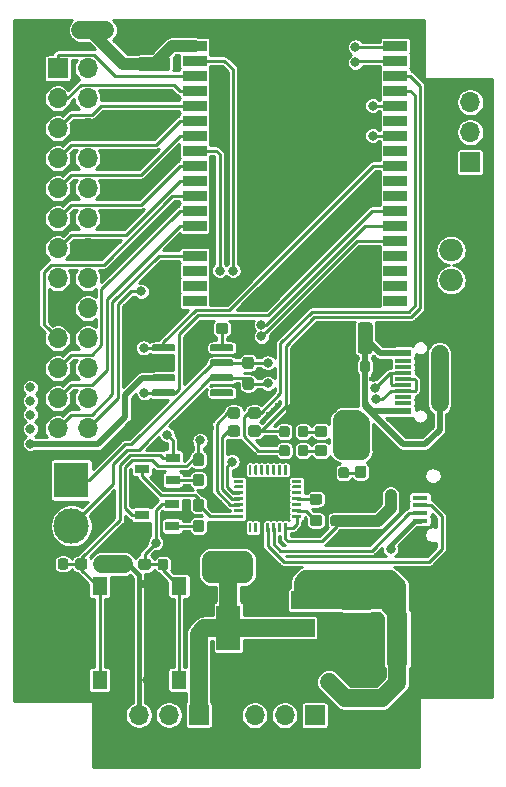
<source format=gbr>
G04 #@! TF.GenerationSoftware,KiCad,Pcbnew,5.1.5+dfsg1-2build2*
G04 #@! TF.CreationDate,2020-06-27T19:39:02+07:00*
G04 #@! TF.ProjectId,wrover_the_thesis,77726f76-6572-45f7-9468-655f74686573,rev?*
G04 #@! TF.SameCoordinates,Original*
G04 #@! TF.FileFunction,Copper,L1,Top*
G04 #@! TF.FilePolarity,Positive*
%FSLAX46Y46*%
G04 Gerber Fmt 4.6, Leading zero omitted, Abs format (unit mm)*
G04 Created by KiCad (PCBNEW 5.1.5+dfsg1-2build2) date 2020-06-27 19:39:02*
%MOMM*%
%LPD*%
G04 APERTURE LIST*
%ADD10C,0.100000*%
%ADD11C,3.000000*%
%ADD12R,3.000000X3.000000*%
%ADD13R,1.200000X0.800000*%
%ADD14O,1.800000X1.150000*%
%ADD15O,2.000000X1.450000*%
%ADD16R,1.300000X0.450000*%
%ADD17R,5.000000X5.000000*%
%ADD18R,2.000000X0.900000*%
%ADD19R,2.000000X1.500000*%
%ADD20R,2.000000X3.800000*%
%ADD21O,1.700000X1.700000*%
%ADD22R,1.700000X1.700000*%
%ADD23R,1.300000X1.550000*%
%ADD24R,1.800000X4.400000*%
%ADD25O,1.800000X4.000000*%
%ADD26O,4.000000X1.800000*%
%ADD27R,1.450000X0.600000*%
%ADD28R,1.450000X0.300000*%
%ADD29O,2.100000X1.000000*%
%ADD30O,1.600000X1.000000*%
%ADD31O,2.000000X1.905000*%
%ADD32R,2.000000X1.905000*%
%ADD33C,0.400000*%
%ADD34C,0.800000*%
%ADD35C,0.250000*%
%ADD36C,1.500000*%
%ADD37C,0.400000*%
%ADD38C,1.000000*%
%ADD39C,0.300000*%
%ADD40C,0.500000*%
%ADD41C,0.254000*%
G04 APERTURE END LIST*
G04 #@! TA.AperFunction,SMDPad,CuDef*
D10*
G36*
X69604703Y-71615722D02*
G01*
X69619264Y-71617882D01*
X69633543Y-71621459D01*
X69647403Y-71626418D01*
X69660710Y-71632712D01*
X69673336Y-71640280D01*
X69685159Y-71649048D01*
X69696066Y-71658934D01*
X69705952Y-71669841D01*
X69714720Y-71681664D01*
X69722288Y-71694290D01*
X69728582Y-71707597D01*
X69733541Y-71721457D01*
X69737118Y-71735736D01*
X69739278Y-71750297D01*
X69740000Y-71765000D01*
X69740000Y-72065000D01*
X69739278Y-72079703D01*
X69737118Y-72094264D01*
X69733541Y-72108543D01*
X69728582Y-72122403D01*
X69722288Y-72135710D01*
X69714720Y-72148336D01*
X69705952Y-72160159D01*
X69696066Y-72171066D01*
X69685159Y-72180952D01*
X69673336Y-72189720D01*
X69660710Y-72197288D01*
X69647403Y-72203582D01*
X69633543Y-72208541D01*
X69619264Y-72212118D01*
X69604703Y-72214278D01*
X69590000Y-72215000D01*
X67940000Y-72215000D01*
X67925297Y-72214278D01*
X67910736Y-72212118D01*
X67896457Y-72208541D01*
X67882597Y-72203582D01*
X67869290Y-72197288D01*
X67856664Y-72189720D01*
X67844841Y-72180952D01*
X67833934Y-72171066D01*
X67824048Y-72160159D01*
X67815280Y-72148336D01*
X67807712Y-72135710D01*
X67801418Y-72122403D01*
X67796459Y-72108543D01*
X67792882Y-72094264D01*
X67790722Y-72079703D01*
X67790000Y-72065000D01*
X67790000Y-71765000D01*
X67790722Y-71750297D01*
X67792882Y-71735736D01*
X67796459Y-71721457D01*
X67801418Y-71707597D01*
X67807712Y-71694290D01*
X67815280Y-71681664D01*
X67824048Y-71669841D01*
X67833934Y-71658934D01*
X67844841Y-71649048D01*
X67856664Y-71640280D01*
X67869290Y-71632712D01*
X67882597Y-71626418D01*
X67896457Y-71621459D01*
X67910736Y-71617882D01*
X67925297Y-71615722D01*
X67940000Y-71615000D01*
X69590000Y-71615000D01*
X69604703Y-71615722D01*
G37*
G04 #@! TD.AperFunction*
G04 #@! TA.AperFunction,SMDPad,CuDef*
G36*
X69604703Y-72885722D02*
G01*
X69619264Y-72887882D01*
X69633543Y-72891459D01*
X69647403Y-72896418D01*
X69660710Y-72902712D01*
X69673336Y-72910280D01*
X69685159Y-72919048D01*
X69696066Y-72928934D01*
X69705952Y-72939841D01*
X69714720Y-72951664D01*
X69722288Y-72964290D01*
X69728582Y-72977597D01*
X69733541Y-72991457D01*
X69737118Y-73005736D01*
X69739278Y-73020297D01*
X69740000Y-73035000D01*
X69740000Y-73335000D01*
X69739278Y-73349703D01*
X69737118Y-73364264D01*
X69733541Y-73378543D01*
X69728582Y-73392403D01*
X69722288Y-73405710D01*
X69714720Y-73418336D01*
X69705952Y-73430159D01*
X69696066Y-73441066D01*
X69685159Y-73450952D01*
X69673336Y-73459720D01*
X69660710Y-73467288D01*
X69647403Y-73473582D01*
X69633543Y-73478541D01*
X69619264Y-73482118D01*
X69604703Y-73484278D01*
X69590000Y-73485000D01*
X67940000Y-73485000D01*
X67925297Y-73484278D01*
X67910736Y-73482118D01*
X67896457Y-73478541D01*
X67882597Y-73473582D01*
X67869290Y-73467288D01*
X67856664Y-73459720D01*
X67844841Y-73450952D01*
X67833934Y-73441066D01*
X67824048Y-73430159D01*
X67815280Y-73418336D01*
X67807712Y-73405710D01*
X67801418Y-73392403D01*
X67796459Y-73378543D01*
X67792882Y-73364264D01*
X67790722Y-73349703D01*
X67790000Y-73335000D01*
X67790000Y-73035000D01*
X67790722Y-73020297D01*
X67792882Y-73005736D01*
X67796459Y-72991457D01*
X67801418Y-72977597D01*
X67807712Y-72964290D01*
X67815280Y-72951664D01*
X67824048Y-72939841D01*
X67833934Y-72928934D01*
X67844841Y-72919048D01*
X67856664Y-72910280D01*
X67869290Y-72902712D01*
X67882597Y-72896418D01*
X67896457Y-72891459D01*
X67910736Y-72887882D01*
X67925297Y-72885722D01*
X67940000Y-72885000D01*
X69590000Y-72885000D01*
X69604703Y-72885722D01*
G37*
G04 #@! TD.AperFunction*
G04 #@! TA.AperFunction,SMDPad,CuDef*
G36*
X69604703Y-74155722D02*
G01*
X69619264Y-74157882D01*
X69633543Y-74161459D01*
X69647403Y-74166418D01*
X69660710Y-74172712D01*
X69673336Y-74180280D01*
X69685159Y-74189048D01*
X69696066Y-74198934D01*
X69705952Y-74209841D01*
X69714720Y-74221664D01*
X69722288Y-74234290D01*
X69728582Y-74247597D01*
X69733541Y-74261457D01*
X69737118Y-74275736D01*
X69739278Y-74290297D01*
X69740000Y-74305000D01*
X69740000Y-74605000D01*
X69739278Y-74619703D01*
X69737118Y-74634264D01*
X69733541Y-74648543D01*
X69728582Y-74662403D01*
X69722288Y-74675710D01*
X69714720Y-74688336D01*
X69705952Y-74700159D01*
X69696066Y-74711066D01*
X69685159Y-74720952D01*
X69673336Y-74729720D01*
X69660710Y-74737288D01*
X69647403Y-74743582D01*
X69633543Y-74748541D01*
X69619264Y-74752118D01*
X69604703Y-74754278D01*
X69590000Y-74755000D01*
X67940000Y-74755000D01*
X67925297Y-74754278D01*
X67910736Y-74752118D01*
X67896457Y-74748541D01*
X67882597Y-74743582D01*
X67869290Y-74737288D01*
X67856664Y-74729720D01*
X67844841Y-74720952D01*
X67833934Y-74711066D01*
X67824048Y-74700159D01*
X67815280Y-74688336D01*
X67807712Y-74675710D01*
X67801418Y-74662403D01*
X67796459Y-74648543D01*
X67792882Y-74634264D01*
X67790722Y-74619703D01*
X67790000Y-74605000D01*
X67790000Y-74305000D01*
X67790722Y-74290297D01*
X67792882Y-74275736D01*
X67796459Y-74261457D01*
X67801418Y-74247597D01*
X67807712Y-74234290D01*
X67815280Y-74221664D01*
X67824048Y-74209841D01*
X67833934Y-74198934D01*
X67844841Y-74189048D01*
X67856664Y-74180280D01*
X67869290Y-74172712D01*
X67882597Y-74166418D01*
X67896457Y-74161459D01*
X67910736Y-74157882D01*
X67925297Y-74155722D01*
X67940000Y-74155000D01*
X69590000Y-74155000D01*
X69604703Y-74155722D01*
G37*
G04 #@! TD.AperFunction*
G04 #@! TA.AperFunction,SMDPad,CuDef*
G36*
X69604703Y-75425722D02*
G01*
X69619264Y-75427882D01*
X69633543Y-75431459D01*
X69647403Y-75436418D01*
X69660710Y-75442712D01*
X69673336Y-75450280D01*
X69685159Y-75459048D01*
X69696066Y-75468934D01*
X69705952Y-75479841D01*
X69714720Y-75491664D01*
X69722288Y-75504290D01*
X69728582Y-75517597D01*
X69733541Y-75531457D01*
X69737118Y-75545736D01*
X69739278Y-75560297D01*
X69740000Y-75575000D01*
X69740000Y-75875000D01*
X69739278Y-75889703D01*
X69737118Y-75904264D01*
X69733541Y-75918543D01*
X69728582Y-75932403D01*
X69722288Y-75945710D01*
X69714720Y-75958336D01*
X69705952Y-75970159D01*
X69696066Y-75981066D01*
X69685159Y-75990952D01*
X69673336Y-75999720D01*
X69660710Y-76007288D01*
X69647403Y-76013582D01*
X69633543Y-76018541D01*
X69619264Y-76022118D01*
X69604703Y-76024278D01*
X69590000Y-76025000D01*
X67940000Y-76025000D01*
X67925297Y-76024278D01*
X67910736Y-76022118D01*
X67896457Y-76018541D01*
X67882597Y-76013582D01*
X67869290Y-76007288D01*
X67856664Y-75999720D01*
X67844841Y-75990952D01*
X67833934Y-75981066D01*
X67824048Y-75970159D01*
X67815280Y-75958336D01*
X67807712Y-75945710D01*
X67801418Y-75932403D01*
X67796459Y-75918543D01*
X67792882Y-75904264D01*
X67790722Y-75889703D01*
X67790000Y-75875000D01*
X67790000Y-75575000D01*
X67790722Y-75560297D01*
X67792882Y-75545736D01*
X67796459Y-75531457D01*
X67801418Y-75517597D01*
X67807712Y-75504290D01*
X67815280Y-75491664D01*
X67824048Y-75479841D01*
X67833934Y-75468934D01*
X67844841Y-75459048D01*
X67856664Y-75450280D01*
X67869290Y-75442712D01*
X67882597Y-75436418D01*
X67896457Y-75431459D01*
X67910736Y-75427882D01*
X67925297Y-75425722D01*
X67940000Y-75425000D01*
X69590000Y-75425000D01*
X69604703Y-75425722D01*
G37*
G04 #@! TD.AperFunction*
G04 #@! TA.AperFunction,SMDPad,CuDef*
G36*
X64654703Y-75425722D02*
G01*
X64669264Y-75427882D01*
X64683543Y-75431459D01*
X64697403Y-75436418D01*
X64710710Y-75442712D01*
X64723336Y-75450280D01*
X64735159Y-75459048D01*
X64746066Y-75468934D01*
X64755952Y-75479841D01*
X64764720Y-75491664D01*
X64772288Y-75504290D01*
X64778582Y-75517597D01*
X64783541Y-75531457D01*
X64787118Y-75545736D01*
X64789278Y-75560297D01*
X64790000Y-75575000D01*
X64790000Y-75875000D01*
X64789278Y-75889703D01*
X64787118Y-75904264D01*
X64783541Y-75918543D01*
X64778582Y-75932403D01*
X64772288Y-75945710D01*
X64764720Y-75958336D01*
X64755952Y-75970159D01*
X64746066Y-75981066D01*
X64735159Y-75990952D01*
X64723336Y-75999720D01*
X64710710Y-76007288D01*
X64697403Y-76013582D01*
X64683543Y-76018541D01*
X64669264Y-76022118D01*
X64654703Y-76024278D01*
X64640000Y-76025000D01*
X62990000Y-76025000D01*
X62975297Y-76024278D01*
X62960736Y-76022118D01*
X62946457Y-76018541D01*
X62932597Y-76013582D01*
X62919290Y-76007288D01*
X62906664Y-75999720D01*
X62894841Y-75990952D01*
X62883934Y-75981066D01*
X62874048Y-75970159D01*
X62865280Y-75958336D01*
X62857712Y-75945710D01*
X62851418Y-75932403D01*
X62846459Y-75918543D01*
X62842882Y-75904264D01*
X62840722Y-75889703D01*
X62840000Y-75875000D01*
X62840000Y-75575000D01*
X62840722Y-75560297D01*
X62842882Y-75545736D01*
X62846459Y-75531457D01*
X62851418Y-75517597D01*
X62857712Y-75504290D01*
X62865280Y-75491664D01*
X62874048Y-75479841D01*
X62883934Y-75468934D01*
X62894841Y-75459048D01*
X62906664Y-75450280D01*
X62919290Y-75442712D01*
X62932597Y-75436418D01*
X62946457Y-75431459D01*
X62960736Y-75427882D01*
X62975297Y-75425722D01*
X62990000Y-75425000D01*
X64640000Y-75425000D01*
X64654703Y-75425722D01*
G37*
G04 #@! TD.AperFunction*
G04 #@! TA.AperFunction,SMDPad,CuDef*
G36*
X64654703Y-74155722D02*
G01*
X64669264Y-74157882D01*
X64683543Y-74161459D01*
X64697403Y-74166418D01*
X64710710Y-74172712D01*
X64723336Y-74180280D01*
X64735159Y-74189048D01*
X64746066Y-74198934D01*
X64755952Y-74209841D01*
X64764720Y-74221664D01*
X64772288Y-74234290D01*
X64778582Y-74247597D01*
X64783541Y-74261457D01*
X64787118Y-74275736D01*
X64789278Y-74290297D01*
X64790000Y-74305000D01*
X64790000Y-74605000D01*
X64789278Y-74619703D01*
X64787118Y-74634264D01*
X64783541Y-74648543D01*
X64778582Y-74662403D01*
X64772288Y-74675710D01*
X64764720Y-74688336D01*
X64755952Y-74700159D01*
X64746066Y-74711066D01*
X64735159Y-74720952D01*
X64723336Y-74729720D01*
X64710710Y-74737288D01*
X64697403Y-74743582D01*
X64683543Y-74748541D01*
X64669264Y-74752118D01*
X64654703Y-74754278D01*
X64640000Y-74755000D01*
X62990000Y-74755000D01*
X62975297Y-74754278D01*
X62960736Y-74752118D01*
X62946457Y-74748541D01*
X62932597Y-74743582D01*
X62919290Y-74737288D01*
X62906664Y-74729720D01*
X62894841Y-74720952D01*
X62883934Y-74711066D01*
X62874048Y-74700159D01*
X62865280Y-74688336D01*
X62857712Y-74675710D01*
X62851418Y-74662403D01*
X62846459Y-74648543D01*
X62842882Y-74634264D01*
X62840722Y-74619703D01*
X62840000Y-74605000D01*
X62840000Y-74305000D01*
X62840722Y-74290297D01*
X62842882Y-74275736D01*
X62846459Y-74261457D01*
X62851418Y-74247597D01*
X62857712Y-74234290D01*
X62865280Y-74221664D01*
X62874048Y-74209841D01*
X62883934Y-74198934D01*
X62894841Y-74189048D01*
X62906664Y-74180280D01*
X62919290Y-74172712D01*
X62932597Y-74166418D01*
X62946457Y-74161459D01*
X62960736Y-74157882D01*
X62975297Y-74155722D01*
X62990000Y-74155000D01*
X64640000Y-74155000D01*
X64654703Y-74155722D01*
G37*
G04 #@! TD.AperFunction*
G04 #@! TA.AperFunction,SMDPad,CuDef*
G36*
X64654703Y-72885722D02*
G01*
X64669264Y-72887882D01*
X64683543Y-72891459D01*
X64697403Y-72896418D01*
X64710710Y-72902712D01*
X64723336Y-72910280D01*
X64735159Y-72919048D01*
X64746066Y-72928934D01*
X64755952Y-72939841D01*
X64764720Y-72951664D01*
X64772288Y-72964290D01*
X64778582Y-72977597D01*
X64783541Y-72991457D01*
X64787118Y-73005736D01*
X64789278Y-73020297D01*
X64790000Y-73035000D01*
X64790000Y-73335000D01*
X64789278Y-73349703D01*
X64787118Y-73364264D01*
X64783541Y-73378543D01*
X64778582Y-73392403D01*
X64772288Y-73405710D01*
X64764720Y-73418336D01*
X64755952Y-73430159D01*
X64746066Y-73441066D01*
X64735159Y-73450952D01*
X64723336Y-73459720D01*
X64710710Y-73467288D01*
X64697403Y-73473582D01*
X64683543Y-73478541D01*
X64669264Y-73482118D01*
X64654703Y-73484278D01*
X64640000Y-73485000D01*
X62990000Y-73485000D01*
X62975297Y-73484278D01*
X62960736Y-73482118D01*
X62946457Y-73478541D01*
X62932597Y-73473582D01*
X62919290Y-73467288D01*
X62906664Y-73459720D01*
X62894841Y-73450952D01*
X62883934Y-73441066D01*
X62874048Y-73430159D01*
X62865280Y-73418336D01*
X62857712Y-73405710D01*
X62851418Y-73392403D01*
X62846459Y-73378543D01*
X62842882Y-73364264D01*
X62840722Y-73349703D01*
X62840000Y-73335000D01*
X62840000Y-73035000D01*
X62840722Y-73020297D01*
X62842882Y-73005736D01*
X62846459Y-72991457D01*
X62851418Y-72977597D01*
X62857712Y-72964290D01*
X62865280Y-72951664D01*
X62874048Y-72939841D01*
X62883934Y-72928934D01*
X62894841Y-72919048D01*
X62906664Y-72910280D01*
X62919290Y-72902712D01*
X62932597Y-72896418D01*
X62946457Y-72891459D01*
X62960736Y-72887882D01*
X62975297Y-72885722D01*
X62990000Y-72885000D01*
X64640000Y-72885000D01*
X64654703Y-72885722D01*
G37*
G04 #@! TD.AperFunction*
G04 #@! TA.AperFunction,SMDPad,CuDef*
G36*
X64654703Y-71615722D02*
G01*
X64669264Y-71617882D01*
X64683543Y-71621459D01*
X64697403Y-71626418D01*
X64710710Y-71632712D01*
X64723336Y-71640280D01*
X64735159Y-71649048D01*
X64746066Y-71658934D01*
X64755952Y-71669841D01*
X64764720Y-71681664D01*
X64772288Y-71694290D01*
X64778582Y-71707597D01*
X64783541Y-71721457D01*
X64787118Y-71735736D01*
X64789278Y-71750297D01*
X64790000Y-71765000D01*
X64790000Y-72065000D01*
X64789278Y-72079703D01*
X64787118Y-72094264D01*
X64783541Y-72108543D01*
X64778582Y-72122403D01*
X64772288Y-72135710D01*
X64764720Y-72148336D01*
X64755952Y-72160159D01*
X64746066Y-72171066D01*
X64735159Y-72180952D01*
X64723336Y-72189720D01*
X64710710Y-72197288D01*
X64697403Y-72203582D01*
X64683543Y-72208541D01*
X64669264Y-72212118D01*
X64654703Y-72214278D01*
X64640000Y-72215000D01*
X62990000Y-72215000D01*
X62975297Y-72214278D01*
X62960736Y-72212118D01*
X62946457Y-72208541D01*
X62932597Y-72203582D01*
X62919290Y-72197288D01*
X62906664Y-72189720D01*
X62894841Y-72180952D01*
X62883934Y-72171066D01*
X62874048Y-72160159D01*
X62865280Y-72148336D01*
X62857712Y-72135710D01*
X62851418Y-72122403D01*
X62846459Y-72108543D01*
X62842882Y-72094264D01*
X62840722Y-72079703D01*
X62840000Y-72065000D01*
X62840000Y-71765000D01*
X62840722Y-71750297D01*
X62842882Y-71735736D01*
X62846459Y-71721457D01*
X62851418Y-71707597D01*
X62857712Y-71694290D01*
X62865280Y-71681664D01*
X62874048Y-71669841D01*
X62883934Y-71658934D01*
X62894841Y-71649048D01*
X62906664Y-71640280D01*
X62919290Y-71632712D01*
X62932597Y-71626418D01*
X62946457Y-71621459D01*
X62960736Y-71617882D01*
X62975297Y-71615722D01*
X62990000Y-71615000D01*
X64640000Y-71615000D01*
X64654703Y-71615722D01*
G37*
G04 #@! TD.AperFunction*
D11*
X56020000Y-86980000D03*
D12*
X56020000Y-83100000D03*
D13*
X62000000Y-82150000D03*
X64600000Y-81200000D03*
X64600000Y-83100000D03*
G04 #@! TA.AperFunction,SMDPad,CuDef*
D10*
G36*
X65575191Y-89766053D02*
G01*
X65596426Y-89769203D01*
X65617250Y-89774419D01*
X65637462Y-89781651D01*
X65656868Y-89790830D01*
X65675281Y-89801866D01*
X65692524Y-89814654D01*
X65708430Y-89829070D01*
X65722846Y-89844976D01*
X65735634Y-89862219D01*
X65746670Y-89880632D01*
X65755849Y-89900038D01*
X65763081Y-89920250D01*
X65768297Y-89941074D01*
X65771447Y-89962309D01*
X65772500Y-89983750D01*
X65772500Y-90496250D01*
X65771447Y-90517691D01*
X65768297Y-90538926D01*
X65763081Y-90559750D01*
X65755849Y-90579962D01*
X65746670Y-90599368D01*
X65735634Y-90617781D01*
X65722846Y-90635024D01*
X65708430Y-90650930D01*
X65692524Y-90665346D01*
X65675281Y-90678134D01*
X65656868Y-90689170D01*
X65637462Y-90698349D01*
X65617250Y-90705581D01*
X65596426Y-90710797D01*
X65575191Y-90713947D01*
X65553750Y-90715000D01*
X65116250Y-90715000D01*
X65094809Y-90713947D01*
X65073574Y-90710797D01*
X65052750Y-90705581D01*
X65032538Y-90698349D01*
X65013132Y-90689170D01*
X64994719Y-90678134D01*
X64977476Y-90665346D01*
X64961570Y-90650930D01*
X64947154Y-90635024D01*
X64934366Y-90617781D01*
X64923330Y-90599368D01*
X64914151Y-90579962D01*
X64906919Y-90559750D01*
X64901703Y-90538926D01*
X64898553Y-90517691D01*
X64897500Y-90496250D01*
X64897500Y-89983750D01*
X64898553Y-89962309D01*
X64901703Y-89941074D01*
X64906919Y-89920250D01*
X64914151Y-89900038D01*
X64923330Y-89880632D01*
X64934366Y-89862219D01*
X64947154Y-89844976D01*
X64961570Y-89829070D01*
X64977476Y-89814654D01*
X64994719Y-89801866D01*
X65013132Y-89790830D01*
X65032538Y-89781651D01*
X65052750Y-89774419D01*
X65073574Y-89769203D01*
X65094809Y-89766053D01*
X65116250Y-89765000D01*
X65553750Y-89765000D01*
X65575191Y-89766053D01*
G37*
G04 #@! TD.AperFunction*
G04 #@! TA.AperFunction,SMDPad,CuDef*
G36*
X64000191Y-89766053D02*
G01*
X64021426Y-89769203D01*
X64042250Y-89774419D01*
X64062462Y-89781651D01*
X64081868Y-89790830D01*
X64100281Y-89801866D01*
X64117524Y-89814654D01*
X64133430Y-89829070D01*
X64147846Y-89844976D01*
X64160634Y-89862219D01*
X64171670Y-89880632D01*
X64180849Y-89900038D01*
X64188081Y-89920250D01*
X64193297Y-89941074D01*
X64196447Y-89962309D01*
X64197500Y-89983750D01*
X64197500Y-90496250D01*
X64196447Y-90517691D01*
X64193297Y-90538926D01*
X64188081Y-90559750D01*
X64180849Y-90579962D01*
X64171670Y-90599368D01*
X64160634Y-90617781D01*
X64147846Y-90635024D01*
X64133430Y-90650930D01*
X64117524Y-90665346D01*
X64100281Y-90678134D01*
X64081868Y-90689170D01*
X64062462Y-90698349D01*
X64042250Y-90705581D01*
X64021426Y-90710797D01*
X64000191Y-90713947D01*
X63978750Y-90715000D01*
X63541250Y-90715000D01*
X63519809Y-90713947D01*
X63498574Y-90710797D01*
X63477750Y-90705581D01*
X63457538Y-90698349D01*
X63438132Y-90689170D01*
X63419719Y-90678134D01*
X63402476Y-90665346D01*
X63386570Y-90650930D01*
X63372154Y-90635024D01*
X63359366Y-90617781D01*
X63348330Y-90599368D01*
X63339151Y-90579962D01*
X63331919Y-90559750D01*
X63326703Y-90538926D01*
X63323553Y-90517691D01*
X63322500Y-90496250D01*
X63322500Y-89983750D01*
X63323553Y-89962309D01*
X63326703Y-89941074D01*
X63331919Y-89920250D01*
X63339151Y-89900038D01*
X63348330Y-89880632D01*
X63359366Y-89862219D01*
X63372154Y-89844976D01*
X63386570Y-89829070D01*
X63402476Y-89814654D01*
X63419719Y-89801866D01*
X63438132Y-89790830D01*
X63457538Y-89781651D01*
X63477750Y-89774419D01*
X63498574Y-89769203D01*
X63519809Y-89766053D01*
X63541250Y-89765000D01*
X63978750Y-89765000D01*
X64000191Y-89766053D01*
G37*
G04 #@! TD.AperFunction*
G04 #@! TA.AperFunction,SMDPad,CuDef*
G36*
X53985191Y-89736053D02*
G01*
X54006426Y-89739203D01*
X54027250Y-89744419D01*
X54047462Y-89751651D01*
X54066868Y-89760830D01*
X54085281Y-89771866D01*
X54102524Y-89784654D01*
X54118430Y-89799070D01*
X54132846Y-89814976D01*
X54145634Y-89832219D01*
X54156670Y-89850632D01*
X54165849Y-89870038D01*
X54173081Y-89890250D01*
X54178297Y-89911074D01*
X54181447Y-89932309D01*
X54182500Y-89953750D01*
X54182500Y-90466250D01*
X54181447Y-90487691D01*
X54178297Y-90508926D01*
X54173081Y-90529750D01*
X54165849Y-90549962D01*
X54156670Y-90569368D01*
X54145634Y-90587781D01*
X54132846Y-90605024D01*
X54118430Y-90620930D01*
X54102524Y-90635346D01*
X54085281Y-90648134D01*
X54066868Y-90659170D01*
X54047462Y-90668349D01*
X54027250Y-90675581D01*
X54006426Y-90680797D01*
X53985191Y-90683947D01*
X53963750Y-90685000D01*
X53526250Y-90685000D01*
X53504809Y-90683947D01*
X53483574Y-90680797D01*
X53462750Y-90675581D01*
X53442538Y-90668349D01*
X53423132Y-90659170D01*
X53404719Y-90648134D01*
X53387476Y-90635346D01*
X53371570Y-90620930D01*
X53357154Y-90605024D01*
X53344366Y-90587781D01*
X53333330Y-90569368D01*
X53324151Y-90549962D01*
X53316919Y-90529750D01*
X53311703Y-90508926D01*
X53308553Y-90487691D01*
X53307500Y-90466250D01*
X53307500Y-89953750D01*
X53308553Y-89932309D01*
X53311703Y-89911074D01*
X53316919Y-89890250D01*
X53324151Y-89870038D01*
X53333330Y-89850632D01*
X53344366Y-89832219D01*
X53357154Y-89814976D01*
X53371570Y-89799070D01*
X53387476Y-89784654D01*
X53404719Y-89771866D01*
X53423132Y-89760830D01*
X53442538Y-89751651D01*
X53462750Y-89744419D01*
X53483574Y-89739203D01*
X53504809Y-89736053D01*
X53526250Y-89735000D01*
X53963750Y-89735000D01*
X53985191Y-89736053D01*
G37*
G04 #@! TD.AperFunction*
G04 #@! TA.AperFunction,SMDPad,CuDef*
G36*
X55560191Y-89736053D02*
G01*
X55581426Y-89739203D01*
X55602250Y-89744419D01*
X55622462Y-89751651D01*
X55641868Y-89760830D01*
X55660281Y-89771866D01*
X55677524Y-89784654D01*
X55693430Y-89799070D01*
X55707846Y-89814976D01*
X55720634Y-89832219D01*
X55731670Y-89850632D01*
X55740849Y-89870038D01*
X55748081Y-89890250D01*
X55753297Y-89911074D01*
X55756447Y-89932309D01*
X55757500Y-89953750D01*
X55757500Y-90466250D01*
X55756447Y-90487691D01*
X55753297Y-90508926D01*
X55748081Y-90529750D01*
X55740849Y-90549962D01*
X55731670Y-90569368D01*
X55720634Y-90587781D01*
X55707846Y-90605024D01*
X55693430Y-90620930D01*
X55677524Y-90635346D01*
X55660281Y-90648134D01*
X55641868Y-90659170D01*
X55622462Y-90668349D01*
X55602250Y-90675581D01*
X55581426Y-90680797D01*
X55560191Y-90683947D01*
X55538750Y-90685000D01*
X55101250Y-90685000D01*
X55079809Y-90683947D01*
X55058574Y-90680797D01*
X55037750Y-90675581D01*
X55017538Y-90668349D01*
X54998132Y-90659170D01*
X54979719Y-90648134D01*
X54962476Y-90635346D01*
X54946570Y-90620930D01*
X54932154Y-90605024D01*
X54919366Y-90587781D01*
X54908330Y-90569368D01*
X54899151Y-90549962D01*
X54891919Y-90529750D01*
X54886703Y-90508926D01*
X54883553Y-90487691D01*
X54882500Y-90466250D01*
X54882500Y-89953750D01*
X54883553Y-89932309D01*
X54886703Y-89911074D01*
X54891919Y-89890250D01*
X54899151Y-89870038D01*
X54908330Y-89850632D01*
X54919366Y-89832219D01*
X54932154Y-89814976D01*
X54946570Y-89799070D01*
X54962476Y-89784654D01*
X54979719Y-89771866D01*
X54998132Y-89760830D01*
X55017538Y-89751651D01*
X55037750Y-89744419D01*
X55058574Y-89739203D01*
X55079809Y-89736053D01*
X55101250Y-89735000D01*
X55538750Y-89735000D01*
X55560191Y-89736053D01*
G37*
G04 #@! TD.AperFunction*
G04 #@! TA.AperFunction,SMDPad,CuDef*
G36*
X78057691Y-94428553D02*
G01*
X78078926Y-94431703D01*
X78099750Y-94436919D01*
X78119962Y-94444151D01*
X78139368Y-94453330D01*
X78157781Y-94464366D01*
X78175024Y-94477154D01*
X78190930Y-94491570D01*
X78205346Y-94507476D01*
X78218134Y-94524719D01*
X78229170Y-94543132D01*
X78238349Y-94562538D01*
X78245581Y-94582750D01*
X78250797Y-94603574D01*
X78253947Y-94624809D01*
X78255000Y-94646250D01*
X78255000Y-95083750D01*
X78253947Y-95105191D01*
X78250797Y-95126426D01*
X78245581Y-95147250D01*
X78238349Y-95167462D01*
X78229170Y-95186868D01*
X78218134Y-95205281D01*
X78205346Y-95222524D01*
X78190930Y-95238430D01*
X78175024Y-95252846D01*
X78157781Y-95265634D01*
X78139368Y-95276670D01*
X78119962Y-95285849D01*
X78099750Y-95293081D01*
X78078926Y-95298297D01*
X78057691Y-95301447D01*
X78036250Y-95302500D01*
X77523750Y-95302500D01*
X77502309Y-95301447D01*
X77481074Y-95298297D01*
X77460250Y-95293081D01*
X77440038Y-95285849D01*
X77420632Y-95276670D01*
X77402219Y-95265634D01*
X77384976Y-95252846D01*
X77369070Y-95238430D01*
X77354654Y-95222524D01*
X77341866Y-95205281D01*
X77330830Y-95186868D01*
X77321651Y-95167462D01*
X77314419Y-95147250D01*
X77309203Y-95126426D01*
X77306053Y-95105191D01*
X77305000Y-95083750D01*
X77305000Y-94646250D01*
X77306053Y-94624809D01*
X77309203Y-94603574D01*
X77314419Y-94582750D01*
X77321651Y-94562538D01*
X77330830Y-94543132D01*
X77341866Y-94524719D01*
X77354654Y-94507476D01*
X77369070Y-94491570D01*
X77384976Y-94477154D01*
X77402219Y-94464366D01*
X77420632Y-94453330D01*
X77440038Y-94444151D01*
X77460250Y-94436919D01*
X77481074Y-94431703D01*
X77502309Y-94428553D01*
X77523750Y-94427500D01*
X78036250Y-94427500D01*
X78057691Y-94428553D01*
G37*
G04 #@! TD.AperFunction*
G04 #@! TA.AperFunction,SMDPad,CuDef*
G36*
X78057691Y-92853553D02*
G01*
X78078926Y-92856703D01*
X78099750Y-92861919D01*
X78119962Y-92869151D01*
X78139368Y-92878330D01*
X78157781Y-92889366D01*
X78175024Y-92902154D01*
X78190930Y-92916570D01*
X78205346Y-92932476D01*
X78218134Y-92949719D01*
X78229170Y-92968132D01*
X78238349Y-92987538D01*
X78245581Y-93007750D01*
X78250797Y-93028574D01*
X78253947Y-93049809D01*
X78255000Y-93071250D01*
X78255000Y-93508750D01*
X78253947Y-93530191D01*
X78250797Y-93551426D01*
X78245581Y-93572250D01*
X78238349Y-93592462D01*
X78229170Y-93611868D01*
X78218134Y-93630281D01*
X78205346Y-93647524D01*
X78190930Y-93663430D01*
X78175024Y-93677846D01*
X78157781Y-93690634D01*
X78139368Y-93701670D01*
X78119962Y-93710849D01*
X78099750Y-93718081D01*
X78078926Y-93723297D01*
X78057691Y-93726447D01*
X78036250Y-93727500D01*
X77523750Y-93727500D01*
X77502309Y-93726447D01*
X77481074Y-93723297D01*
X77460250Y-93718081D01*
X77440038Y-93710849D01*
X77420632Y-93701670D01*
X77402219Y-93690634D01*
X77384976Y-93677846D01*
X77369070Y-93663430D01*
X77354654Y-93647524D01*
X77341866Y-93630281D01*
X77330830Y-93611868D01*
X77321651Y-93592462D01*
X77314419Y-93572250D01*
X77309203Y-93551426D01*
X77306053Y-93530191D01*
X77305000Y-93508750D01*
X77305000Y-93071250D01*
X77306053Y-93049809D01*
X77309203Y-93028574D01*
X77314419Y-93007750D01*
X77321651Y-92987538D01*
X77330830Y-92968132D01*
X77341866Y-92949719D01*
X77354654Y-92932476D01*
X77369070Y-92916570D01*
X77384976Y-92902154D01*
X77402219Y-92889366D01*
X77420632Y-92878330D01*
X77440038Y-92869151D01*
X77460250Y-92861919D01*
X77481074Y-92856703D01*
X77502309Y-92853553D01*
X77523750Y-92852500D01*
X78036250Y-92852500D01*
X78057691Y-92853553D01*
G37*
G04 #@! TD.AperFunction*
G04 #@! TA.AperFunction,SMDPad,CuDef*
G36*
X67547691Y-93636053D02*
G01*
X67568926Y-93639203D01*
X67589750Y-93644419D01*
X67609962Y-93651651D01*
X67629368Y-93660830D01*
X67647781Y-93671866D01*
X67665024Y-93684654D01*
X67680930Y-93699070D01*
X67695346Y-93714976D01*
X67708134Y-93732219D01*
X67719170Y-93750632D01*
X67728349Y-93770038D01*
X67735581Y-93790250D01*
X67740797Y-93811074D01*
X67743947Y-93832309D01*
X67745000Y-93853750D01*
X67745000Y-94291250D01*
X67743947Y-94312691D01*
X67740797Y-94333926D01*
X67735581Y-94354750D01*
X67728349Y-94374962D01*
X67719170Y-94394368D01*
X67708134Y-94412781D01*
X67695346Y-94430024D01*
X67680930Y-94445930D01*
X67665024Y-94460346D01*
X67647781Y-94473134D01*
X67629368Y-94484170D01*
X67609962Y-94493349D01*
X67589750Y-94500581D01*
X67568926Y-94505797D01*
X67547691Y-94508947D01*
X67526250Y-94510000D01*
X67013750Y-94510000D01*
X66992309Y-94508947D01*
X66971074Y-94505797D01*
X66950250Y-94500581D01*
X66930038Y-94493349D01*
X66910632Y-94484170D01*
X66892219Y-94473134D01*
X66874976Y-94460346D01*
X66859070Y-94445930D01*
X66844654Y-94430024D01*
X66831866Y-94412781D01*
X66820830Y-94394368D01*
X66811651Y-94374962D01*
X66804419Y-94354750D01*
X66799203Y-94333926D01*
X66796053Y-94312691D01*
X66795000Y-94291250D01*
X66795000Y-93853750D01*
X66796053Y-93832309D01*
X66799203Y-93811074D01*
X66804419Y-93790250D01*
X66811651Y-93770038D01*
X66820830Y-93750632D01*
X66831866Y-93732219D01*
X66844654Y-93714976D01*
X66859070Y-93699070D01*
X66874976Y-93684654D01*
X66892219Y-93671866D01*
X66910632Y-93660830D01*
X66930038Y-93651651D01*
X66950250Y-93644419D01*
X66971074Y-93639203D01*
X66992309Y-93636053D01*
X67013750Y-93635000D01*
X67526250Y-93635000D01*
X67547691Y-93636053D01*
G37*
G04 #@! TD.AperFunction*
G04 #@! TA.AperFunction,SMDPad,CuDef*
G36*
X67547691Y-95211053D02*
G01*
X67568926Y-95214203D01*
X67589750Y-95219419D01*
X67609962Y-95226651D01*
X67629368Y-95235830D01*
X67647781Y-95246866D01*
X67665024Y-95259654D01*
X67680930Y-95274070D01*
X67695346Y-95289976D01*
X67708134Y-95307219D01*
X67719170Y-95325632D01*
X67728349Y-95345038D01*
X67735581Y-95365250D01*
X67740797Y-95386074D01*
X67743947Y-95407309D01*
X67745000Y-95428750D01*
X67745000Y-95866250D01*
X67743947Y-95887691D01*
X67740797Y-95908926D01*
X67735581Y-95929750D01*
X67728349Y-95949962D01*
X67719170Y-95969368D01*
X67708134Y-95987781D01*
X67695346Y-96005024D01*
X67680930Y-96020930D01*
X67665024Y-96035346D01*
X67647781Y-96048134D01*
X67629368Y-96059170D01*
X67609962Y-96068349D01*
X67589750Y-96075581D01*
X67568926Y-96080797D01*
X67547691Y-96083947D01*
X67526250Y-96085000D01*
X67013750Y-96085000D01*
X66992309Y-96083947D01*
X66971074Y-96080797D01*
X66950250Y-96075581D01*
X66930038Y-96068349D01*
X66910632Y-96059170D01*
X66892219Y-96048134D01*
X66874976Y-96035346D01*
X66859070Y-96020930D01*
X66844654Y-96005024D01*
X66831866Y-95987781D01*
X66820830Y-95969368D01*
X66811651Y-95949962D01*
X66804419Y-95929750D01*
X66799203Y-95908926D01*
X66796053Y-95887691D01*
X66795000Y-95866250D01*
X66795000Y-95428750D01*
X66796053Y-95407309D01*
X66799203Y-95386074D01*
X66804419Y-95365250D01*
X66811651Y-95345038D01*
X66820830Y-95325632D01*
X66831866Y-95307219D01*
X66844654Y-95289976D01*
X66859070Y-95274070D01*
X66874976Y-95259654D01*
X66892219Y-95246866D01*
X66910632Y-95235830D01*
X66930038Y-95226651D01*
X66950250Y-95219419D01*
X66971074Y-95214203D01*
X66992309Y-95211053D01*
X67013750Y-95210000D01*
X67526250Y-95210000D01*
X67547691Y-95211053D01*
G37*
G04 #@! TD.AperFunction*
G04 #@! TA.AperFunction,SMDPad,CuDef*
G36*
X60917691Y-47441053D02*
G01*
X60938926Y-47444203D01*
X60959750Y-47449419D01*
X60979962Y-47456651D01*
X60999368Y-47465830D01*
X61017781Y-47476866D01*
X61035024Y-47489654D01*
X61050930Y-47504070D01*
X61065346Y-47519976D01*
X61078134Y-47537219D01*
X61089170Y-47555632D01*
X61098349Y-47575038D01*
X61105581Y-47595250D01*
X61110797Y-47616074D01*
X61113947Y-47637309D01*
X61115000Y-47658750D01*
X61115000Y-48096250D01*
X61113947Y-48117691D01*
X61110797Y-48138926D01*
X61105581Y-48159750D01*
X61098349Y-48179962D01*
X61089170Y-48199368D01*
X61078134Y-48217781D01*
X61065346Y-48235024D01*
X61050930Y-48250930D01*
X61035024Y-48265346D01*
X61017781Y-48278134D01*
X60999368Y-48289170D01*
X60979962Y-48298349D01*
X60959750Y-48305581D01*
X60938926Y-48310797D01*
X60917691Y-48313947D01*
X60896250Y-48315000D01*
X60383750Y-48315000D01*
X60362309Y-48313947D01*
X60341074Y-48310797D01*
X60320250Y-48305581D01*
X60300038Y-48298349D01*
X60280632Y-48289170D01*
X60262219Y-48278134D01*
X60244976Y-48265346D01*
X60229070Y-48250930D01*
X60214654Y-48235024D01*
X60201866Y-48217781D01*
X60190830Y-48199368D01*
X60181651Y-48179962D01*
X60174419Y-48159750D01*
X60169203Y-48138926D01*
X60166053Y-48117691D01*
X60165000Y-48096250D01*
X60165000Y-47658750D01*
X60166053Y-47637309D01*
X60169203Y-47616074D01*
X60174419Y-47595250D01*
X60181651Y-47575038D01*
X60190830Y-47555632D01*
X60201866Y-47537219D01*
X60214654Y-47519976D01*
X60229070Y-47504070D01*
X60244976Y-47489654D01*
X60262219Y-47476866D01*
X60280632Y-47465830D01*
X60300038Y-47456651D01*
X60320250Y-47449419D01*
X60341074Y-47444203D01*
X60362309Y-47441053D01*
X60383750Y-47440000D01*
X60896250Y-47440000D01*
X60917691Y-47441053D01*
G37*
G04 #@! TD.AperFunction*
G04 #@! TA.AperFunction,SMDPad,CuDef*
G36*
X60917691Y-45866053D02*
G01*
X60938926Y-45869203D01*
X60959750Y-45874419D01*
X60979962Y-45881651D01*
X60999368Y-45890830D01*
X61017781Y-45901866D01*
X61035024Y-45914654D01*
X61050930Y-45929070D01*
X61065346Y-45944976D01*
X61078134Y-45962219D01*
X61089170Y-45980632D01*
X61098349Y-46000038D01*
X61105581Y-46020250D01*
X61110797Y-46041074D01*
X61113947Y-46062309D01*
X61115000Y-46083750D01*
X61115000Y-46521250D01*
X61113947Y-46542691D01*
X61110797Y-46563926D01*
X61105581Y-46584750D01*
X61098349Y-46604962D01*
X61089170Y-46624368D01*
X61078134Y-46642781D01*
X61065346Y-46660024D01*
X61050930Y-46675930D01*
X61035024Y-46690346D01*
X61017781Y-46703134D01*
X60999368Y-46714170D01*
X60979962Y-46723349D01*
X60959750Y-46730581D01*
X60938926Y-46735797D01*
X60917691Y-46738947D01*
X60896250Y-46740000D01*
X60383750Y-46740000D01*
X60362309Y-46738947D01*
X60341074Y-46735797D01*
X60320250Y-46730581D01*
X60300038Y-46723349D01*
X60280632Y-46714170D01*
X60262219Y-46703134D01*
X60244976Y-46690346D01*
X60229070Y-46675930D01*
X60214654Y-46660024D01*
X60201866Y-46642781D01*
X60190830Y-46624368D01*
X60181651Y-46604962D01*
X60174419Y-46584750D01*
X60169203Y-46563926D01*
X60166053Y-46542691D01*
X60165000Y-46521250D01*
X60165000Y-46083750D01*
X60166053Y-46062309D01*
X60169203Y-46041074D01*
X60174419Y-46020250D01*
X60181651Y-46000038D01*
X60190830Y-45980632D01*
X60201866Y-45962219D01*
X60214654Y-45944976D01*
X60229070Y-45929070D01*
X60244976Y-45914654D01*
X60262219Y-45901866D01*
X60280632Y-45890830D01*
X60300038Y-45881651D01*
X60320250Y-45874419D01*
X60341074Y-45869203D01*
X60362309Y-45866053D01*
X60383750Y-45865000D01*
X60896250Y-45865000D01*
X60917691Y-45866053D01*
G37*
G04 #@! TD.AperFunction*
G04 #@! TA.AperFunction,SMDPad,CuDef*
G36*
X64139504Y-47246204D02*
G01*
X64163773Y-47249804D01*
X64187571Y-47255765D01*
X64210671Y-47264030D01*
X64232849Y-47274520D01*
X64253893Y-47287133D01*
X64273598Y-47301747D01*
X64291777Y-47318223D01*
X64308253Y-47336402D01*
X64322867Y-47356107D01*
X64335480Y-47377151D01*
X64345970Y-47399329D01*
X64354235Y-47422429D01*
X64360196Y-47446227D01*
X64363796Y-47470496D01*
X64365000Y-47495000D01*
X64365000Y-48245000D01*
X64363796Y-48269504D01*
X64360196Y-48293773D01*
X64354235Y-48317571D01*
X64345970Y-48340671D01*
X64335480Y-48362849D01*
X64322867Y-48383893D01*
X64308253Y-48403598D01*
X64291777Y-48421777D01*
X64273598Y-48438253D01*
X64253893Y-48452867D01*
X64232849Y-48465480D01*
X64210671Y-48475970D01*
X64187571Y-48484235D01*
X64163773Y-48490196D01*
X64139504Y-48493796D01*
X64115000Y-48495000D01*
X61965000Y-48495000D01*
X61940496Y-48493796D01*
X61916227Y-48490196D01*
X61892429Y-48484235D01*
X61869329Y-48475970D01*
X61847151Y-48465480D01*
X61826107Y-48452867D01*
X61806402Y-48438253D01*
X61788223Y-48421777D01*
X61771747Y-48403598D01*
X61757133Y-48383893D01*
X61744520Y-48362849D01*
X61734030Y-48340671D01*
X61725765Y-48317571D01*
X61719804Y-48293773D01*
X61716204Y-48269504D01*
X61715000Y-48245000D01*
X61715000Y-47495000D01*
X61716204Y-47470496D01*
X61719804Y-47446227D01*
X61725765Y-47422429D01*
X61734030Y-47399329D01*
X61744520Y-47377151D01*
X61757133Y-47356107D01*
X61771747Y-47336402D01*
X61788223Y-47318223D01*
X61806402Y-47301747D01*
X61826107Y-47287133D01*
X61847151Y-47274520D01*
X61869329Y-47264030D01*
X61892429Y-47255765D01*
X61916227Y-47249804D01*
X61940496Y-47246204D01*
X61965000Y-47245000D01*
X64115000Y-47245000D01*
X64139504Y-47246204D01*
G37*
G04 #@! TD.AperFunction*
G04 #@! TA.AperFunction,SMDPad,CuDef*
G36*
X64139504Y-44446204D02*
G01*
X64163773Y-44449804D01*
X64187571Y-44455765D01*
X64210671Y-44464030D01*
X64232849Y-44474520D01*
X64253893Y-44487133D01*
X64273598Y-44501747D01*
X64291777Y-44518223D01*
X64308253Y-44536402D01*
X64322867Y-44556107D01*
X64335480Y-44577151D01*
X64345970Y-44599329D01*
X64354235Y-44622429D01*
X64360196Y-44646227D01*
X64363796Y-44670496D01*
X64365000Y-44695000D01*
X64365000Y-45445000D01*
X64363796Y-45469504D01*
X64360196Y-45493773D01*
X64354235Y-45517571D01*
X64345970Y-45540671D01*
X64335480Y-45562849D01*
X64322867Y-45583893D01*
X64308253Y-45603598D01*
X64291777Y-45621777D01*
X64273598Y-45638253D01*
X64253893Y-45652867D01*
X64232849Y-45665480D01*
X64210671Y-45675970D01*
X64187571Y-45684235D01*
X64163773Y-45690196D01*
X64139504Y-45693796D01*
X64115000Y-45695000D01*
X61965000Y-45695000D01*
X61940496Y-45693796D01*
X61916227Y-45690196D01*
X61892429Y-45684235D01*
X61869329Y-45675970D01*
X61847151Y-45665480D01*
X61826107Y-45652867D01*
X61806402Y-45638253D01*
X61788223Y-45621777D01*
X61771747Y-45603598D01*
X61757133Y-45583893D01*
X61744520Y-45562849D01*
X61734030Y-45540671D01*
X61725765Y-45517571D01*
X61719804Y-45493773D01*
X61716204Y-45469504D01*
X61715000Y-45445000D01*
X61715000Y-44695000D01*
X61716204Y-44670496D01*
X61719804Y-44646227D01*
X61725765Y-44622429D01*
X61734030Y-44599329D01*
X61744520Y-44577151D01*
X61757133Y-44556107D01*
X61771747Y-44536402D01*
X61788223Y-44518223D01*
X61806402Y-44501747D01*
X61826107Y-44487133D01*
X61847151Y-44474520D01*
X61869329Y-44464030D01*
X61892429Y-44455765D01*
X61916227Y-44449804D01*
X61940496Y-44446204D01*
X61965000Y-44445000D01*
X64115000Y-44445000D01*
X64139504Y-44446204D01*
G37*
G04 #@! TD.AperFunction*
D14*
X89390000Y-81370000D03*
X89390000Y-89120000D03*
D15*
X85590000Y-81520000D03*
X85590000Y-88970000D03*
D16*
X85540000Y-83945000D03*
X85540000Y-84595000D03*
X85540000Y-85245000D03*
X85540000Y-85895000D03*
X85540000Y-86545000D03*
G04 #@! TA.AperFunction,SMDPad,CuDef*
D10*
G36*
X62535779Y-89756144D02*
G01*
X62558834Y-89759563D01*
X62581443Y-89765227D01*
X62603387Y-89773079D01*
X62624457Y-89783044D01*
X62644448Y-89795026D01*
X62663168Y-89808910D01*
X62680438Y-89824562D01*
X62696090Y-89841832D01*
X62709974Y-89860552D01*
X62721956Y-89880543D01*
X62731921Y-89901613D01*
X62739773Y-89923557D01*
X62745437Y-89946166D01*
X62748856Y-89969221D01*
X62750000Y-89992500D01*
X62750000Y-90467500D01*
X62748856Y-90490779D01*
X62745437Y-90513834D01*
X62739773Y-90536443D01*
X62731921Y-90558387D01*
X62721956Y-90579457D01*
X62709974Y-90599448D01*
X62696090Y-90618168D01*
X62680438Y-90635438D01*
X62663168Y-90651090D01*
X62644448Y-90664974D01*
X62624457Y-90676956D01*
X62603387Y-90686921D01*
X62581443Y-90694773D01*
X62558834Y-90700437D01*
X62535779Y-90703856D01*
X62512500Y-90705000D01*
X61937500Y-90705000D01*
X61914221Y-90703856D01*
X61891166Y-90700437D01*
X61868557Y-90694773D01*
X61846613Y-90686921D01*
X61825543Y-90676956D01*
X61805552Y-90664974D01*
X61786832Y-90651090D01*
X61769562Y-90635438D01*
X61753910Y-90618168D01*
X61740026Y-90599448D01*
X61728044Y-90579457D01*
X61718079Y-90558387D01*
X61710227Y-90536443D01*
X61704563Y-90513834D01*
X61701144Y-90490779D01*
X61700000Y-90467500D01*
X61700000Y-89992500D01*
X61701144Y-89969221D01*
X61704563Y-89946166D01*
X61710227Y-89923557D01*
X61718079Y-89901613D01*
X61728044Y-89880543D01*
X61740026Y-89860552D01*
X61753910Y-89841832D01*
X61769562Y-89824562D01*
X61786832Y-89808910D01*
X61805552Y-89795026D01*
X61825543Y-89783044D01*
X61846613Y-89773079D01*
X61868557Y-89765227D01*
X61891166Y-89759563D01*
X61914221Y-89756144D01*
X61937500Y-89755000D01*
X62512500Y-89755000D01*
X62535779Y-89756144D01*
G37*
G04 #@! TD.AperFunction*
G04 #@! TA.AperFunction,SMDPad,CuDef*
G36*
X60785779Y-89756144D02*
G01*
X60808834Y-89759563D01*
X60831443Y-89765227D01*
X60853387Y-89773079D01*
X60874457Y-89783044D01*
X60894448Y-89795026D01*
X60913168Y-89808910D01*
X60930438Y-89824562D01*
X60946090Y-89841832D01*
X60959974Y-89860552D01*
X60971956Y-89880543D01*
X60981921Y-89901613D01*
X60989773Y-89923557D01*
X60995437Y-89946166D01*
X60998856Y-89969221D01*
X61000000Y-89992500D01*
X61000000Y-90467500D01*
X60998856Y-90490779D01*
X60995437Y-90513834D01*
X60989773Y-90536443D01*
X60981921Y-90558387D01*
X60971956Y-90579457D01*
X60959974Y-90599448D01*
X60946090Y-90618168D01*
X60930438Y-90635438D01*
X60913168Y-90651090D01*
X60894448Y-90664974D01*
X60874457Y-90676956D01*
X60853387Y-90686921D01*
X60831443Y-90694773D01*
X60808834Y-90700437D01*
X60785779Y-90703856D01*
X60762500Y-90705000D01*
X60187500Y-90705000D01*
X60164221Y-90703856D01*
X60141166Y-90700437D01*
X60118557Y-90694773D01*
X60096613Y-90686921D01*
X60075543Y-90676956D01*
X60055552Y-90664974D01*
X60036832Y-90651090D01*
X60019562Y-90635438D01*
X60003910Y-90618168D01*
X59990026Y-90599448D01*
X59978044Y-90579457D01*
X59968079Y-90558387D01*
X59960227Y-90536443D01*
X59954563Y-90513834D01*
X59951144Y-90490779D01*
X59950000Y-90467500D01*
X59950000Y-89992500D01*
X59951144Y-89969221D01*
X59954563Y-89946166D01*
X59960227Y-89923557D01*
X59968079Y-89901613D01*
X59978044Y-89880543D01*
X59990026Y-89860552D01*
X60003910Y-89841832D01*
X60019562Y-89824562D01*
X60036832Y-89808910D01*
X60055552Y-89795026D01*
X60075543Y-89783044D01*
X60096613Y-89773079D01*
X60118557Y-89765227D01*
X60141166Y-89759563D01*
X60164221Y-89756144D01*
X60187500Y-89755000D01*
X60762500Y-89755000D01*
X60785779Y-89756144D01*
G37*
G04 #@! TD.AperFunction*
G04 #@! TA.AperFunction,SMDPad,CuDef*
G36*
X57175779Y-89736144D02*
G01*
X57198834Y-89739563D01*
X57221443Y-89745227D01*
X57243387Y-89753079D01*
X57264457Y-89763044D01*
X57284448Y-89775026D01*
X57303168Y-89788910D01*
X57320438Y-89804562D01*
X57336090Y-89821832D01*
X57349974Y-89840552D01*
X57361956Y-89860543D01*
X57371921Y-89881613D01*
X57379773Y-89903557D01*
X57385437Y-89926166D01*
X57388856Y-89949221D01*
X57390000Y-89972500D01*
X57390000Y-90447500D01*
X57388856Y-90470779D01*
X57385437Y-90493834D01*
X57379773Y-90516443D01*
X57371921Y-90538387D01*
X57361956Y-90559457D01*
X57349974Y-90579448D01*
X57336090Y-90598168D01*
X57320438Y-90615438D01*
X57303168Y-90631090D01*
X57284448Y-90644974D01*
X57264457Y-90656956D01*
X57243387Y-90666921D01*
X57221443Y-90674773D01*
X57198834Y-90680437D01*
X57175779Y-90683856D01*
X57152500Y-90685000D01*
X56577500Y-90685000D01*
X56554221Y-90683856D01*
X56531166Y-90680437D01*
X56508557Y-90674773D01*
X56486613Y-90666921D01*
X56465543Y-90656956D01*
X56445552Y-90644974D01*
X56426832Y-90631090D01*
X56409562Y-90615438D01*
X56393910Y-90598168D01*
X56380026Y-90579448D01*
X56368044Y-90559457D01*
X56358079Y-90538387D01*
X56350227Y-90516443D01*
X56344563Y-90493834D01*
X56341144Y-90470779D01*
X56340000Y-90447500D01*
X56340000Y-89972500D01*
X56341144Y-89949221D01*
X56344563Y-89926166D01*
X56350227Y-89903557D01*
X56358079Y-89881613D01*
X56368044Y-89860543D01*
X56380026Y-89840552D01*
X56393910Y-89821832D01*
X56409562Y-89804562D01*
X56426832Y-89788910D01*
X56445552Y-89775026D01*
X56465543Y-89763044D01*
X56486613Y-89753079D01*
X56508557Y-89745227D01*
X56531166Y-89739563D01*
X56554221Y-89736144D01*
X56577500Y-89735000D01*
X57152500Y-89735000D01*
X57175779Y-89736144D01*
G37*
G04 #@! TD.AperFunction*
G04 #@! TA.AperFunction,SMDPad,CuDef*
G36*
X58925779Y-89736144D02*
G01*
X58948834Y-89739563D01*
X58971443Y-89745227D01*
X58993387Y-89753079D01*
X59014457Y-89763044D01*
X59034448Y-89775026D01*
X59053168Y-89788910D01*
X59070438Y-89804562D01*
X59086090Y-89821832D01*
X59099974Y-89840552D01*
X59111956Y-89860543D01*
X59121921Y-89881613D01*
X59129773Y-89903557D01*
X59135437Y-89926166D01*
X59138856Y-89949221D01*
X59140000Y-89972500D01*
X59140000Y-90447500D01*
X59138856Y-90470779D01*
X59135437Y-90493834D01*
X59129773Y-90516443D01*
X59121921Y-90538387D01*
X59111956Y-90559457D01*
X59099974Y-90579448D01*
X59086090Y-90598168D01*
X59070438Y-90615438D01*
X59053168Y-90631090D01*
X59034448Y-90644974D01*
X59014457Y-90656956D01*
X58993387Y-90666921D01*
X58971443Y-90674773D01*
X58948834Y-90680437D01*
X58925779Y-90683856D01*
X58902500Y-90685000D01*
X58327500Y-90685000D01*
X58304221Y-90683856D01*
X58281166Y-90680437D01*
X58258557Y-90674773D01*
X58236613Y-90666921D01*
X58215543Y-90656956D01*
X58195552Y-90644974D01*
X58176832Y-90631090D01*
X58159562Y-90615438D01*
X58143910Y-90598168D01*
X58130026Y-90579448D01*
X58118044Y-90559457D01*
X58108079Y-90538387D01*
X58100227Y-90516443D01*
X58094563Y-90493834D01*
X58091144Y-90470779D01*
X58090000Y-90447500D01*
X58090000Y-89972500D01*
X58091144Y-89949221D01*
X58094563Y-89926166D01*
X58100227Y-89903557D01*
X58108079Y-89881613D01*
X58118044Y-89860543D01*
X58130026Y-89840552D01*
X58143910Y-89821832D01*
X58159562Y-89804562D01*
X58176832Y-89788910D01*
X58195552Y-89775026D01*
X58215543Y-89763044D01*
X58236613Y-89753079D01*
X58258557Y-89745227D01*
X58281166Y-89739563D01*
X58304221Y-89736144D01*
X58327500Y-89735000D01*
X58902500Y-89735000D01*
X58925779Y-89736144D01*
G37*
G04 #@! TD.AperFunction*
G04 #@! TA.AperFunction,SMDPad,CuDef*
G36*
X67320779Y-69796144D02*
G01*
X67343834Y-69799563D01*
X67366443Y-69805227D01*
X67388387Y-69813079D01*
X67409457Y-69823044D01*
X67429448Y-69835026D01*
X67448168Y-69848910D01*
X67465438Y-69864562D01*
X67481090Y-69881832D01*
X67494974Y-69900552D01*
X67506956Y-69920543D01*
X67516921Y-69941613D01*
X67524773Y-69963557D01*
X67530437Y-69986166D01*
X67533856Y-70009221D01*
X67535000Y-70032500D01*
X67535000Y-70507500D01*
X67533856Y-70530779D01*
X67530437Y-70553834D01*
X67524773Y-70576443D01*
X67516921Y-70598387D01*
X67506956Y-70619457D01*
X67494974Y-70639448D01*
X67481090Y-70658168D01*
X67465438Y-70675438D01*
X67448168Y-70691090D01*
X67429448Y-70704974D01*
X67409457Y-70716956D01*
X67388387Y-70726921D01*
X67366443Y-70734773D01*
X67343834Y-70740437D01*
X67320779Y-70743856D01*
X67297500Y-70745000D01*
X66722500Y-70745000D01*
X66699221Y-70743856D01*
X66676166Y-70740437D01*
X66653557Y-70734773D01*
X66631613Y-70726921D01*
X66610543Y-70716956D01*
X66590552Y-70704974D01*
X66571832Y-70691090D01*
X66554562Y-70675438D01*
X66538910Y-70658168D01*
X66525026Y-70639448D01*
X66513044Y-70619457D01*
X66503079Y-70598387D01*
X66495227Y-70576443D01*
X66489563Y-70553834D01*
X66486144Y-70530779D01*
X66485000Y-70507500D01*
X66485000Y-70032500D01*
X66486144Y-70009221D01*
X66489563Y-69986166D01*
X66495227Y-69963557D01*
X66503079Y-69941613D01*
X66513044Y-69920543D01*
X66525026Y-69900552D01*
X66538910Y-69881832D01*
X66554562Y-69864562D01*
X66571832Y-69848910D01*
X66590552Y-69835026D01*
X66610543Y-69823044D01*
X66631613Y-69813079D01*
X66653557Y-69805227D01*
X66676166Y-69799563D01*
X66699221Y-69796144D01*
X66722500Y-69795000D01*
X67297500Y-69795000D01*
X67320779Y-69796144D01*
G37*
G04 #@! TD.AperFunction*
G04 #@! TA.AperFunction,SMDPad,CuDef*
G36*
X69070779Y-69796144D02*
G01*
X69093834Y-69799563D01*
X69116443Y-69805227D01*
X69138387Y-69813079D01*
X69159457Y-69823044D01*
X69179448Y-69835026D01*
X69198168Y-69848910D01*
X69215438Y-69864562D01*
X69231090Y-69881832D01*
X69244974Y-69900552D01*
X69256956Y-69920543D01*
X69266921Y-69941613D01*
X69274773Y-69963557D01*
X69280437Y-69986166D01*
X69283856Y-70009221D01*
X69285000Y-70032500D01*
X69285000Y-70507500D01*
X69283856Y-70530779D01*
X69280437Y-70553834D01*
X69274773Y-70576443D01*
X69266921Y-70598387D01*
X69256956Y-70619457D01*
X69244974Y-70639448D01*
X69231090Y-70658168D01*
X69215438Y-70675438D01*
X69198168Y-70691090D01*
X69179448Y-70704974D01*
X69159457Y-70716956D01*
X69138387Y-70726921D01*
X69116443Y-70734773D01*
X69093834Y-70740437D01*
X69070779Y-70743856D01*
X69047500Y-70745000D01*
X68472500Y-70745000D01*
X68449221Y-70743856D01*
X68426166Y-70740437D01*
X68403557Y-70734773D01*
X68381613Y-70726921D01*
X68360543Y-70716956D01*
X68340552Y-70704974D01*
X68321832Y-70691090D01*
X68304562Y-70675438D01*
X68288910Y-70658168D01*
X68275026Y-70639448D01*
X68263044Y-70619457D01*
X68253079Y-70598387D01*
X68245227Y-70576443D01*
X68239563Y-70553834D01*
X68236144Y-70530779D01*
X68235000Y-70507500D01*
X68235000Y-70032500D01*
X68236144Y-70009221D01*
X68239563Y-69986166D01*
X68245227Y-69963557D01*
X68253079Y-69941613D01*
X68263044Y-69920543D01*
X68275026Y-69900552D01*
X68288910Y-69881832D01*
X68304562Y-69864562D01*
X68321832Y-69848910D01*
X68340552Y-69835026D01*
X68360543Y-69823044D01*
X68381613Y-69813079D01*
X68403557Y-69805227D01*
X68426166Y-69799563D01*
X68449221Y-69796144D01*
X68472500Y-69795000D01*
X69047500Y-69795000D01*
X69070779Y-69796144D01*
G37*
G04 #@! TD.AperFunction*
G04 #@! TA.AperFunction,SMDPad,CuDef*
G36*
X71250779Y-74406144D02*
G01*
X71273834Y-74409563D01*
X71296443Y-74415227D01*
X71318387Y-74423079D01*
X71339457Y-74433044D01*
X71359448Y-74445026D01*
X71378168Y-74458910D01*
X71395438Y-74474562D01*
X71411090Y-74491832D01*
X71424974Y-74510552D01*
X71436956Y-74530543D01*
X71446921Y-74551613D01*
X71454773Y-74573557D01*
X71460437Y-74596166D01*
X71463856Y-74619221D01*
X71465000Y-74642500D01*
X71465000Y-75217500D01*
X71463856Y-75240779D01*
X71460437Y-75263834D01*
X71454773Y-75286443D01*
X71446921Y-75308387D01*
X71436956Y-75329457D01*
X71424974Y-75349448D01*
X71411090Y-75368168D01*
X71395438Y-75385438D01*
X71378168Y-75401090D01*
X71359448Y-75414974D01*
X71339457Y-75426956D01*
X71318387Y-75436921D01*
X71296443Y-75444773D01*
X71273834Y-75450437D01*
X71250779Y-75453856D01*
X71227500Y-75455000D01*
X70752500Y-75455000D01*
X70729221Y-75453856D01*
X70706166Y-75450437D01*
X70683557Y-75444773D01*
X70661613Y-75436921D01*
X70640543Y-75426956D01*
X70620552Y-75414974D01*
X70601832Y-75401090D01*
X70584562Y-75385438D01*
X70568910Y-75368168D01*
X70555026Y-75349448D01*
X70543044Y-75329457D01*
X70533079Y-75308387D01*
X70525227Y-75286443D01*
X70519563Y-75263834D01*
X70516144Y-75240779D01*
X70515000Y-75217500D01*
X70515000Y-74642500D01*
X70516144Y-74619221D01*
X70519563Y-74596166D01*
X70525227Y-74573557D01*
X70533079Y-74551613D01*
X70543044Y-74530543D01*
X70555026Y-74510552D01*
X70568910Y-74491832D01*
X70584562Y-74474562D01*
X70601832Y-74458910D01*
X70620552Y-74445026D01*
X70640543Y-74433044D01*
X70661613Y-74423079D01*
X70683557Y-74415227D01*
X70706166Y-74409563D01*
X70729221Y-74406144D01*
X70752500Y-74405000D01*
X71227500Y-74405000D01*
X71250779Y-74406144D01*
G37*
G04 #@! TD.AperFunction*
G04 #@! TA.AperFunction,SMDPad,CuDef*
G36*
X71250779Y-72656144D02*
G01*
X71273834Y-72659563D01*
X71296443Y-72665227D01*
X71318387Y-72673079D01*
X71339457Y-72683044D01*
X71359448Y-72695026D01*
X71378168Y-72708910D01*
X71395438Y-72724562D01*
X71411090Y-72741832D01*
X71424974Y-72760552D01*
X71436956Y-72780543D01*
X71446921Y-72801613D01*
X71454773Y-72823557D01*
X71460437Y-72846166D01*
X71463856Y-72869221D01*
X71465000Y-72892500D01*
X71465000Y-73467500D01*
X71463856Y-73490779D01*
X71460437Y-73513834D01*
X71454773Y-73536443D01*
X71446921Y-73558387D01*
X71436956Y-73579457D01*
X71424974Y-73599448D01*
X71411090Y-73618168D01*
X71395438Y-73635438D01*
X71378168Y-73651090D01*
X71359448Y-73664974D01*
X71339457Y-73676956D01*
X71318387Y-73686921D01*
X71296443Y-73694773D01*
X71273834Y-73700437D01*
X71250779Y-73703856D01*
X71227500Y-73705000D01*
X70752500Y-73705000D01*
X70729221Y-73703856D01*
X70706166Y-73700437D01*
X70683557Y-73694773D01*
X70661613Y-73686921D01*
X70640543Y-73676956D01*
X70620552Y-73664974D01*
X70601832Y-73651090D01*
X70584562Y-73635438D01*
X70568910Y-73618168D01*
X70555026Y-73599448D01*
X70543044Y-73579457D01*
X70533079Y-73558387D01*
X70525227Y-73536443D01*
X70519563Y-73513834D01*
X70516144Y-73490779D01*
X70515000Y-73467500D01*
X70515000Y-72892500D01*
X70516144Y-72869221D01*
X70519563Y-72846166D01*
X70525227Y-72823557D01*
X70533079Y-72801613D01*
X70543044Y-72780543D01*
X70555026Y-72760552D01*
X70568910Y-72741832D01*
X70584562Y-72724562D01*
X70601832Y-72708910D01*
X70620552Y-72695026D01*
X70640543Y-72683044D01*
X70661613Y-72673079D01*
X70683557Y-72665227D01*
X70706166Y-72659563D01*
X70729221Y-72656144D01*
X70752500Y-72655000D01*
X71227500Y-72655000D01*
X71250779Y-72656144D01*
G37*
G04 #@! TD.AperFunction*
D17*
X73960000Y-52560000D03*
D18*
X83460000Y-45060000D03*
X83460000Y-46330000D03*
X83460000Y-47600000D03*
X83460000Y-48870000D03*
X83460000Y-50140000D03*
X83460000Y-51410000D03*
X83460000Y-52680000D03*
X83460000Y-53950000D03*
X83460000Y-55220000D03*
X83460000Y-56490000D03*
X83460000Y-57760000D03*
X83460000Y-59030000D03*
X83460000Y-60300000D03*
X83460000Y-61570000D03*
X83460000Y-62840000D03*
X83460000Y-64110000D03*
X83460000Y-65380000D03*
X83460000Y-66650000D03*
X83460000Y-67920000D03*
X66460000Y-67920000D03*
X66460000Y-66650000D03*
X66460000Y-65380000D03*
X66460000Y-64110000D03*
X66460000Y-62840000D03*
X66460000Y-61570000D03*
X66460000Y-60300000D03*
X66460000Y-59030000D03*
X66460000Y-57760000D03*
X66460000Y-56490000D03*
X66460000Y-55220000D03*
X66460000Y-53950000D03*
X66460000Y-52680000D03*
X66460000Y-51410000D03*
X66460000Y-50140000D03*
X66460000Y-48870000D03*
X66460000Y-47600000D03*
X66460000Y-46330000D03*
X66460000Y-45060000D03*
G04 #@! TA.AperFunction,SMDPad,CuDef*
D10*
G36*
X70543626Y-86065301D02*
G01*
X70549693Y-86066201D01*
X70555643Y-86067691D01*
X70561418Y-86069758D01*
X70566962Y-86072380D01*
X70572223Y-86075533D01*
X70577150Y-86079187D01*
X70581694Y-86083306D01*
X70585813Y-86087850D01*
X70589467Y-86092777D01*
X70592620Y-86098038D01*
X70595242Y-86103582D01*
X70597309Y-86109357D01*
X70598799Y-86115307D01*
X70599699Y-86121374D01*
X70600000Y-86127500D01*
X70600000Y-86252500D01*
X70599699Y-86258626D01*
X70598799Y-86264693D01*
X70597309Y-86270643D01*
X70595242Y-86276418D01*
X70592620Y-86281962D01*
X70589467Y-86287223D01*
X70585813Y-86292150D01*
X70581694Y-86296694D01*
X70577150Y-86300813D01*
X70572223Y-86304467D01*
X70566962Y-86307620D01*
X70561418Y-86310242D01*
X70555643Y-86312309D01*
X70549693Y-86313799D01*
X70543626Y-86314699D01*
X70537500Y-86315000D01*
X69862500Y-86315000D01*
X69856374Y-86314699D01*
X69850307Y-86313799D01*
X69844357Y-86312309D01*
X69838582Y-86310242D01*
X69833038Y-86307620D01*
X69827777Y-86304467D01*
X69822850Y-86300813D01*
X69818306Y-86296694D01*
X69814187Y-86292150D01*
X69810533Y-86287223D01*
X69807380Y-86281962D01*
X69804758Y-86276418D01*
X69802691Y-86270643D01*
X69801201Y-86264693D01*
X69800301Y-86258626D01*
X69800000Y-86252500D01*
X69800000Y-86127500D01*
X69800301Y-86121374D01*
X69801201Y-86115307D01*
X69802691Y-86109357D01*
X69804758Y-86103582D01*
X69807380Y-86098038D01*
X69810533Y-86092777D01*
X69814187Y-86087850D01*
X69818306Y-86083306D01*
X69822850Y-86079187D01*
X69827777Y-86075533D01*
X69833038Y-86072380D01*
X69838582Y-86069758D01*
X69844357Y-86067691D01*
X69850307Y-86066201D01*
X69856374Y-86065301D01*
X69862500Y-86065000D01*
X70537500Y-86065000D01*
X70543626Y-86065301D01*
G37*
G04 #@! TD.AperFunction*
G04 #@! TA.AperFunction,SMDPad,CuDef*
G36*
X70543626Y-85565301D02*
G01*
X70549693Y-85566201D01*
X70555643Y-85567691D01*
X70561418Y-85569758D01*
X70566962Y-85572380D01*
X70572223Y-85575533D01*
X70577150Y-85579187D01*
X70581694Y-85583306D01*
X70585813Y-85587850D01*
X70589467Y-85592777D01*
X70592620Y-85598038D01*
X70595242Y-85603582D01*
X70597309Y-85609357D01*
X70598799Y-85615307D01*
X70599699Y-85621374D01*
X70600000Y-85627500D01*
X70600000Y-85752500D01*
X70599699Y-85758626D01*
X70598799Y-85764693D01*
X70597309Y-85770643D01*
X70595242Y-85776418D01*
X70592620Y-85781962D01*
X70589467Y-85787223D01*
X70585813Y-85792150D01*
X70581694Y-85796694D01*
X70577150Y-85800813D01*
X70572223Y-85804467D01*
X70566962Y-85807620D01*
X70561418Y-85810242D01*
X70555643Y-85812309D01*
X70549693Y-85813799D01*
X70543626Y-85814699D01*
X70537500Y-85815000D01*
X69862500Y-85815000D01*
X69856374Y-85814699D01*
X69850307Y-85813799D01*
X69844357Y-85812309D01*
X69838582Y-85810242D01*
X69833038Y-85807620D01*
X69827777Y-85804467D01*
X69822850Y-85800813D01*
X69818306Y-85796694D01*
X69814187Y-85792150D01*
X69810533Y-85787223D01*
X69807380Y-85781962D01*
X69804758Y-85776418D01*
X69802691Y-85770643D01*
X69801201Y-85764693D01*
X69800301Y-85758626D01*
X69800000Y-85752500D01*
X69800000Y-85627500D01*
X69800301Y-85621374D01*
X69801201Y-85615307D01*
X69802691Y-85609357D01*
X69804758Y-85603582D01*
X69807380Y-85598038D01*
X69810533Y-85592777D01*
X69814187Y-85587850D01*
X69818306Y-85583306D01*
X69822850Y-85579187D01*
X69827777Y-85575533D01*
X69833038Y-85572380D01*
X69838582Y-85569758D01*
X69844357Y-85567691D01*
X69850307Y-85566201D01*
X69856374Y-85565301D01*
X69862500Y-85565000D01*
X70537500Y-85565000D01*
X70543626Y-85565301D01*
G37*
G04 #@! TD.AperFunction*
G04 #@! TA.AperFunction,SMDPad,CuDef*
G36*
X70543626Y-85065301D02*
G01*
X70549693Y-85066201D01*
X70555643Y-85067691D01*
X70561418Y-85069758D01*
X70566962Y-85072380D01*
X70572223Y-85075533D01*
X70577150Y-85079187D01*
X70581694Y-85083306D01*
X70585813Y-85087850D01*
X70589467Y-85092777D01*
X70592620Y-85098038D01*
X70595242Y-85103582D01*
X70597309Y-85109357D01*
X70598799Y-85115307D01*
X70599699Y-85121374D01*
X70600000Y-85127500D01*
X70600000Y-85252500D01*
X70599699Y-85258626D01*
X70598799Y-85264693D01*
X70597309Y-85270643D01*
X70595242Y-85276418D01*
X70592620Y-85281962D01*
X70589467Y-85287223D01*
X70585813Y-85292150D01*
X70581694Y-85296694D01*
X70577150Y-85300813D01*
X70572223Y-85304467D01*
X70566962Y-85307620D01*
X70561418Y-85310242D01*
X70555643Y-85312309D01*
X70549693Y-85313799D01*
X70543626Y-85314699D01*
X70537500Y-85315000D01*
X69862500Y-85315000D01*
X69856374Y-85314699D01*
X69850307Y-85313799D01*
X69844357Y-85312309D01*
X69838582Y-85310242D01*
X69833038Y-85307620D01*
X69827777Y-85304467D01*
X69822850Y-85300813D01*
X69818306Y-85296694D01*
X69814187Y-85292150D01*
X69810533Y-85287223D01*
X69807380Y-85281962D01*
X69804758Y-85276418D01*
X69802691Y-85270643D01*
X69801201Y-85264693D01*
X69800301Y-85258626D01*
X69800000Y-85252500D01*
X69800000Y-85127500D01*
X69800301Y-85121374D01*
X69801201Y-85115307D01*
X69802691Y-85109357D01*
X69804758Y-85103582D01*
X69807380Y-85098038D01*
X69810533Y-85092777D01*
X69814187Y-85087850D01*
X69818306Y-85083306D01*
X69822850Y-85079187D01*
X69827777Y-85075533D01*
X69833038Y-85072380D01*
X69838582Y-85069758D01*
X69844357Y-85067691D01*
X69850307Y-85066201D01*
X69856374Y-85065301D01*
X69862500Y-85065000D01*
X70537500Y-85065000D01*
X70543626Y-85065301D01*
G37*
G04 #@! TD.AperFunction*
G04 #@! TA.AperFunction,SMDPad,CuDef*
G36*
X70543626Y-84565301D02*
G01*
X70549693Y-84566201D01*
X70555643Y-84567691D01*
X70561418Y-84569758D01*
X70566962Y-84572380D01*
X70572223Y-84575533D01*
X70577150Y-84579187D01*
X70581694Y-84583306D01*
X70585813Y-84587850D01*
X70589467Y-84592777D01*
X70592620Y-84598038D01*
X70595242Y-84603582D01*
X70597309Y-84609357D01*
X70598799Y-84615307D01*
X70599699Y-84621374D01*
X70600000Y-84627500D01*
X70600000Y-84752500D01*
X70599699Y-84758626D01*
X70598799Y-84764693D01*
X70597309Y-84770643D01*
X70595242Y-84776418D01*
X70592620Y-84781962D01*
X70589467Y-84787223D01*
X70585813Y-84792150D01*
X70581694Y-84796694D01*
X70577150Y-84800813D01*
X70572223Y-84804467D01*
X70566962Y-84807620D01*
X70561418Y-84810242D01*
X70555643Y-84812309D01*
X70549693Y-84813799D01*
X70543626Y-84814699D01*
X70537500Y-84815000D01*
X69862500Y-84815000D01*
X69856374Y-84814699D01*
X69850307Y-84813799D01*
X69844357Y-84812309D01*
X69838582Y-84810242D01*
X69833038Y-84807620D01*
X69827777Y-84804467D01*
X69822850Y-84800813D01*
X69818306Y-84796694D01*
X69814187Y-84792150D01*
X69810533Y-84787223D01*
X69807380Y-84781962D01*
X69804758Y-84776418D01*
X69802691Y-84770643D01*
X69801201Y-84764693D01*
X69800301Y-84758626D01*
X69800000Y-84752500D01*
X69800000Y-84627500D01*
X69800301Y-84621374D01*
X69801201Y-84615307D01*
X69802691Y-84609357D01*
X69804758Y-84603582D01*
X69807380Y-84598038D01*
X69810533Y-84592777D01*
X69814187Y-84587850D01*
X69818306Y-84583306D01*
X69822850Y-84579187D01*
X69827777Y-84575533D01*
X69833038Y-84572380D01*
X69838582Y-84569758D01*
X69844357Y-84567691D01*
X69850307Y-84566201D01*
X69856374Y-84565301D01*
X69862500Y-84565000D01*
X70537500Y-84565000D01*
X70543626Y-84565301D01*
G37*
G04 #@! TD.AperFunction*
G04 #@! TA.AperFunction,SMDPad,CuDef*
G36*
X70543626Y-84065301D02*
G01*
X70549693Y-84066201D01*
X70555643Y-84067691D01*
X70561418Y-84069758D01*
X70566962Y-84072380D01*
X70572223Y-84075533D01*
X70577150Y-84079187D01*
X70581694Y-84083306D01*
X70585813Y-84087850D01*
X70589467Y-84092777D01*
X70592620Y-84098038D01*
X70595242Y-84103582D01*
X70597309Y-84109357D01*
X70598799Y-84115307D01*
X70599699Y-84121374D01*
X70600000Y-84127500D01*
X70600000Y-84252500D01*
X70599699Y-84258626D01*
X70598799Y-84264693D01*
X70597309Y-84270643D01*
X70595242Y-84276418D01*
X70592620Y-84281962D01*
X70589467Y-84287223D01*
X70585813Y-84292150D01*
X70581694Y-84296694D01*
X70577150Y-84300813D01*
X70572223Y-84304467D01*
X70566962Y-84307620D01*
X70561418Y-84310242D01*
X70555643Y-84312309D01*
X70549693Y-84313799D01*
X70543626Y-84314699D01*
X70537500Y-84315000D01*
X69862500Y-84315000D01*
X69856374Y-84314699D01*
X69850307Y-84313799D01*
X69844357Y-84312309D01*
X69838582Y-84310242D01*
X69833038Y-84307620D01*
X69827777Y-84304467D01*
X69822850Y-84300813D01*
X69818306Y-84296694D01*
X69814187Y-84292150D01*
X69810533Y-84287223D01*
X69807380Y-84281962D01*
X69804758Y-84276418D01*
X69802691Y-84270643D01*
X69801201Y-84264693D01*
X69800301Y-84258626D01*
X69800000Y-84252500D01*
X69800000Y-84127500D01*
X69800301Y-84121374D01*
X69801201Y-84115307D01*
X69802691Y-84109357D01*
X69804758Y-84103582D01*
X69807380Y-84098038D01*
X69810533Y-84092777D01*
X69814187Y-84087850D01*
X69818306Y-84083306D01*
X69822850Y-84079187D01*
X69827777Y-84075533D01*
X69833038Y-84072380D01*
X69838582Y-84069758D01*
X69844357Y-84067691D01*
X69850307Y-84066201D01*
X69856374Y-84065301D01*
X69862500Y-84065000D01*
X70537500Y-84065000D01*
X70543626Y-84065301D01*
G37*
G04 #@! TD.AperFunction*
G04 #@! TA.AperFunction,SMDPad,CuDef*
G36*
X70543626Y-83565301D02*
G01*
X70549693Y-83566201D01*
X70555643Y-83567691D01*
X70561418Y-83569758D01*
X70566962Y-83572380D01*
X70572223Y-83575533D01*
X70577150Y-83579187D01*
X70581694Y-83583306D01*
X70585813Y-83587850D01*
X70589467Y-83592777D01*
X70592620Y-83598038D01*
X70595242Y-83603582D01*
X70597309Y-83609357D01*
X70598799Y-83615307D01*
X70599699Y-83621374D01*
X70600000Y-83627500D01*
X70600000Y-83752500D01*
X70599699Y-83758626D01*
X70598799Y-83764693D01*
X70597309Y-83770643D01*
X70595242Y-83776418D01*
X70592620Y-83781962D01*
X70589467Y-83787223D01*
X70585813Y-83792150D01*
X70581694Y-83796694D01*
X70577150Y-83800813D01*
X70572223Y-83804467D01*
X70566962Y-83807620D01*
X70561418Y-83810242D01*
X70555643Y-83812309D01*
X70549693Y-83813799D01*
X70543626Y-83814699D01*
X70537500Y-83815000D01*
X69862500Y-83815000D01*
X69856374Y-83814699D01*
X69850307Y-83813799D01*
X69844357Y-83812309D01*
X69838582Y-83810242D01*
X69833038Y-83807620D01*
X69827777Y-83804467D01*
X69822850Y-83800813D01*
X69818306Y-83796694D01*
X69814187Y-83792150D01*
X69810533Y-83787223D01*
X69807380Y-83781962D01*
X69804758Y-83776418D01*
X69802691Y-83770643D01*
X69801201Y-83764693D01*
X69800301Y-83758626D01*
X69800000Y-83752500D01*
X69800000Y-83627500D01*
X69800301Y-83621374D01*
X69801201Y-83615307D01*
X69802691Y-83609357D01*
X69804758Y-83603582D01*
X69807380Y-83598038D01*
X69810533Y-83592777D01*
X69814187Y-83587850D01*
X69818306Y-83583306D01*
X69822850Y-83579187D01*
X69827777Y-83575533D01*
X69833038Y-83572380D01*
X69838582Y-83569758D01*
X69844357Y-83567691D01*
X69850307Y-83566201D01*
X69856374Y-83565301D01*
X69862500Y-83565000D01*
X70537500Y-83565000D01*
X70543626Y-83565301D01*
G37*
G04 #@! TD.AperFunction*
G04 #@! TA.AperFunction,SMDPad,CuDef*
G36*
X70543626Y-83065301D02*
G01*
X70549693Y-83066201D01*
X70555643Y-83067691D01*
X70561418Y-83069758D01*
X70566962Y-83072380D01*
X70572223Y-83075533D01*
X70577150Y-83079187D01*
X70581694Y-83083306D01*
X70585813Y-83087850D01*
X70589467Y-83092777D01*
X70592620Y-83098038D01*
X70595242Y-83103582D01*
X70597309Y-83109357D01*
X70598799Y-83115307D01*
X70599699Y-83121374D01*
X70600000Y-83127500D01*
X70600000Y-83252500D01*
X70599699Y-83258626D01*
X70598799Y-83264693D01*
X70597309Y-83270643D01*
X70595242Y-83276418D01*
X70592620Y-83281962D01*
X70589467Y-83287223D01*
X70585813Y-83292150D01*
X70581694Y-83296694D01*
X70577150Y-83300813D01*
X70572223Y-83304467D01*
X70566962Y-83307620D01*
X70561418Y-83310242D01*
X70555643Y-83312309D01*
X70549693Y-83313799D01*
X70543626Y-83314699D01*
X70537500Y-83315000D01*
X69862500Y-83315000D01*
X69856374Y-83314699D01*
X69850307Y-83313799D01*
X69844357Y-83312309D01*
X69838582Y-83310242D01*
X69833038Y-83307620D01*
X69827777Y-83304467D01*
X69822850Y-83300813D01*
X69818306Y-83296694D01*
X69814187Y-83292150D01*
X69810533Y-83287223D01*
X69807380Y-83281962D01*
X69804758Y-83276418D01*
X69802691Y-83270643D01*
X69801201Y-83264693D01*
X69800301Y-83258626D01*
X69800000Y-83252500D01*
X69800000Y-83127500D01*
X69800301Y-83121374D01*
X69801201Y-83115307D01*
X69802691Y-83109357D01*
X69804758Y-83103582D01*
X69807380Y-83098038D01*
X69810533Y-83092777D01*
X69814187Y-83087850D01*
X69818306Y-83083306D01*
X69822850Y-83079187D01*
X69827777Y-83075533D01*
X69833038Y-83072380D01*
X69838582Y-83069758D01*
X69844357Y-83067691D01*
X69850307Y-83066201D01*
X69856374Y-83065301D01*
X69862500Y-83065000D01*
X70537500Y-83065000D01*
X70543626Y-83065301D01*
G37*
G04 #@! TD.AperFunction*
G04 #@! TA.AperFunction,SMDPad,CuDef*
G36*
X71218626Y-81840301D02*
G01*
X71224693Y-81841201D01*
X71230643Y-81842691D01*
X71236418Y-81844758D01*
X71241962Y-81847380D01*
X71247223Y-81850533D01*
X71252150Y-81854187D01*
X71256694Y-81858306D01*
X71260813Y-81862850D01*
X71264467Y-81867777D01*
X71267620Y-81873038D01*
X71270242Y-81878582D01*
X71272309Y-81884357D01*
X71273799Y-81890307D01*
X71274699Y-81896374D01*
X71275000Y-81902500D01*
X71275000Y-82577500D01*
X71274699Y-82583626D01*
X71273799Y-82589693D01*
X71272309Y-82595643D01*
X71270242Y-82601418D01*
X71267620Y-82606962D01*
X71264467Y-82612223D01*
X71260813Y-82617150D01*
X71256694Y-82621694D01*
X71252150Y-82625813D01*
X71247223Y-82629467D01*
X71241962Y-82632620D01*
X71236418Y-82635242D01*
X71230643Y-82637309D01*
X71224693Y-82638799D01*
X71218626Y-82639699D01*
X71212500Y-82640000D01*
X71087500Y-82640000D01*
X71081374Y-82639699D01*
X71075307Y-82638799D01*
X71069357Y-82637309D01*
X71063582Y-82635242D01*
X71058038Y-82632620D01*
X71052777Y-82629467D01*
X71047850Y-82625813D01*
X71043306Y-82621694D01*
X71039187Y-82617150D01*
X71035533Y-82612223D01*
X71032380Y-82606962D01*
X71029758Y-82601418D01*
X71027691Y-82595643D01*
X71026201Y-82589693D01*
X71025301Y-82583626D01*
X71025000Y-82577500D01*
X71025000Y-81902500D01*
X71025301Y-81896374D01*
X71026201Y-81890307D01*
X71027691Y-81884357D01*
X71029758Y-81878582D01*
X71032380Y-81873038D01*
X71035533Y-81867777D01*
X71039187Y-81862850D01*
X71043306Y-81858306D01*
X71047850Y-81854187D01*
X71052777Y-81850533D01*
X71058038Y-81847380D01*
X71063582Y-81844758D01*
X71069357Y-81842691D01*
X71075307Y-81841201D01*
X71081374Y-81840301D01*
X71087500Y-81840000D01*
X71212500Y-81840000D01*
X71218626Y-81840301D01*
G37*
G04 #@! TD.AperFunction*
G04 #@! TA.AperFunction,SMDPad,CuDef*
G36*
X71718626Y-81840301D02*
G01*
X71724693Y-81841201D01*
X71730643Y-81842691D01*
X71736418Y-81844758D01*
X71741962Y-81847380D01*
X71747223Y-81850533D01*
X71752150Y-81854187D01*
X71756694Y-81858306D01*
X71760813Y-81862850D01*
X71764467Y-81867777D01*
X71767620Y-81873038D01*
X71770242Y-81878582D01*
X71772309Y-81884357D01*
X71773799Y-81890307D01*
X71774699Y-81896374D01*
X71775000Y-81902500D01*
X71775000Y-82577500D01*
X71774699Y-82583626D01*
X71773799Y-82589693D01*
X71772309Y-82595643D01*
X71770242Y-82601418D01*
X71767620Y-82606962D01*
X71764467Y-82612223D01*
X71760813Y-82617150D01*
X71756694Y-82621694D01*
X71752150Y-82625813D01*
X71747223Y-82629467D01*
X71741962Y-82632620D01*
X71736418Y-82635242D01*
X71730643Y-82637309D01*
X71724693Y-82638799D01*
X71718626Y-82639699D01*
X71712500Y-82640000D01*
X71587500Y-82640000D01*
X71581374Y-82639699D01*
X71575307Y-82638799D01*
X71569357Y-82637309D01*
X71563582Y-82635242D01*
X71558038Y-82632620D01*
X71552777Y-82629467D01*
X71547850Y-82625813D01*
X71543306Y-82621694D01*
X71539187Y-82617150D01*
X71535533Y-82612223D01*
X71532380Y-82606962D01*
X71529758Y-82601418D01*
X71527691Y-82595643D01*
X71526201Y-82589693D01*
X71525301Y-82583626D01*
X71525000Y-82577500D01*
X71525000Y-81902500D01*
X71525301Y-81896374D01*
X71526201Y-81890307D01*
X71527691Y-81884357D01*
X71529758Y-81878582D01*
X71532380Y-81873038D01*
X71535533Y-81867777D01*
X71539187Y-81862850D01*
X71543306Y-81858306D01*
X71547850Y-81854187D01*
X71552777Y-81850533D01*
X71558038Y-81847380D01*
X71563582Y-81844758D01*
X71569357Y-81842691D01*
X71575307Y-81841201D01*
X71581374Y-81840301D01*
X71587500Y-81840000D01*
X71712500Y-81840000D01*
X71718626Y-81840301D01*
G37*
G04 #@! TD.AperFunction*
G04 #@! TA.AperFunction,SMDPad,CuDef*
G36*
X72218626Y-81840301D02*
G01*
X72224693Y-81841201D01*
X72230643Y-81842691D01*
X72236418Y-81844758D01*
X72241962Y-81847380D01*
X72247223Y-81850533D01*
X72252150Y-81854187D01*
X72256694Y-81858306D01*
X72260813Y-81862850D01*
X72264467Y-81867777D01*
X72267620Y-81873038D01*
X72270242Y-81878582D01*
X72272309Y-81884357D01*
X72273799Y-81890307D01*
X72274699Y-81896374D01*
X72275000Y-81902500D01*
X72275000Y-82577500D01*
X72274699Y-82583626D01*
X72273799Y-82589693D01*
X72272309Y-82595643D01*
X72270242Y-82601418D01*
X72267620Y-82606962D01*
X72264467Y-82612223D01*
X72260813Y-82617150D01*
X72256694Y-82621694D01*
X72252150Y-82625813D01*
X72247223Y-82629467D01*
X72241962Y-82632620D01*
X72236418Y-82635242D01*
X72230643Y-82637309D01*
X72224693Y-82638799D01*
X72218626Y-82639699D01*
X72212500Y-82640000D01*
X72087500Y-82640000D01*
X72081374Y-82639699D01*
X72075307Y-82638799D01*
X72069357Y-82637309D01*
X72063582Y-82635242D01*
X72058038Y-82632620D01*
X72052777Y-82629467D01*
X72047850Y-82625813D01*
X72043306Y-82621694D01*
X72039187Y-82617150D01*
X72035533Y-82612223D01*
X72032380Y-82606962D01*
X72029758Y-82601418D01*
X72027691Y-82595643D01*
X72026201Y-82589693D01*
X72025301Y-82583626D01*
X72025000Y-82577500D01*
X72025000Y-81902500D01*
X72025301Y-81896374D01*
X72026201Y-81890307D01*
X72027691Y-81884357D01*
X72029758Y-81878582D01*
X72032380Y-81873038D01*
X72035533Y-81867777D01*
X72039187Y-81862850D01*
X72043306Y-81858306D01*
X72047850Y-81854187D01*
X72052777Y-81850533D01*
X72058038Y-81847380D01*
X72063582Y-81844758D01*
X72069357Y-81842691D01*
X72075307Y-81841201D01*
X72081374Y-81840301D01*
X72087500Y-81840000D01*
X72212500Y-81840000D01*
X72218626Y-81840301D01*
G37*
G04 #@! TD.AperFunction*
G04 #@! TA.AperFunction,SMDPad,CuDef*
G36*
X72718626Y-81840301D02*
G01*
X72724693Y-81841201D01*
X72730643Y-81842691D01*
X72736418Y-81844758D01*
X72741962Y-81847380D01*
X72747223Y-81850533D01*
X72752150Y-81854187D01*
X72756694Y-81858306D01*
X72760813Y-81862850D01*
X72764467Y-81867777D01*
X72767620Y-81873038D01*
X72770242Y-81878582D01*
X72772309Y-81884357D01*
X72773799Y-81890307D01*
X72774699Y-81896374D01*
X72775000Y-81902500D01*
X72775000Y-82577500D01*
X72774699Y-82583626D01*
X72773799Y-82589693D01*
X72772309Y-82595643D01*
X72770242Y-82601418D01*
X72767620Y-82606962D01*
X72764467Y-82612223D01*
X72760813Y-82617150D01*
X72756694Y-82621694D01*
X72752150Y-82625813D01*
X72747223Y-82629467D01*
X72741962Y-82632620D01*
X72736418Y-82635242D01*
X72730643Y-82637309D01*
X72724693Y-82638799D01*
X72718626Y-82639699D01*
X72712500Y-82640000D01*
X72587500Y-82640000D01*
X72581374Y-82639699D01*
X72575307Y-82638799D01*
X72569357Y-82637309D01*
X72563582Y-82635242D01*
X72558038Y-82632620D01*
X72552777Y-82629467D01*
X72547850Y-82625813D01*
X72543306Y-82621694D01*
X72539187Y-82617150D01*
X72535533Y-82612223D01*
X72532380Y-82606962D01*
X72529758Y-82601418D01*
X72527691Y-82595643D01*
X72526201Y-82589693D01*
X72525301Y-82583626D01*
X72525000Y-82577500D01*
X72525000Y-81902500D01*
X72525301Y-81896374D01*
X72526201Y-81890307D01*
X72527691Y-81884357D01*
X72529758Y-81878582D01*
X72532380Y-81873038D01*
X72535533Y-81867777D01*
X72539187Y-81862850D01*
X72543306Y-81858306D01*
X72547850Y-81854187D01*
X72552777Y-81850533D01*
X72558038Y-81847380D01*
X72563582Y-81844758D01*
X72569357Y-81842691D01*
X72575307Y-81841201D01*
X72581374Y-81840301D01*
X72587500Y-81840000D01*
X72712500Y-81840000D01*
X72718626Y-81840301D01*
G37*
G04 #@! TD.AperFunction*
G04 #@! TA.AperFunction,SMDPad,CuDef*
G36*
X73218626Y-81840301D02*
G01*
X73224693Y-81841201D01*
X73230643Y-81842691D01*
X73236418Y-81844758D01*
X73241962Y-81847380D01*
X73247223Y-81850533D01*
X73252150Y-81854187D01*
X73256694Y-81858306D01*
X73260813Y-81862850D01*
X73264467Y-81867777D01*
X73267620Y-81873038D01*
X73270242Y-81878582D01*
X73272309Y-81884357D01*
X73273799Y-81890307D01*
X73274699Y-81896374D01*
X73275000Y-81902500D01*
X73275000Y-82577500D01*
X73274699Y-82583626D01*
X73273799Y-82589693D01*
X73272309Y-82595643D01*
X73270242Y-82601418D01*
X73267620Y-82606962D01*
X73264467Y-82612223D01*
X73260813Y-82617150D01*
X73256694Y-82621694D01*
X73252150Y-82625813D01*
X73247223Y-82629467D01*
X73241962Y-82632620D01*
X73236418Y-82635242D01*
X73230643Y-82637309D01*
X73224693Y-82638799D01*
X73218626Y-82639699D01*
X73212500Y-82640000D01*
X73087500Y-82640000D01*
X73081374Y-82639699D01*
X73075307Y-82638799D01*
X73069357Y-82637309D01*
X73063582Y-82635242D01*
X73058038Y-82632620D01*
X73052777Y-82629467D01*
X73047850Y-82625813D01*
X73043306Y-82621694D01*
X73039187Y-82617150D01*
X73035533Y-82612223D01*
X73032380Y-82606962D01*
X73029758Y-82601418D01*
X73027691Y-82595643D01*
X73026201Y-82589693D01*
X73025301Y-82583626D01*
X73025000Y-82577500D01*
X73025000Y-81902500D01*
X73025301Y-81896374D01*
X73026201Y-81890307D01*
X73027691Y-81884357D01*
X73029758Y-81878582D01*
X73032380Y-81873038D01*
X73035533Y-81867777D01*
X73039187Y-81862850D01*
X73043306Y-81858306D01*
X73047850Y-81854187D01*
X73052777Y-81850533D01*
X73058038Y-81847380D01*
X73063582Y-81844758D01*
X73069357Y-81842691D01*
X73075307Y-81841201D01*
X73081374Y-81840301D01*
X73087500Y-81840000D01*
X73212500Y-81840000D01*
X73218626Y-81840301D01*
G37*
G04 #@! TD.AperFunction*
G04 #@! TA.AperFunction,SMDPad,CuDef*
G36*
X73718626Y-81840301D02*
G01*
X73724693Y-81841201D01*
X73730643Y-81842691D01*
X73736418Y-81844758D01*
X73741962Y-81847380D01*
X73747223Y-81850533D01*
X73752150Y-81854187D01*
X73756694Y-81858306D01*
X73760813Y-81862850D01*
X73764467Y-81867777D01*
X73767620Y-81873038D01*
X73770242Y-81878582D01*
X73772309Y-81884357D01*
X73773799Y-81890307D01*
X73774699Y-81896374D01*
X73775000Y-81902500D01*
X73775000Y-82577500D01*
X73774699Y-82583626D01*
X73773799Y-82589693D01*
X73772309Y-82595643D01*
X73770242Y-82601418D01*
X73767620Y-82606962D01*
X73764467Y-82612223D01*
X73760813Y-82617150D01*
X73756694Y-82621694D01*
X73752150Y-82625813D01*
X73747223Y-82629467D01*
X73741962Y-82632620D01*
X73736418Y-82635242D01*
X73730643Y-82637309D01*
X73724693Y-82638799D01*
X73718626Y-82639699D01*
X73712500Y-82640000D01*
X73587500Y-82640000D01*
X73581374Y-82639699D01*
X73575307Y-82638799D01*
X73569357Y-82637309D01*
X73563582Y-82635242D01*
X73558038Y-82632620D01*
X73552777Y-82629467D01*
X73547850Y-82625813D01*
X73543306Y-82621694D01*
X73539187Y-82617150D01*
X73535533Y-82612223D01*
X73532380Y-82606962D01*
X73529758Y-82601418D01*
X73527691Y-82595643D01*
X73526201Y-82589693D01*
X73525301Y-82583626D01*
X73525000Y-82577500D01*
X73525000Y-81902500D01*
X73525301Y-81896374D01*
X73526201Y-81890307D01*
X73527691Y-81884357D01*
X73529758Y-81878582D01*
X73532380Y-81873038D01*
X73535533Y-81867777D01*
X73539187Y-81862850D01*
X73543306Y-81858306D01*
X73547850Y-81854187D01*
X73552777Y-81850533D01*
X73558038Y-81847380D01*
X73563582Y-81844758D01*
X73569357Y-81842691D01*
X73575307Y-81841201D01*
X73581374Y-81840301D01*
X73587500Y-81840000D01*
X73712500Y-81840000D01*
X73718626Y-81840301D01*
G37*
G04 #@! TD.AperFunction*
G04 #@! TA.AperFunction,SMDPad,CuDef*
G36*
X74218626Y-81840301D02*
G01*
X74224693Y-81841201D01*
X74230643Y-81842691D01*
X74236418Y-81844758D01*
X74241962Y-81847380D01*
X74247223Y-81850533D01*
X74252150Y-81854187D01*
X74256694Y-81858306D01*
X74260813Y-81862850D01*
X74264467Y-81867777D01*
X74267620Y-81873038D01*
X74270242Y-81878582D01*
X74272309Y-81884357D01*
X74273799Y-81890307D01*
X74274699Y-81896374D01*
X74275000Y-81902500D01*
X74275000Y-82577500D01*
X74274699Y-82583626D01*
X74273799Y-82589693D01*
X74272309Y-82595643D01*
X74270242Y-82601418D01*
X74267620Y-82606962D01*
X74264467Y-82612223D01*
X74260813Y-82617150D01*
X74256694Y-82621694D01*
X74252150Y-82625813D01*
X74247223Y-82629467D01*
X74241962Y-82632620D01*
X74236418Y-82635242D01*
X74230643Y-82637309D01*
X74224693Y-82638799D01*
X74218626Y-82639699D01*
X74212500Y-82640000D01*
X74087500Y-82640000D01*
X74081374Y-82639699D01*
X74075307Y-82638799D01*
X74069357Y-82637309D01*
X74063582Y-82635242D01*
X74058038Y-82632620D01*
X74052777Y-82629467D01*
X74047850Y-82625813D01*
X74043306Y-82621694D01*
X74039187Y-82617150D01*
X74035533Y-82612223D01*
X74032380Y-82606962D01*
X74029758Y-82601418D01*
X74027691Y-82595643D01*
X74026201Y-82589693D01*
X74025301Y-82583626D01*
X74025000Y-82577500D01*
X74025000Y-81902500D01*
X74025301Y-81896374D01*
X74026201Y-81890307D01*
X74027691Y-81884357D01*
X74029758Y-81878582D01*
X74032380Y-81873038D01*
X74035533Y-81867777D01*
X74039187Y-81862850D01*
X74043306Y-81858306D01*
X74047850Y-81854187D01*
X74052777Y-81850533D01*
X74058038Y-81847380D01*
X74063582Y-81844758D01*
X74069357Y-81842691D01*
X74075307Y-81841201D01*
X74081374Y-81840301D01*
X74087500Y-81840000D01*
X74212500Y-81840000D01*
X74218626Y-81840301D01*
G37*
G04 #@! TD.AperFunction*
G04 #@! TA.AperFunction,SMDPad,CuDef*
G36*
X75443626Y-83065301D02*
G01*
X75449693Y-83066201D01*
X75455643Y-83067691D01*
X75461418Y-83069758D01*
X75466962Y-83072380D01*
X75472223Y-83075533D01*
X75477150Y-83079187D01*
X75481694Y-83083306D01*
X75485813Y-83087850D01*
X75489467Y-83092777D01*
X75492620Y-83098038D01*
X75495242Y-83103582D01*
X75497309Y-83109357D01*
X75498799Y-83115307D01*
X75499699Y-83121374D01*
X75500000Y-83127500D01*
X75500000Y-83252500D01*
X75499699Y-83258626D01*
X75498799Y-83264693D01*
X75497309Y-83270643D01*
X75495242Y-83276418D01*
X75492620Y-83281962D01*
X75489467Y-83287223D01*
X75485813Y-83292150D01*
X75481694Y-83296694D01*
X75477150Y-83300813D01*
X75472223Y-83304467D01*
X75466962Y-83307620D01*
X75461418Y-83310242D01*
X75455643Y-83312309D01*
X75449693Y-83313799D01*
X75443626Y-83314699D01*
X75437500Y-83315000D01*
X74762500Y-83315000D01*
X74756374Y-83314699D01*
X74750307Y-83313799D01*
X74744357Y-83312309D01*
X74738582Y-83310242D01*
X74733038Y-83307620D01*
X74727777Y-83304467D01*
X74722850Y-83300813D01*
X74718306Y-83296694D01*
X74714187Y-83292150D01*
X74710533Y-83287223D01*
X74707380Y-83281962D01*
X74704758Y-83276418D01*
X74702691Y-83270643D01*
X74701201Y-83264693D01*
X74700301Y-83258626D01*
X74700000Y-83252500D01*
X74700000Y-83127500D01*
X74700301Y-83121374D01*
X74701201Y-83115307D01*
X74702691Y-83109357D01*
X74704758Y-83103582D01*
X74707380Y-83098038D01*
X74710533Y-83092777D01*
X74714187Y-83087850D01*
X74718306Y-83083306D01*
X74722850Y-83079187D01*
X74727777Y-83075533D01*
X74733038Y-83072380D01*
X74738582Y-83069758D01*
X74744357Y-83067691D01*
X74750307Y-83066201D01*
X74756374Y-83065301D01*
X74762500Y-83065000D01*
X75437500Y-83065000D01*
X75443626Y-83065301D01*
G37*
G04 #@! TD.AperFunction*
G04 #@! TA.AperFunction,SMDPad,CuDef*
G36*
X75443626Y-83565301D02*
G01*
X75449693Y-83566201D01*
X75455643Y-83567691D01*
X75461418Y-83569758D01*
X75466962Y-83572380D01*
X75472223Y-83575533D01*
X75477150Y-83579187D01*
X75481694Y-83583306D01*
X75485813Y-83587850D01*
X75489467Y-83592777D01*
X75492620Y-83598038D01*
X75495242Y-83603582D01*
X75497309Y-83609357D01*
X75498799Y-83615307D01*
X75499699Y-83621374D01*
X75500000Y-83627500D01*
X75500000Y-83752500D01*
X75499699Y-83758626D01*
X75498799Y-83764693D01*
X75497309Y-83770643D01*
X75495242Y-83776418D01*
X75492620Y-83781962D01*
X75489467Y-83787223D01*
X75485813Y-83792150D01*
X75481694Y-83796694D01*
X75477150Y-83800813D01*
X75472223Y-83804467D01*
X75466962Y-83807620D01*
X75461418Y-83810242D01*
X75455643Y-83812309D01*
X75449693Y-83813799D01*
X75443626Y-83814699D01*
X75437500Y-83815000D01*
X74762500Y-83815000D01*
X74756374Y-83814699D01*
X74750307Y-83813799D01*
X74744357Y-83812309D01*
X74738582Y-83810242D01*
X74733038Y-83807620D01*
X74727777Y-83804467D01*
X74722850Y-83800813D01*
X74718306Y-83796694D01*
X74714187Y-83792150D01*
X74710533Y-83787223D01*
X74707380Y-83781962D01*
X74704758Y-83776418D01*
X74702691Y-83770643D01*
X74701201Y-83764693D01*
X74700301Y-83758626D01*
X74700000Y-83752500D01*
X74700000Y-83627500D01*
X74700301Y-83621374D01*
X74701201Y-83615307D01*
X74702691Y-83609357D01*
X74704758Y-83603582D01*
X74707380Y-83598038D01*
X74710533Y-83592777D01*
X74714187Y-83587850D01*
X74718306Y-83583306D01*
X74722850Y-83579187D01*
X74727777Y-83575533D01*
X74733038Y-83572380D01*
X74738582Y-83569758D01*
X74744357Y-83567691D01*
X74750307Y-83566201D01*
X74756374Y-83565301D01*
X74762500Y-83565000D01*
X75437500Y-83565000D01*
X75443626Y-83565301D01*
G37*
G04 #@! TD.AperFunction*
G04 #@! TA.AperFunction,SMDPad,CuDef*
G36*
X75443626Y-84065301D02*
G01*
X75449693Y-84066201D01*
X75455643Y-84067691D01*
X75461418Y-84069758D01*
X75466962Y-84072380D01*
X75472223Y-84075533D01*
X75477150Y-84079187D01*
X75481694Y-84083306D01*
X75485813Y-84087850D01*
X75489467Y-84092777D01*
X75492620Y-84098038D01*
X75495242Y-84103582D01*
X75497309Y-84109357D01*
X75498799Y-84115307D01*
X75499699Y-84121374D01*
X75500000Y-84127500D01*
X75500000Y-84252500D01*
X75499699Y-84258626D01*
X75498799Y-84264693D01*
X75497309Y-84270643D01*
X75495242Y-84276418D01*
X75492620Y-84281962D01*
X75489467Y-84287223D01*
X75485813Y-84292150D01*
X75481694Y-84296694D01*
X75477150Y-84300813D01*
X75472223Y-84304467D01*
X75466962Y-84307620D01*
X75461418Y-84310242D01*
X75455643Y-84312309D01*
X75449693Y-84313799D01*
X75443626Y-84314699D01*
X75437500Y-84315000D01*
X74762500Y-84315000D01*
X74756374Y-84314699D01*
X74750307Y-84313799D01*
X74744357Y-84312309D01*
X74738582Y-84310242D01*
X74733038Y-84307620D01*
X74727777Y-84304467D01*
X74722850Y-84300813D01*
X74718306Y-84296694D01*
X74714187Y-84292150D01*
X74710533Y-84287223D01*
X74707380Y-84281962D01*
X74704758Y-84276418D01*
X74702691Y-84270643D01*
X74701201Y-84264693D01*
X74700301Y-84258626D01*
X74700000Y-84252500D01*
X74700000Y-84127500D01*
X74700301Y-84121374D01*
X74701201Y-84115307D01*
X74702691Y-84109357D01*
X74704758Y-84103582D01*
X74707380Y-84098038D01*
X74710533Y-84092777D01*
X74714187Y-84087850D01*
X74718306Y-84083306D01*
X74722850Y-84079187D01*
X74727777Y-84075533D01*
X74733038Y-84072380D01*
X74738582Y-84069758D01*
X74744357Y-84067691D01*
X74750307Y-84066201D01*
X74756374Y-84065301D01*
X74762500Y-84065000D01*
X75437500Y-84065000D01*
X75443626Y-84065301D01*
G37*
G04 #@! TD.AperFunction*
G04 #@! TA.AperFunction,SMDPad,CuDef*
G36*
X75443626Y-84565301D02*
G01*
X75449693Y-84566201D01*
X75455643Y-84567691D01*
X75461418Y-84569758D01*
X75466962Y-84572380D01*
X75472223Y-84575533D01*
X75477150Y-84579187D01*
X75481694Y-84583306D01*
X75485813Y-84587850D01*
X75489467Y-84592777D01*
X75492620Y-84598038D01*
X75495242Y-84603582D01*
X75497309Y-84609357D01*
X75498799Y-84615307D01*
X75499699Y-84621374D01*
X75500000Y-84627500D01*
X75500000Y-84752500D01*
X75499699Y-84758626D01*
X75498799Y-84764693D01*
X75497309Y-84770643D01*
X75495242Y-84776418D01*
X75492620Y-84781962D01*
X75489467Y-84787223D01*
X75485813Y-84792150D01*
X75481694Y-84796694D01*
X75477150Y-84800813D01*
X75472223Y-84804467D01*
X75466962Y-84807620D01*
X75461418Y-84810242D01*
X75455643Y-84812309D01*
X75449693Y-84813799D01*
X75443626Y-84814699D01*
X75437500Y-84815000D01*
X74762500Y-84815000D01*
X74756374Y-84814699D01*
X74750307Y-84813799D01*
X74744357Y-84812309D01*
X74738582Y-84810242D01*
X74733038Y-84807620D01*
X74727777Y-84804467D01*
X74722850Y-84800813D01*
X74718306Y-84796694D01*
X74714187Y-84792150D01*
X74710533Y-84787223D01*
X74707380Y-84781962D01*
X74704758Y-84776418D01*
X74702691Y-84770643D01*
X74701201Y-84764693D01*
X74700301Y-84758626D01*
X74700000Y-84752500D01*
X74700000Y-84627500D01*
X74700301Y-84621374D01*
X74701201Y-84615307D01*
X74702691Y-84609357D01*
X74704758Y-84603582D01*
X74707380Y-84598038D01*
X74710533Y-84592777D01*
X74714187Y-84587850D01*
X74718306Y-84583306D01*
X74722850Y-84579187D01*
X74727777Y-84575533D01*
X74733038Y-84572380D01*
X74738582Y-84569758D01*
X74744357Y-84567691D01*
X74750307Y-84566201D01*
X74756374Y-84565301D01*
X74762500Y-84565000D01*
X75437500Y-84565000D01*
X75443626Y-84565301D01*
G37*
G04 #@! TD.AperFunction*
G04 #@! TA.AperFunction,SMDPad,CuDef*
G36*
X75443626Y-85065301D02*
G01*
X75449693Y-85066201D01*
X75455643Y-85067691D01*
X75461418Y-85069758D01*
X75466962Y-85072380D01*
X75472223Y-85075533D01*
X75477150Y-85079187D01*
X75481694Y-85083306D01*
X75485813Y-85087850D01*
X75489467Y-85092777D01*
X75492620Y-85098038D01*
X75495242Y-85103582D01*
X75497309Y-85109357D01*
X75498799Y-85115307D01*
X75499699Y-85121374D01*
X75500000Y-85127500D01*
X75500000Y-85252500D01*
X75499699Y-85258626D01*
X75498799Y-85264693D01*
X75497309Y-85270643D01*
X75495242Y-85276418D01*
X75492620Y-85281962D01*
X75489467Y-85287223D01*
X75485813Y-85292150D01*
X75481694Y-85296694D01*
X75477150Y-85300813D01*
X75472223Y-85304467D01*
X75466962Y-85307620D01*
X75461418Y-85310242D01*
X75455643Y-85312309D01*
X75449693Y-85313799D01*
X75443626Y-85314699D01*
X75437500Y-85315000D01*
X74762500Y-85315000D01*
X74756374Y-85314699D01*
X74750307Y-85313799D01*
X74744357Y-85312309D01*
X74738582Y-85310242D01*
X74733038Y-85307620D01*
X74727777Y-85304467D01*
X74722850Y-85300813D01*
X74718306Y-85296694D01*
X74714187Y-85292150D01*
X74710533Y-85287223D01*
X74707380Y-85281962D01*
X74704758Y-85276418D01*
X74702691Y-85270643D01*
X74701201Y-85264693D01*
X74700301Y-85258626D01*
X74700000Y-85252500D01*
X74700000Y-85127500D01*
X74700301Y-85121374D01*
X74701201Y-85115307D01*
X74702691Y-85109357D01*
X74704758Y-85103582D01*
X74707380Y-85098038D01*
X74710533Y-85092777D01*
X74714187Y-85087850D01*
X74718306Y-85083306D01*
X74722850Y-85079187D01*
X74727777Y-85075533D01*
X74733038Y-85072380D01*
X74738582Y-85069758D01*
X74744357Y-85067691D01*
X74750307Y-85066201D01*
X74756374Y-85065301D01*
X74762500Y-85065000D01*
X75437500Y-85065000D01*
X75443626Y-85065301D01*
G37*
G04 #@! TD.AperFunction*
G04 #@! TA.AperFunction,SMDPad,CuDef*
G36*
X75443626Y-85565301D02*
G01*
X75449693Y-85566201D01*
X75455643Y-85567691D01*
X75461418Y-85569758D01*
X75466962Y-85572380D01*
X75472223Y-85575533D01*
X75477150Y-85579187D01*
X75481694Y-85583306D01*
X75485813Y-85587850D01*
X75489467Y-85592777D01*
X75492620Y-85598038D01*
X75495242Y-85603582D01*
X75497309Y-85609357D01*
X75498799Y-85615307D01*
X75499699Y-85621374D01*
X75500000Y-85627500D01*
X75500000Y-85752500D01*
X75499699Y-85758626D01*
X75498799Y-85764693D01*
X75497309Y-85770643D01*
X75495242Y-85776418D01*
X75492620Y-85781962D01*
X75489467Y-85787223D01*
X75485813Y-85792150D01*
X75481694Y-85796694D01*
X75477150Y-85800813D01*
X75472223Y-85804467D01*
X75466962Y-85807620D01*
X75461418Y-85810242D01*
X75455643Y-85812309D01*
X75449693Y-85813799D01*
X75443626Y-85814699D01*
X75437500Y-85815000D01*
X74762500Y-85815000D01*
X74756374Y-85814699D01*
X74750307Y-85813799D01*
X74744357Y-85812309D01*
X74738582Y-85810242D01*
X74733038Y-85807620D01*
X74727777Y-85804467D01*
X74722850Y-85800813D01*
X74718306Y-85796694D01*
X74714187Y-85792150D01*
X74710533Y-85787223D01*
X74707380Y-85781962D01*
X74704758Y-85776418D01*
X74702691Y-85770643D01*
X74701201Y-85764693D01*
X74700301Y-85758626D01*
X74700000Y-85752500D01*
X74700000Y-85627500D01*
X74700301Y-85621374D01*
X74701201Y-85615307D01*
X74702691Y-85609357D01*
X74704758Y-85603582D01*
X74707380Y-85598038D01*
X74710533Y-85592777D01*
X74714187Y-85587850D01*
X74718306Y-85583306D01*
X74722850Y-85579187D01*
X74727777Y-85575533D01*
X74733038Y-85572380D01*
X74738582Y-85569758D01*
X74744357Y-85567691D01*
X74750307Y-85566201D01*
X74756374Y-85565301D01*
X74762500Y-85565000D01*
X75437500Y-85565000D01*
X75443626Y-85565301D01*
G37*
G04 #@! TD.AperFunction*
G04 #@! TA.AperFunction,SMDPad,CuDef*
G36*
X75443626Y-86065301D02*
G01*
X75449693Y-86066201D01*
X75455643Y-86067691D01*
X75461418Y-86069758D01*
X75466962Y-86072380D01*
X75472223Y-86075533D01*
X75477150Y-86079187D01*
X75481694Y-86083306D01*
X75485813Y-86087850D01*
X75489467Y-86092777D01*
X75492620Y-86098038D01*
X75495242Y-86103582D01*
X75497309Y-86109357D01*
X75498799Y-86115307D01*
X75499699Y-86121374D01*
X75500000Y-86127500D01*
X75500000Y-86252500D01*
X75499699Y-86258626D01*
X75498799Y-86264693D01*
X75497309Y-86270643D01*
X75495242Y-86276418D01*
X75492620Y-86281962D01*
X75489467Y-86287223D01*
X75485813Y-86292150D01*
X75481694Y-86296694D01*
X75477150Y-86300813D01*
X75472223Y-86304467D01*
X75466962Y-86307620D01*
X75461418Y-86310242D01*
X75455643Y-86312309D01*
X75449693Y-86313799D01*
X75443626Y-86314699D01*
X75437500Y-86315000D01*
X74762500Y-86315000D01*
X74756374Y-86314699D01*
X74750307Y-86313799D01*
X74744357Y-86312309D01*
X74738582Y-86310242D01*
X74733038Y-86307620D01*
X74727777Y-86304467D01*
X74722850Y-86300813D01*
X74718306Y-86296694D01*
X74714187Y-86292150D01*
X74710533Y-86287223D01*
X74707380Y-86281962D01*
X74704758Y-86276418D01*
X74702691Y-86270643D01*
X74701201Y-86264693D01*
X74700301Y-86258626D01*
X74700000Y-86252500D01*
X74700000Y-86127500D01*
X74700301Y-86121374D01*
X74701201Y-86115307D01*
X74702691Y-86109357D01*
X74704758Y-86103582D01*
X74707380Y-86098038D01*
X74710533Y-86092777D01*
X74714187Y-86087850D01*
X74718306Y-86083306D01*
X74722850Y-86079187D01*
X74727777Y-86075533D01*
X74733038Y-86072380D01*
X74738582Y-86069758D01*
X74744357Y-86067691D01*
X74750307Y-86066201D01*
X74756374Y-86065301D01*
X74762500Y-86065000D01*
X75437500Y-86065000D01*
X75443626Y-86065301D01*
G37*
G04 #@! TD.AperFunction*
G04 #@! TA.AperFunction,SMDPad,CuDef*
G36*
X74218626Y-86740301D02*
G01*
X74224693Y-86741201D01*
X74230643Y-86742691D01*
X74236418Y-86744758D01*
X74241962Y-86747380D01*
X74247223Y-86750533D01*
X74252150Y-86754187D01*
X74256694Y-86758306D01*
X74260813Y-86762850D01*
X74264467Y-86767777D01*
X74267620Y-86773038D01*
X74270242Y-86778582D01*
X74272309Y-86784357D01*
X74273799Y-86790307D01*
X74274699Y-86796374D01*
X74275000Y-86802500D01*
X74275000Y-87477500D01*
X74274699Y-87483626D01*
X74273799Y-87489693D01*
X74272309Y-87495643D01*
X74270242Y-87501418D01*
X74267620Y-87506962D01*
X74264467Y-87512223D01*
X74260813Y-87517150D01*
X74256694Y-87521694D01*
X74252150Y-87525813D01*
X74247223Y-87529467D01*
X74241962Y-87532620D01*
X74236418Y-87535242D01*
X74230643Y-87537309D01*
X74224693Y-87538799D01*
X74218626Y-87539699D01*
X74212500Y-87540000D01*
X74087500Y-87540000D01*
X74081374Y-87539699D01*
X74075307Y-87538799D01*
X74069357Y-87537309D01*
X74063582Y-87535242D01*
X74058038Y-87532620D01*
X74052777Y-87529467D01*
X74047850Y-87525813D01*
X74043306Y-87521694D01*
X74039187Y-87517150D01*
X74035533Y-87512223D01*
X74032380Y-87506962D01*
X74029758Y-87501418D01*
X74027691Y-87495643D01*
X74026201Y-87489693D01*
X74025301Y-87483626D01*
X74025000Y-87477500D01*
X74025000Y-86802500D01*
X74025301Y-86796374D01*
X74026201Y-86790307D01*
X74027691Y-86784357D01*
X74029758Y-86778582D01*
X74032380Y-86773038D01*
X74035533Y-86767777D01*
X74039187Y-86762850D01*
X74043306Y-86758306D01*
X74047850Y-86754187D01*
X74052777Y-86750533D01*
X74058038Y-86747380D01*
X74063582Y-86744758D01*
X74069357Y-86742691D01*
X74075307Y-86741201D01*
X74081374Y-86740301D01*
X74087500Y-86740000D01*
X74212500Y-86740000D01*
X74218626Y-86740301D01*
G37*
G04 #@! TD.AperFunction*
G04 #@! TA.AperFunction,SMDPad,CuDef*
G36*
X73718626Y-86740301D02*
G01*
X73724693Y-86741201D01*
X73730643Y-86742691D01*
X73736418Y-86744758D01*
X73741962Y-86747380D01*
X73747223Y-86750533D01*
X73752150Y-86754187D01*
X73756694Y-86758306D01*
X73760813Y-86762850D01*
X73764467Y-86767777D01*
X73767620Y-86773038D01*
X73770242Y-86778582D01*
X73772309Y-86784357D01*
X73773799Y-86790307D01*
X73774699Y-86796374D01*
X73775000Y-86802500D01*
X73775000Y-87477500D01*
X73774699Y-87483626D01*
X73773799Y-87489693D01*
X73772309Y-87495643D01*
X73770242Y-87501418D01*
X73767620Y-87506962D01*
X73764467Y-87512223D01*
X73760813Y-87517150D01*
X73756694Y-87521694D01*
X73752150Y-87525813D01*
X73747223Y-87529467D01*
X73741962Y-87532620D01*
X73736418Y-87535242D01*
X73730643Y-87537309D01*
X73724693Y-87538799D01*
X73718626Y-87539699D01*
X73712500Y-87540000D01*
X73587500Y-87540000D01*
X73581374Y-87539699D01*
X73575307Y-87538799D01*
X73569357Y-87537309D01*
X73563582Y-87535242D01*
X73558038Y-87532620D01*
X73552777Y-87529467D01*
X73547850Y-87525813D01*
X73543306Y-87521694D01*
X73539187Y-87517150D01*
X73535533Y-87512223D01*
X73532380Y-87506962D01*
X73529758Y-87501418D01*
X73527691Y-87495643D01*
X73526201Y-87489693D01*
X73525301Y-87483626D01*
X73525000Y-87477500D01*
X73525000Y-86802500D01*
X73525301Y-86796374D01*
X73526201Y-86790307D01*
X73527691Y-86784357D01*
X73529758Y-86778582D01*
X73532380Y-86773038D01*
X73535533Y-86767777D01*
X73539187Y-86762850D01*
X73543306Y-86758306D01*
X73547850Y-86754187D01*
X73552777Y-86750533D01*
X73558038Y-86747380D01*
X73563582Y-86744758D01*
X73569357Y-86742691D01*
X73575307Y-86741201D01*
X73581374Y-86740301D01*
X73587500Y-86740000D01*
X73712500Y-86740000D01*
X73718626Y-86740301D01*
G37*
G04 #@! TD.AperFunction*
G04 #@! TA.AperFunction,SMDPad,CuDef*
G36*
X73218626Y-86740301D02*
G01*
X73224693Y-86741201D01*
X73230643Y-86742691D01*
X73236418Y-86744758D01*
X73241962Y-86747380D01*
X73247223Y-86750533D01*
X73252150Y-86754187D01*
X73256694Y-86758306D01*
X73260813Y-86762850D01*
X73264467Y-86767777D01*
X73267620Y-86773038D01*
X73270242Y-86778582D01*
X73272309Y-86784357D01*
X73273799Y-86790307D01*
X73274699Y-86796374D01*
X73275000Y-86802500D01*
X73275000Y-87477500D01*
X73274699Y-87483626D01*
X73273799Y-87489693D01*
X73272309Y-87495643D01*
X73270242Y-87501418D01*
X73267620Y-87506962D01*
X73264467Y-87512223D01*
X73260813Y-87517150D01*
X73256694Y-87521694D01*
X73252150Y-87525813D01*
X73247223Y-87529467D01*
X73241962Y-87532620D01*
X73236418Y-87535242D01*
X73230643Y-87537309D01*
X73224693Y-87538799D01*
X73218626Y-87539699D01*
X73212500Y-87540000D01*
X73087500Y-87540000D01*
X73081374Y-87539699D01*
X73075307Y-87538799D01*
X73069357Y-87537309D01*
X73063582Y-87535242D01*
X73058038Y-87532620D01*
X73052777Y-87529467D01*
X73047850Y-87525813D01*
X73043306Y-87521694D01*
X73039187Y-87517150D01*
X73035533Y-87512223D01*
X73032380Y-87506962D01*
X73029758Y-87501418D01*
X73027691Y-87495643D01*
X73026201Y-87489693D01*
X73025301Y-87483626D01*
X73025000Y-87477500D01*
X73025000Y-86802500D01*
X73025301Y-86796374D01*
X73026201Y-86790307D01*
X73027691Y-86784357D01*
X73029758Y-86778582D01*
X73032380Y-86773038D01*
X73035533Y-86767777D01*
X73039187Y-86762850D01*
X73043306Y-86758306D01*
X73047850Y-86754187D01*
X73052777Y-86750533D01*
X73058038Y-86747380D01*
X73063582Y-86744758D01*
X73069357Y-86742691D01*
X73075307Y-86741201D01*
X73081374Y-86740301D01*
X73087500Y-86740000D01*
X73212500Y-86740000D01*
X73218626Y-86740301D01*
G37*
G04 #@! TD.AperFunction*
G04 #@! TA.AperFunction,SMDPad,CuDef*
G36*
X72718626Y-86740301D02*
G01*
X72724693Y-86741201D01*
X72730643Y-86742691D01*
X72736418Y-86744758D01*
X72741962Y-86747380D01*
X72747223Y-86750533D01*
X72752150Y-86754187D01*
X72756694Y-86758306D01*
X72760813Y-86762850D01*
X72764467Y-86767777D01*
X72767620Y-86773038D01*
X72770242Y-86778582D01*
X72772309Y-86784357D01*
X72773799Y-86790307D01*
X72774699Y-86796374D01*
X72775000Y-86802500D01*
X72775000Y-87477500D01*
X72774699Y-87483626D01*
X72773799Y-87489693D01*
X72772309Y-87495643D01*
X72770242Y-87501418D01*
X72767620Y-87506962D01*
X72764467Y-87512223D01*
X72760813Y-87517150D01*
X72756694Y-87521694D01*
X72752150Y-87525813D01*
X72747223Y-87529467D01*
X72741962Y-87532620D01*
X72736418Y-87535242D01*
X72730643Y-87537309D01*
X72724693Y-87538799D01*
X72718626Y-87539699D01*
X72712500Y-87540000D01*
X72587500Y-87540000D01*
X72581374Y-87539699D01*
X72575307Y-87538799D01*
X72569357Y-87537309D01*
X72563582Y-87535242D01*
X72558038Y-87532620D01*
X72552777Y-87529467D01*
X72547850Y-87525813D01*
X72543306Y-87521694D01*
X72539187Y-87517150D01*
X72535533Y-87512223D01*
X72532380Y-87506962D01*
X72529758Y-87501418D01*
X72527691Y-87495643D01*
X72526201Y-87489693D01*
X72525301Y-87483626D01*
X72525000Y-87477500D01*
X72525000Y-86802500D01*
X72525301Y-86796374D01*
X72526201Y-86790307D01*
X72527691Y-86784357D01*
X72529758Y-86778582D01*
X72532380Y-86773038D01*
X72535533Y-86767777D01*
X72539187Y-86762850D01*
X72543306Y-86758306D01*
X72547850Y-86754187D01*
X72552777Y-86750533D01*
X72558038Y-86747380D01*
X72563582Y-86744758D01*
X72569357Y-86742691D01*
X72575307Y-86741201D01*
X72581374Y-86740301D01*
X72587500Y-86740000D01*
X72712500Y-86740000D01*
X72718626Y-86740301D01*
G37*
G04 #@! TD.AperFunction*
G04 #@! TA.AperFunction,SMDPad,CuDef*
G36*
X72218626Y-86740301D02*
G01*
X72224693Y-86741201D01*
X72230643Y-86742691D01*
X72236418Y-86744758D01*
X72241962Y-86747380D01*
X72247223Y-86750533D01*
X72252150Y-86754187D01*
X72256694Y-86758306D01*
X72260813Y-86762850D01*
X72264467Y-86767777D01*
X72267620Y-86773038D01*
X72270242Y-86778582D01*
X72272309Y-86784357D01*
X72273799Y-86790307D01*
X72274699Y-86796374D01*
X72275000Y-86802500D01*
X72275000Y-87477500D01*
X72274699Y-87483626D01*
X72273799Y-87489693D01*
X72272309Y-87495643D01*
X72270242Y-87501418D01*
X72267620Y-87506962D01*
X72264467Y-87512223D01*
X72260813Y-87517150D01*
X72256694Y-87521694D01*
X72252150Y-87525813D01*
X72247223Y-87529467D01*
X72241962Y-87532620D01*
X72236418Y-87535242D01*
X72230643Y-87537309D01*
X72224693Y-87538799D01*
X72218626Y-87539699D01*
X72212500Y-87540000D01*
X72087500Y-87540000D01*
X72081374Y-87539699D01*
X72075307Y-87538799D01*
X72069357Y-87537309D01*
X72063582Y-87535242D01*
X72058038Y-87532620D01*
X72052777Y-87529467D01*
X72047850Y-87525813D01*
X72043306Y-87521694D01*
X72039187Y-87517150D01*
X72035533Y-87512223D01*
X72032380Y-87506962D01*
X72029758Y-87501418D01*
X72027691Y-87495643D01*
X72026201Y-87489693D01*
X72025301Y-87483626D01*
X72025000Y-87477500D01*
X72025000Y-86802500D01*
X72025301Y-86796374D01*
X72026201Y-86790307D01*
X72027691Y-86784357D01*
X72029758Y-86778582D01*
X72032380Y-86773038D01*
X72035533Y-86767777D01*
X72039187Y-86762850D01*
X72043306Y-86758306D01*
X72047850Y-86754187D01*
X72052777Y-86750533D01*
X72058038Y-86747380D01*
X72063582Y-86744758D01*
X72069357Y-86742691D01*
X72075307Y-86741201D01*
X72081374Y-86740301D01*
X72087500Y-86740000D01*
X72212500Y-86740000D01*
X72218626Y-86740301D01*
G37*
G04 #@! TD.AperFunction*
G04 #@! TA.AperFunction,SMDPad,CuDef*
G36*
X71718626Y-86740301D02*
G01*
X71724693Y-86741201D01*
X71730643Y-86742691D01*
X71736418Y-86744758D01*
X71741962Y-86747380D01*
X71747223Y-86750533D01*
X71752150Y-86754187D01*
X71756694Y-86758306D01*
X71760813Y-86762850D01*
X71764467Y-86767777D01*
X71767620Y-86773038D01*
X71770242Y-86778582D01*
X71772309Y-86784357D01*
X71773799Y-86790307D01*
X71774699Y-86796374D01*
X71775000Y-86802500D01*
X71775000Y-87477500D01*
X71774699Y-87483626D01*
X71773799Y-87489693D01*
X71772309Y-87495643D01*
X71770242Y-87501418D01*
X71767620Y-87506962D01*
X71764467Y-87512223D01*
X71760813Y-87517150D01*
X71756694Y-87521694D01*
X71752150Y-87525813D01*
X71747223Y-87529467D01*
X71741962Y-87532620D01*
X71736418Y-87535242D01*
X71730643Y-87537309D01*
X71724693Y-87538799D01*
X71718626Y-87539699D01*
X71712500Y-87540000D01*
X71587500Y-87540000D01*
X71581374Y-87539699D01*
X71575307Y-87538799D01*
X71569357Y-87537309D01*
X71563582Y-87535242D01*
X71558038Y-87532620D01*
X71552777Y-87529467D01*
X71547850Y-87525813D01*
X71543306Y-87521694D01*
X71539187Y-87517150D01*
X71535533Y-87512223D01*
X71532380Y-87506962D01*
X71529758Y-87501418D01*
X71527691Y-87495643D01*
X71526201Y-87489693D01*
X71525301Y-87483626D01*
X71525000Y-87477500D01*
X71525000Y-86802500D01*
X71525301Y-86796374D01*
X71526201Y-86790307D01*
X71527691Y-86784357D01*
X71529758Y-86778582D01*
X71532380Y-86773038D01*
X71535533Y-86767777D01*
X71539187Y-86762850D01*
X71543306Y-86758306D01*
X71547850Y-86754187D01*
X71552777Y-86750533D01*
X71558038Y-86747380D01*
X71563582Y-86744758D01*
X71569357Y-86742691D01*
X71575307Y-86741201D01*
X71581374Y-86740301D01*
X71587500Y-86740000D01*
X71712500Y-86740000D01*
X71718626Y-86740301D01*
G37*
G04 #@! TD.AperFunction*
G04 #@! TA.AperFunction,SMDPad,CuDef*
G36*
X71218626Y-86740301D02*
G01*
X71224693Y-86741201D01*
X71230643Y-86742691D01*
X71236418Y-86744758D01*
X71241962Y-86747380D01*
X71247223Y-86750533D01*
X71252150Y-86754187D01*
X71256694Y-86758306D01*
X71260813Y-86762850D01*
X71264467Y-86767777D01*
X71267620Y-86773038D01*
X71270242Y-86778582D01*
X71272309Y-86784357D01*
X71273799Y-86790307D01*
X71274699Y-86796374D01*
X71275000Y-86802500D01*
X71275000Y-87477500D01*
X71274699Y-87483626D01*
X71273799Y-87489693D01*
X71272309Y-87495643D01*
X71270242Y-87501418D01*
X71267620Y-87506962D01*
X71264467Y-87512223D01*
X71260813Y-87517150D01*
X71256694Y-87521694D01*
X71252150Y-87525813D01*
X71247223Y-87529467D01*
X71241962Y-87532620D01*
X71236418Y-87535242D01*
X71230643Y-87537309D01*
X71224693Y-87538799D01*
X71218626Y-87539699D01*
X71212500Y-87540000D01*
X71087500Y-87540000D01*
X71081374Y-87539699D01*
X71075307Y-87538799D01*
X71069357Y-87537309D01*
X71063582Y-87535242D01*
X71058038Y-87532620D01*
X71052777Y-87529467D01*
X71047850Y-87525813D01*
X71043306Y-87521694D01*
X71039187Y-87517150D01*
X71035533Y-87512223D01*
X71032380Y-87506962D01*
X71029758Y-87501418D01*
X71027691Y-87495643D01*
X71026201Y-87489693D01*
X71025301Y-87483626D01*
X71025000Y-87477500D01*
X71025000Y-86802500D01*
X71025301Y-86796374D01*
X71026201Y-86790307D01*
X71027691Y-86784357D01*
X71029758Y-86778582D01*
X71032380Y-86773038D01*
X71035533Y-86767777D01*
X71039187Y-86762850D01*
X71043306Y-86758306D01*
X71047850Y-86754187D01*
X71052777Y-86750533D01*
X71058038Y-86747380D01*
X71063582Y-86744758D01*
X71069357Y-86742691D01*
X71075307Y-86741201D01*
X71081374Y-86740301D01*
X71087500Y-86740000D01*
X71212500Y-86740000D01*
X71218626Y-86740301D01*
G37*
G04 #@! TD.AperFunction*
G04 #@! TA.AperFunction,SMDPad,CuDef*
G36*
X74099504Y-83016204D02*
G01*
X74123773Y-83019804D01*
X74147571Y-83025765D01*
X74170671Y-83034030D01*
X74192849Y-83044520D01*
X74213893Y-83057133D01*
X74233598Y-83071747D01*
X74251777Y-83088223D01*
X74268253Y-83106402D01*
X74282867Y-83126107D01*
X74295480Y-83147151D01*
X74305970Y-83169329D01*
X74314235Y-83192429D01*
X74320196Y-83216227D01*
X74323796Y-83240496D01*
X74325000Y-83265000D01*
X74325000Y-86115000D01*
X74323796Y-86139504D01*
X74320196Y-86163773D01*
X74314235Y-86187571D01*
X74305970Y-86210671D01*
X74295480Y-86232849D01*
X74282867Y-86253893D01*
X74268253Y-86273598D01*
X74251777Y-86291777D01*
X74233598Y-86308253D01*
X74213893Y-86322867D01*
X74192849Y-86335480D01*
X74170671Y-86345970D01*
X74147571Y-86354235D01*
X74123773Y-86360196D01*
X74099504Y-86363796D01*
X74075000Y-86365000D01*
X71225000Y-86365000D01*
X71200496Y-86363796D01*
X71176227Y-86360196D01*
X71152429Y-86354235D01*
X71129329Y-86345970D01*
X71107151Y-86335480D01*
X71086107Y-86322867D01*
X71066402Y-86308253D01*
X71048223Y-86291777D01*
X71031747Y-86273598D01*
X71017133Y-86253893D01*
X71004520Y-86232849D01*
X70994030Y-86210671D01*
X70985765Y-86187571D01*
X70979804Y-86163773D01*
X70976204Y-86139504D01*
X70975000Y-86115000D01*
X70975000Y-83265000D01*
X70976204Y-83240496D01*
X70979804Y-83216227D01*
X70985765Y-83192429D01*
X70994030Y-83169329D01*
X71004520Y-83147151D01*
X71017133Y-83126107D01*
X71031747Y-83106402D01*
X71048223Y-83088223D01*
X71066402Y-83071747D01*
X71086107Y-83057133D01*
X71107151Y-83044520D01*
X71129329Y-83034030D01*
X71152429Y-83025765D01*
X71176227Y-83019804D01*
X71200496Y-83016204D01*
X71225000Y-83015000D01*
X74075000Y-83015000D01*
X74099504Y-83016204D01*
G37*
G04 #@! TD.AperFunction*
D19*
X75620000Y-97900000D03*
X75620000Y-93300000D03*
X75620000Y-95600000D03*
D20*
X69320000Y-95600000D03*
G04 #@! TA.AperFunction,SMDPad,CuDef*
D10*
G36*
X75885191Y-80136053D02*
G01*
X75906426Y-80139203D01*
X75927250Y-80144419D01*
X75947462Y-80151651D01*
X75966868Y-80160830D01*
X75985281Y-80171866D01*
X76002524Y-80184654D01*
X76018430Y-80199070D01*
X76032846Y-80214976D01*
X76045634Y-80232219D01*
X76056670Y-80250632D01*
X76065849Y-80270038D01*
X76073081Y-80290250D01*
X76078297Y-80311074D01*
X76081447Y-80332309D01*
X76082500Y-80353750D01*
X76082500Y-80866250D01*
X76081447Y-80887691D01*
X76078297Y-80908926D01*
X76073081Y-80929750D01*
X76065849Y-80949962D01*
X76056670Y-80969368D01*
X76045634Y-80987781D01*
X76032846Y-81005024D01*
X76018430Y-81020930D01*
X76002524Y-81035346D01*
X75985281Y-81048134D01*
X75966868Y-81059170D01*
X75947462Y-81068349D01*
X75927250Y-81075581D01*
X75906426Y-81080797D01*
X75885191Y-81083947D01*
X75863750Y-81085000D01*
X75426250Y-81085000D01*
X75404809Y-81083947D01*
X75383574Y-81080797D01*
X75362750Y-81075581D01*
X75342538Y-81068349D01*
X75323132Y-81059170D01*
X75304719Y-81048134D01*
X75287476Y-81035346D01*
X75271570Y-81020930D01*
X75257154Y-81005024D01*
X75244366Y-80987781D01*
X75233330Y-80969368D01*
X75224151Y-80949962D01*
X75216919Y-80929750D01*
X75211703Y-80908926D01*
X75208553Y-80887691D01*
X75207500Y-80866250D01*
X75207500Y-80353750D01*
X75208553Y-80332309D01*
X75211703Y-80311074D01*
X75216919Y-80290250D01*
X75224151Y-80270038D01*
X75233330Y-80250632D01*
X75244366Y-80232219D01*
X75257154Y-80214976D01*
X75271570Y-80199070D01*
X75287476Y-80184654D01*
X75304719Y-80171866D01*
X75323132Y-80160830D01*
X75342538Y-80151651D01*
X75362750Y-80144419D01*
X75383574Y-80139203D01*
X75404809Y-80136053D01*
X75426250Y-80135000D01*
X75863750Y-80135000D01*
X75885191Y-80136053D01*
G37*
G04 #@! TD.AperFunction*
G04 #@! TA.AperFunction,SMDPad,CuDef*
G36*
X74310191Y-80136053D02*
G01*
X74331426Y-80139203D01*
X74352250Y-80144419D01*
X74372462Y-80151651D01*
X74391868Y-80160830D01*
X74410281Y-80171866D01*
X74427524Y-80184654D01*
X74443430Y-80199070D01*
X74457846Y-80214976D01*
X74470634Y-80232219D01*
X74481670Y-80250632D01*
X74490849Y-80270038D01*
X74498081Y-80290250D01*
X74503297Y-80311074D01*
X74506447Y-80332309D01*
X74507500Y-80353750D01*
X74507500Y-80866250D01*
X74506447Y-80887691D01*
X74503297Y-80908926D01*
X74498081Y-80929750D01*
X74490849Y-80949962D01*
X74481670Y-80969368D01*
X74470634Y-80987781D01*
X74457846Y-81005024D01*
X74443430Y-81020930D01*
X74427524Y-81035346D01*
X74410281Y-81048134D01*
X74391868Y-81059170D01*
X74372462Y-81068349D01*
X74352250Y-81075581D01*
X74331426Y-81080797D01*
X74310191Y-81083947D01*
X74288750Y-81085000D01*
X73851250Y-81085000D01*
X73829809Y-81083947D01*
X73808574Y-81080797D01*
X73787750Y-81075581D01*
X73767538Y-81068349D01*
X73748132Y-81059170D01*
X73729719Y-81048134D01*
X73712476Y-81035346D01*
X73696570Y-81020930D01*
X73682154Y-81005024D01*
X73669366Y-80987781D01*
X73658330Y-80969368D01*
X73649151Y-80949962D01*
X73641919Y-80929750D01*
X73636703Y-80908926D01*
X73633553Y-80887691D01*
X73632500Y-80866250D01*
X73632500Y-80353750D01*
X73633553Y-80332309D01*
X73636703Y-80311074D01*
X73641919Y-80290250D01*
X73649151Y-80270038D01*
X73658330Y-80250632D01*
X73669366Y-80232219D01*
X73682154Y-80214976D01*
X73696570Y-80199070D01*
X73712476Y-80184654D01*
X73729719Y-80171866D01*
X73748132Y-80160830D01*
X73767538Y-80151651D01*
X73787750Y-80144419D01*
X73808574Y-80139203D01*
X73829809Y-80136053D01*
X73851250Y-80135000D01*
X74288750Y-80135000D01*
X74310191Y-80136053D01*
G37*
G04 #@! TD.AperFunction*
G04 #@! TA.AperFunction,SMDPad,CuDef*
G36*
X75880191Y-78526053D02*
G01*
X75901426Y-78529203D01*
X75922250Y-78534419D01*
X75942462Y-78541651D01*
X75961868Y-78550830D01*
X75980281Y-78561866D01*
X75997524Y-78574654D01*
X76013430Y-78589070D01*
X76027846Y-78604976D01*
X76040634Y-78622219D01*
X76051670Y-78640632D01*
X76060849Y-78660038D01*
X76068081Y-78680250D01*
X76073297Y-78701074D01*
X76076447Y-78722309D01*
X76077500Y-78743750D01*
X76077500Y-79256250D01*
X76076447Y-79277691D01*
X76073297Y-79298926D01*
X76068081Y-79319750D01*
X76060849Y-79339962D01*
X76051670Y-79359368D01*
X76040634Y-79377781D01*
X76027846Y-79395024D01*
X76013430Y-79410930D01*
X75997524Y-79425346D01*
X75980281Y-79438134D01*
X75961868Y-79449170D01*
X75942462Y-79458349D01*
X75922250Y-79465581D01*
X75901426Y-79470797D01*
X75880191Y-79473947D01*
X75858750Y-79475000D01*
X75421250Y-79475000D01*
X75399809Y-79473947D01*
X75378574Y-79470797D01*
X75357750Y-79465581D01*
X75337538Y-79458349D01*
X75318132Y-79449170D01*
X75299719Y-79438134D01*
X75282476Y-79425346D01*
X75266570Y-79410930D01*
X75252154Y-79395024D01*
X75239366Y-79377781D01*
X75228330Y-79359368D01*
X75219151Y-79339962D01*
X75211919Y-79319750D01*
X75206703Y-79298926D01*
X75203553Y-79277691D01*
X75202500Y-79256250D01*
X75202500Y-78743750D01*
X75203553Y-78722309D01*
X75206703Y-78701074D01*
X75211919Y-78680250D01*
X75219151Y-78660038D01*
X75228330Y-78640632D01*
X75239366Y-78622219D01*
X75252154Y-78604976D01*
X75266570Y-78589070D01*
X75282476Y-78574654D01*
X75299719Y-78561866D01*
X75318132Y-78550830D01*
X75337538Y-78541651D01*
X75357750Y-78534419D01*
X75378574Y-78529203D01*
X75399809Y-78526053D01*
X75421250Y-78525000D01*
X75858750Y-78525000D01*
X75880191Y-78526053D01*
G37*
G04 #@! TD.AperFunction*
G04 #@! TA.AperFunction,SMDPad,CuDef*
G36*
X74305191Y-78526053D02*
G01*
X74326426Y-78529203D01*
X74347250Y-78534419D01*
X74367462Y-78541651D01*
X74386868Y-78550830D01*
X74405281Y-78561866D01*
X74422524Y-78574654D01*
X74438430Y-78589070D01*
X74452846Y-78604976D01*
X74465634Y-78622219D01*
X74476670Y-78640632D01*
X74485849Y-78660038D01*
X74493081Y-78680250D01*
X74498297Y-78701074D01*
X74501447Y-78722309D01*
X74502500Y-78743750D01*
X74502500Y-79256250D01*
X74501447Y-79277691D01*
X74498297Y-79298926D01*
X74493081Y-79319750D01*
X74485849Y-79339962D01*
X74476670Y-79359368D01*
X74465634Y-79377781D01*
X74452846Y-79395024D01*
X74438430Y-79410930D01*
X74422524Y-79425346D01*
X74405281Y-79438134D01*
X74386868Y-79449170D01*
X74367462Y-79458349D01*
X74347250Y-79465581D01*
X74326426Y-79470797D01*
X74305191Y-79473947D01*
X74283750Y-79475000D01*
X73846250Y-79475000D01*
X73824809Y-79473947D01*
X73803574Y-79470797D01*
X73782750Y-79465581D01*
X73762538Y-79458349D01*
X73743132Y-79449170D01*
X73724719Y-79438134D01*
X73707476Y-79425346D01*
X73691570Y-79410930D01*
X73677154Y-79395024D01*
X73664366Y-79377781D01*
X73653330Y-79359368D01*
X73644151Y-79339962D01*
X73636919Y-79319750D01*
X73631703Y-79298926D01*
X73628553Y-79277691D01*
X73627500Y-79256250D01*
X73627500Y-78743750D01*
X73628553Y-78722309D01*
X73631703Y-78701074D01*
X73636919Y-78680250D01*
X73644151Y-78660038D01*
X73653330Y-78640632D01*
X73664366Y-78622219D01*
X73677154Y-78604976D01*
X73691570Y-78589070D01*
X73707476Y-78574654D01*
X73724719Y-78561866D01*
X73743132Y-78550830D01*
X73762538Y-78541651D01*
X73782750Y-78534419D01*
X73803574Y-78529203D01*
X73824809Y-78526053D01*
X73846250Y-78525000D01*
X74283750Y-78525000D01*
X74305191Y-78526053D01*
G37*
G04 #@! TD.AperFunction*
D13*
X61970000Y-86050000D03*
X64570000Y-85100000D03*
X64570000Y-87000000D03*
G04 #@! TA.AperFunction,SMDPad,CuDef*
D10*
G36*
X77480779Y-80136144D02*
G01*
X77503834Y-80139563D01*
X77526443Y-80145227D01*
X77548387Y-80153079D01*
X77569457Y-80163044D01*
X77589448Y-80175026D01*
X77608168Y-80188910D01*
X77625438Y-80204562D01*
X77641090Y-80221832D01*
X77654974Y-80240552D01*
X77666956Y-80260543D01*
X77676921Y-80281613D01*
X77684773Y-80303557D01*
X77690437Y-80326166D01*
X77693856Y-80349221D01*
X77695000Y-80372500D01*
X77695000Y-80847500D01*
X77693856Y-80870779D01*
X77690437Y-80893834D01*
X77684773Y-80916443D01*
X77676921Y-80938387D01*
X77666956Y-80959457D01*
X77654974Y-80979448D01*
X77641090Y-80998168D01*
X77625438Y-81015438D01*
X77608168Y-81031090D01*
X77589448Y-81044974D01*
X77569457Y-81056956D01*
X77548387Y-81066921D01*
X77526443Y-81074773D01*
X77503834Y-81080437D01*
X77480779Y-81083856D01*
X77457500Y-81085000D01*
X76882500Y-81085000D01*
X76859221Y-81083856D01*
X76836166Y-81080437D01*
X76813557Y-81074773D01*
X76791613Y-81066921D01*
X76770543Y-81056956D01*
X76750552Y-81044974D01*
X76731832Y-81031090D01*
X76714562Y-81015438D01*
X76698910Y-80998168D01*
X76685026Y-80979448D01*
X76673044Y-80959457D01*
X76663079Y-80938387D01*
X76655227Y-80916443D01*
X76649563Y-80893834D01*
X76646144Y-80870779D01*
X76645000Y-80847500D01*
X76645000Y-80372500D01*
X76646144Y-80349221D01*
X76649563Y-80326166D01*
X76655227Y-80303557D01*
X76663079Y-80281613D01*
X76673044Y-80260543D01*
X76685026Y-80240552D01*
X76698910Y-80221832D01*
X76714562Y-80204562D01*
X76731832Y-80188910D01*
X76750552Y-80175026D01*
X76770543Y-80163044D01*
X76791613Y-80153079D01*
X76813557Y-80145227D01*
X76836166Y-80139563D01*
X76859221Y-80136144D01*
X76882500Y-80135000D01*
X77457500Y-80135000D01*
X77480779Y-80136144D01*
G37*
G04 #@! TD.AperFunction*
G04 #@! TA.AperFunction,SMDPad,CuDef*
G36*
X79230779Y-80136144D02*
G01*
X79253834Y-80139563D01*
X79276443Y-80145227D01*
X79298387Y-80153079D01*
X79319457Y-80163044D01*
X79339448Y-80175026D01*
X79358168Y-80188910D01*
X79375438Y-80204562D01*
X79391090Y-80221832D01*
X79404974Y-80240552D01*
X79416956Y-80260543D01*
X79426921Y-80281613D01*
X79434773Y-80303557D01*
X79440437Y-80326166D01*
X79443856Y-80349221D01*
X79445000Y-80372500D01*
X79445000Y-80847500D01*
X79443856Y-80870779D01*
X79440437Y-80893834D01*
X79434773Y-80916443D01*
X79426921Y-80938387D01*
X79416956Y-80959457D01*
X79404974Y-80979448D01*
X79391090Y-80998168D01*
X79375438Y-81015438D01*
X79358168Y-81031090D01*
X79339448Y-81044974D01*
X79319457Y-81056956D01*
X79298387Y-81066921D01*
X79276443Y-81074773D01*
X79253834Y-81080437D01*
X79230779Y-81083856D01*
X79207500Y-81085000D01*
X78632500Y-81085000D01*
X78609221Y-81083856D01*
X78586166Y-81080437D01*
X78563557Y-81074773D01*
X78541613Y-81066921D01*
X78520543Y-81056956D01*
X78500552Y-81044974D01*
X78481832Y-81031090D01*
X78464562Y-81015438D01*
X78448910Y-80998168D01*
X78435026Y-80979448D01*
X78423044Y-80959457D01*
X78413079Y-80938387D01*
X78405227Y-80916443D01*
X78399563Y-80893834D01*
X78396144Y-80870779D01*
X78395000Y-80847500D01*
X78395000Y-80372500D01*
X78396144Y-80349221D01*
X78399563Y-80326166D01*
X78405227Y-80303557D01*
X78413079Y-80281613D01*
X78423044Y-80260543D01*
X78435026Y-80240552D01*
X78448910Y-80221832D01*
X78464562Y-80204562D01*
X78481832Y-80188910D01*
X78500552Y-80175026D01*
X78520543Y-80163044D01*
X78541613Y-80153079D01*
X78563557Y-80145227D01*
X78586166Y-80139563D01*
X78609221Y-80136144D01*
X78632500Y-80135000D01*
X79207500Y-80135000D01*
X79230779Y-80136144D01*
G37*
G04 #@! TD.AperFunction*
G04 #@! TA.AperFunction,SMDPad,CuDef*
G36*
X77480779Y-78516144D02*
G01*
X77503834Y-78519563D01*
X77526443Y-78525227D01*
X77548387Y-78533079D01*
X77569457Y-78543044D01*
X77589448Y-78555026D01*
X77608168Y-78568910D01*
X77625438Y-78584562D01*
X77641090Y-78601832D01*
X77654974Y-78620552D01*
X77666956Y-78640543D01*
X77676921Y-78661613D01*
X77684773Y-78683557D01*
X77690437Y-78706166D01*
X77693856Y-78729221D01*
X77695000Y-78752500D01*
X77695000Y-79227500D01*
X77693856Y-79250779D01*
X77690437Y-79273834D01*
X77684773Y-79296443D01*
X77676921Y-79318387D01*
X77666956Y-79339457D01*
X77654974Y-79359448D01*
X77641090Y-79378168D01*
X77625438Y-79395438D01*
X77608168Y-79411090D01*
X77589448Y-79424974D01*
X77569457Y-79436956D01*
X77548387Y-79446921D01*
X77526443Y-79454773D01*
X77503834Y-79460437D01*
X77480779Y-79463856D01*
X77457500Y-79465000D01*
X76882500Y-79465000D01*
X76859221Y-79463856D01*
X76836166Y-79460437D01*
X76813557Y-79454773D01*
X76791613Y-79446921D01*
X76770543Y-79436956D01*
X76750552Y-79424974D01*
X76731832Y-79411090D01*
X76714562Y-79395438D01*
X76698910Y-79378168D01*
X76685026Y-79359448D01*
X76673044Y-79339457D01*
X76663079Y-79318387D01*
X76655227Y-79296443D01*
X76649563Y-79273834D01*
X76646144Y-79250779D01*
X76645000Y-79227500D01*
X76645000Y-78752500D01*
X76646144Y-78729221D01*
X76649563Y-78706166D01*
X76655227Y-78683557D01*
X76663079Y-78661613D01*
X76673044Y-78640543D01*
X76685026Y-78620552D01*
X76698910Y-78601832D01*
X76714562Y-78584562D01*
X76731832Y-78568910D01*
X76750552Y-78555026D01*
X76770543Y-78543044D01*
X76791613Y-78533079D01*
X76813557Y-78525227D01*
X76836166Y-78519563D01*
X76859221Y-78516144D01*
X76882500Y-78515000D01*
X77457500Y-78515000D01*
X77480779Y-78516144D01*
G37*
G04 #@! TD.AperFunction*
G04 #@! TA.AperFunction,SMDPad,CuDef*
G36*
X79230779Y-78516144D02*
G01*
X79253834Y-78519563D01*
X79276443Y-78525227D01*
X79298387Y-78533079D01*
X79319457Y-78543044D01*
X79339448Y-78555026D01*
X79358168Y-78568910D01*
X79375438Y-78584562D01*
X79391090Y-78601832D01*
X79404974Y-78620552D01*
X79416956Y-78640543D01*
X79426921Y-78661613D01*
X79434773Y-78683557D01*
X79440437Y-78706166D01*
X79443856Y-78729221D01*
X79445000Y-78752500D01*
X79445000Y-79227500D01*
X79443856Y-79250779D01*
X79440437Y-79273834D01*
X79434773Y-79296443D01*
X79426921Y-79318387D01*
X79416956Y-79339457D01*
X79404974Y-79359448D01*
X79391090Y-79378168D01*
X79375438Y-79395438D01*
X79358168Y-79411090D01*
X79339448Y-79424974D01*
X79319457Y-79436956D01*
X79298387Y-79446921D01*
X79276443Y-79454773D01*
X79253834Y-79460437D01*
X79230779Y-79463856D01*
X79207500Y-79465000D01*
X78632500Y-79465000D01*
X78609221Y-79463856D01*
X78586166Y-79460437D01*
X78563557Y-79454773D01*
X78541613Y-79446921D01*
X78520543Y-79436956D01*
X78500552Y-79424974D01*
X78481832Y-79411090D01*
X78464562Y-79395438D01*
X78448910Y-79378168D01*
X78435026Y-79359448D01*
X78423044Y-79339457D01*
X78413079Y-79318387D01*
X78405227Y-79296443D01*
X78399563Y-79273834D01*
X78396144Y-79250779D01*
X78395000Y-79227500D01*
X78395000Y-78752500D01*
X78396144Y-78729221D01*
X78399563Y-78706166D01*
X78405227Y-78683557D01*
X78413079Y-78661613D01*
X78423044Y-78640543D01*
X78435026Y-78620552D01*
X78448910Y-78601832D01*
X78464562Y-78584562D01*
X78481832Y-78568910D01*
X78500552Y-78555026D01*
X78520543Y-78543044D01*
X78541613Y-78533079D01*
X78563557Y-78525227D01*
X78586166Y-78519563D01*
X78609221Y-78516144D01*
X78632500Y-78515000D01*
X79207500Y-78515000D01*
X79230779Y-78516144D01*
G37*
G04 #@! TD.AperFunction*
G04 #@! TA.AperFunction,SMDPad,CuDef*
G36*
X70090779Y-78476144D02*
G01*
X70113834Y-78479563D01*
X70136443Y-78485227D01*
X70158387Y-78493079D01*
X70179457Y-78503044D01*
X70199448Y-78515026D01*
X70218168Y-78528910D01*
X70235438Y-78544562D01*
X70251090Y-78561832D01*
X70264974Y-78580552D01*
X70276956Y-78600543D01*
X70286921Y-78621613D01*
X70294773Y-78643557D01*
X70300437Y-78666166D01*
X70303856Y-78689221D01*
X70305000Y-78712500D01*
X70305000Y-79187500D01*
X70303856Y-79210779D01*
X70300437Y-79233834D01*
X70294773Y-79256443D01*
X70286921Y-79278387D01*
X70276956Y-79299457D01*
X70264974Y-79319448D01*
X70251090Y-79338168D01*
X70235438Y-79355438D01*
X70218168Y-79371090D01*
X70199448Y-79384974D01*
X70179457Y-79396956D01*
X70158387Y-79406921D01*
X70136443Y-79414773D01*
X70113834Y-79420437D01*
X70090779Y-79423856D01*
X70067500Y-79425000D01*
X69492500Y-79425000D01*
X69469221Y-79423856D01*
X69446166Y-79420437D01*
X69423557Y-79414773D01*
X69401613Y-79406921D01*
X69380543Y-79396956D01*
X69360552Y-79384974D01*
X69341832Y-79371090D01*
X69324562Y-79355438D01*
X69308910Y-79338168D01*
X69295026Y-79319448D01*
X69283044Y-79299457D01*
X69273079Y-79278387D01*
X69265227Y-79256443D01*
X69259563Y-79233834D01*
X69256144Y-79210779D01*
X69255000Y-79187500D01*
X69255000Y-78712500D01*
X69256144Y-78689221D01*
X69259563Y-78666166D01*
X69265227Y-78643557D01*
X69273079Y-78621613D01*
X69283044Y-78600543D01*
X69295026Y-78580552D01*
X69308910Y-78561832D01*
X69324562Y-78544562D01*
X69341832Y-78528910D01*
X69360552Y-78515026D01*
X69380543Y-78503044D01*
X69401613Y-78493079D01*
X69423557Y-78485227D01*
X69446166Y-78479563D01*
X69469221Y-78476144D01*
X69492500Y-78475000D01*
X70067500Y-78475000D01*
X70090779Y-78476144D01*
G37*
G04 #@! TD.AperFunction*
G04 #@! TA.AperFunction,SMDPad,CuDef*
G36*
X71840779Y-78476144D02*
G01*
X71863834Y-78479563D01*
X71886443Y-78485227D01*
X71908387Y-78493079D01*
X71929457Y-78503044D01*
X71949448Y-78515026D01*
X71968168Y-78528910D01*
X71985438Y-78544562D01*
X72001090Y-78561832D01*
X72014974Y-78580552D01*
X72026956Y-78600543D01*
X72036921Y-78621613D01*
X72044773Y-78643557D01*
X72050437Y-78666166D01*
X72053856Y-78689221D01*
X72055000Y-78712500D01*
X72055000Y-79187500D01*
X72053856Y-79210779D01*
X72050437Y-79233834D01*
X72044773Y-79256443D01*
X72036921Y-79278387D01*
X72026956Y-79299457D01*
X72014974Y-79319448D01*
X72001090Y-79338168D01*
X71985438Y-79355438D01*
X71968168Y-79371090D01*
X71949448Y-79384974D01*
X71929457Y-79396956D01*
X71908387Y-79406921D01*
X71886443Y-79414773D01*
X71863834Y-79420437D01*
X71840779Y-79423856D01*
X71817500Y-79425000D01*
X71242500Y-79425000D01*
X71219221Y-79423856D01*
X71196166Y-79420437D01*
X71173557Y-79414773D01*
X71151613Y-79406921D01*
X71130543Y-79396956D01*
X71110552Y-79384974D01*
X71091832Y-79371090D01*
X71074562Y-79355438D01*
X71058910Y-79338168D01*
X71045026Y-79319448D01*
X71033044Y-79299457D01*
X71023079Y-79278387D01*
X71015227Y-79256443D01*
X71009563Y-79233834D01*
X71006144Y-79210779D01*
X71005000Y-79187500D01*
X71005000Y-78712500D01*
X71006144Y-78689221D01*
X71009563Y-78666166D01*
X71015227Y-78643557D01*
X71023079Y-78621613D01*
X71033044Y-78600543D01*
X71045026Y-78580552D01*
X71058910Y-78561832D01*
X71074562Y-78544562D01*
X71091832Y-78528910D01*
X71110552Y-78515026D01*
X71130543Y-78503044D01*
X71151613Y-78493079D01*
X71173557Y-78485227D01*
X71196166Y-78479563D01*
X71219221Y-78476144D01*
X71242500Y-78475000D01*
X71817500Y-78475000D01*
X71840779Y-78476144D01*
G37*
G04 #@! TD.AperFunction*
G04 #@! TA.AperFunction,SMDPad,CuDef*
G36*
X70080779Y-76946144D02*
G01*
X70103834Y-76949563D01*
X70126443Y-76955227D01*
X70148387Y-76963079D01*
X70169457Y-76973044D01*
X70189448Y-76985026D01*
X70208168Y-76998910D01*
X70225438Y-77014562D01*
X70241090Y-77031832D01*
X70254974Y-77050552D01*
X70266956Y-77070543D01*
X70276921Y-77091613D01*
X70284773Y-77113557D01*
X70290437Y-77136166D01*
X70293856Y-77159221D01*
X70295000Y-77182500D01*
X70295000Y-77657500D01*
X70293856Y-77680779D01*
X70290437Y-77703834D01*
X70284773Y-77726443D01*
X70276921Y-77748387D01*
X70266956Y-77769457D01*
X70254974Y-77789448D01*
X70241090Y-77808168D01*
X70225438Y-77825438D01*
X70208168Y-77841090D01*
X70189448Y-77854974D01*
X70169457Y-77866956D01*
X70148387Y-77876921D01*
X70126443Y-77884773D01*
X70103834Y-77890437D01*
X70080779Y-77893856D01*
X70057500Y-77895000D01*
X69482500Y-77895000D01*
X69459221Y-77893856D01*
X69436166Y-77890437D01*
X69413557Y-77884773D01*
X69391613Y-77876921D01*
X69370543Y-77866956D01*
X69350552Y-77854974D01*
X69331832Y-77841090D01*
X69314562Y-77825438D01*
X69298910Y-77808168D01*
X69285026Y-77789448D01*
X69273044Y-77769457D01*
X69263079Y-77748387D01*
X69255227Y-77726443D01*
X69249563Y-77703834D01*
X69246144Y-77680779D01*
X69245000Y-77657500D01*
X69245000Y-77182500D01*
X69246144Y-77159221D01*
X69249563Y-77136166D01*
X69255227Y-77113557D01*
X69263079Y-77091613D01*
X69273044Y-77070543D01*
X69285026Y-77050552D01*
X69298910Y-77031832D01*
X69314562Y-77014562D01*
X69331832Y-76998910D01*
X69350552Y-76985026D01*
X69370543Y-76973044D01*
X69391613Y-76963079D01*
X69413557Y-76955227D01*
X69436166Y-76949563D01*
X69459221Y-76946144D01*
X69482500Y-76945000D01*
X70057500Y-76945000D01*
X70080779Y-76946144D01*
G37*
G04 #@! TD.AperFunction*
G04 #@! TA.AperFunction,SMDPad,CuDef*
G36*
X71830779Y-76946144D02*
G01*
X71853834Y-76949563D01*
X71876443Y-76955227D01*
X71898387Y-76963079D01*
X71919457Y-76973044D01*
X71939448Y-76985026D01*
X71958168Y-76998910D01*
X71975438Y-77014562D01*
X71991090Y-77031832D01*
X72004974Y-77050552D01*
X72016956Y-77070543D01*
X72026921Y-77091613D01*
X72034773Y-77113557D01*
X72040437Y-77136166D01*
X72043856Y-77159221D01*
X72045000Y-77182500D01*
X72045000Y-77657500D01*
X72043856Y-77680779D01*
X72040437Y-77703834D01*
X72034773Y-77726443D01*
X72026921Y-77748387D01*
X72016956Y-77769457D01*
X72004974Y-77789448D01*
X71991090Y-77808168D01*
X71975438Y-77825438D01*
X71958168Y-77841090D01*
X71939448Y-77854974D01*
X71919457Y-77866956D01*
X71898387Y-77876921D01*
X71876443Y-77884773D01*
X71853834Y-77890437D01*
X71830779Y-77893856D01*
X71807500Y-77895000D01*
X71232500Y-77895000D01*
X71209221Y-77893856D01*
X71186166Y-77890437D01*
X71163557Y-77884773D01*
X71141613Y-77876921D01*
X71120543Y-77866956D01*
X71100552Y-77854974D01*
X71081832Y-77841090D01*
X71064562Y-77825438D01*
X71048910Y-77808168D01*
X71035026Y-77789448D01*
X71023044Y-77769457D01*
X71013079Y-77748387D01*
X71005227Y-77726443D01*
X70999563Y-77703834D01*
X70996144Y-77680779D01*
X70995000Y-77657500D01*
X70995000Y-77182500D01*
X70996144Y-77159221D01*
X70999563Y-77136166D01*
X71005227Y-77113557D01*
X71013079Y-77091613D01*
X71023044Y-77070543D01*
X71035026Y-77050552D01*
X71048910Y-77031832D01*
X71064562Y-77014562D01*
X71081832Y-76998910D01*
X71100552Y-76985026D01*
X71120543Y-76973044D01*
X71141613Y-76963079D01*
X71163557Y-76955227D01*
X71186166Y-76949563D01*
X71209221Y-76946144D01*
X71232500Y-76945000D01*
X71807500Y-76945000D01*
X71830779Y-76946144D01*
G37*
G04 #@! TD.AperFunction*
G04 #@! TA.AperFunction,SMDPad,CuDef*
G36*
X67050779Y-82596144D02*
G01*
X67073834Y-82599563D01*
X67096443Y-82605227D01*
X67118387Y-82613079D01*
X67139457Y-82623044D01*
X67159448Y-82635026D01*
X67178168Y-82648910D01*
X67195438Y-82664562D01*
X67211090Y-82681832D01*
X67224974Y-82700552D01*
X67236956Y-82720543D01*
X67246921Y-82741613D01*
X67254773Y-82763557D01*
X67260437Y-82786166D01*
X67263856Y-82809221D01*
X67265000Y-82832500D01*
X67265000Y-83407500D01*
X67263856Y-83430779D01*
X67260437Y-83453834D01*
X67254773Y-83476443D01*
X67246921Y-83498387D01*
X67236956Y-83519457D01*
X67224974Y-83539448D01*
X67211090Y-83558168D01*
X67195438Y-83575438D01*
X67178168Y-83591090D01*
X67159448Y-83604974D01*
X67139457Y-83616956D01*
X67118387Y-83626921D01*
X67096443Y-83634773D01*
X67073834Y-83640437D01*
X67050779Y-83643856D01*
X67027500Y-83645000D01*
X66552500Y-83645000D01*
X66529221Y-83643856D01*
X66506166Y-83640437D01*
X66483557Y-83634773D01*
X66461613Y-83626921D01*
X66440543Y-83616956D01*
X66420552Y-83604974D01*
X66401832Y-83591090D01*
X66384562Y-83575438D01*
X66368910Y-83558168D01*
X66355026Y-83539448D01*
X66343044Y-83519457D01*
X66333079Y-83498387D01*
X66325227Y-83476443D01*
X66319563Y-83453834D01*
X66316144Y-83430779D01*
X66315000Y-83407500D01*
X66315000Y-82832500D01*
X66316144Y-82809221D01*
X66319563Y-82786166D01*
X66325227Y-82763557D01*
X66333079Y-82741613D01*
X66343044Y-82720543D01*
X66355026Y-82700552D01*
X66368910Y-82681832D01*
X66384562Y-82664562D01*
X66401832Y-82648910D01*
X66420552Y-82635026D01*
X66440543Y-82623044D01*
X66461613Y-82613079D01*
X66483557Y-82605227D01*
X66506166Y-82599563D01*
X66529221Y-82596144D01*
X66552500Y-82595000D01*
X67027500Y-82595000D01*
X67050779Y-82596144D01*
G37*
G04 #@! TD.AperFunction*
G04 #@! TA.AperFunction,SMDPad,CuDef*
G36*
X67050779Y-80846144D02*
G01*
X67073834Y-80849563D01*
X67096443Y-80855227D01*
X67118387Y-80863079D01*
X67139457Y-80873044D01*
X67159448Y-80885026D01*
X67178168Y-80898910D01*
X67195438Y-80914562D01*
X67211090Y-80931832D01*
X67224974Y-80950552D01*
X67236956Y-80970543D01*
X67246921Y-80991613D01*
X67254773Y-81013557D01*
X67260437Y-81036166D01*
X67263856Y-81059221D01*
X67265000Y-81082500D01*
X67265000Y-81657500D01*
X67263856Y-81680779D01*
X67260437Y-81703834D01*
X67254773Y-81726443D01*
X67246921Y-81748387D01*
X67236956Y-81769457D01*
X67224974Y-81789448D01*
X67211090Y-81808168D01*
X67195438Y-81825438D01*
X67178168Y-81841090D01*
X67159448Y-81854974D01*
X67139457Y-81866956D01*
X67118387Y-81876921D01*
X67096443Y-81884773D01*
X67073834Y-81890437D01*
X67050779Y-81893856D01*
X67027500Y-81895000D01*
X66552500Y-81895000D01*
X66529221Y-81893856D01*
X66506166Y-81890437D01*
X66483557Y-81884773D01*
X66461613Y-81876921D01*
X66440543Y-81866956D01*
X66420552Y-81854974D01*
X66401832Y-81841090D01*
X66384562Y-81825438D01*
X66368910Y-81808168D01*
X66355026Y-81789448D01*
X66343044Y-81769457D01*
X66333079Y-81748387D01*
X66325227Y-81726443D01*
X66319563Y-81703834D01*
X66316144Y-81680779D01*
X66315000Y-81657500D01*
X66315000Y-81082500D01*
X66316144Y-81059221D01*
X66319563Y-81036166D01*
X66325227Y-81013557D01*
X66333079Y-80991613D01*
X66343044Y-80970543D01*
X66355026Y-80950552D01*
X66368910Y-80931832D01*
X66384562Y-80914562D01*
X66401832Y-80898910D01*
X66420552Y-80885026D01*
X66440543Y-80873044D01*
X66461613Y-80863079D01*
X66483557Y-80855227D01*
X66506166Y-80849563D01*
X66529221Y-80846144D01*
X66552500Y-80845000D01*
X67027500Y-80845000D01*
X67050779Y-80846144D01*
G37*
G04 #@! TD.AperFunction*
G04 #@! TA.AperFunction,SMDPad,CuDef*
G36*
X77045779Y-86056144D02*
G01*
X77068834Y-86059563D01*
X77091443Y-86065227D01*
X77113387Y-86073079D01*
X77134457Y-86083044D01*
X77154448Y-86095026D01*
X77173168Y-86108910D01*
X77190438Y-86124562D01*
X77206090Y-86141832D01*
X77219974Y-86160552D01*
X77231956Y-86180543D01*
X77241921Y-86201613D01*
X77249773Y-86223557D01*
X77255437Y-86246166D01*
X77258856Y-86269221D01*
X77260000Y-86292500D01*
X77260000Y-86767500D01*
X77258856Y-86790779D01*
X77255437Y-86813834D01*
X77249773Y-86836443D01*
X77241921Y-86858387D01*
X77231956Y-86879457D01*
X77219974Y-86899448D01*
X77206090Y-86918168D01*
X77190438Y-86935438D01*
X77173168Y-86951090D01*
X77154448Y-86964974D01*
X77134457Y-86976956D01*
X77113387Y-86986921D01*
X77091443Y-86994773D01*
X77068834Y-87000437D01*
X77045779Y-87003856D01*
X77022500Y-87005000D01*
X76447500Y-87005000D01*
X76424221Y-87003856D01*
X76401166Y-87000437D01*
X76378557Y-86994773D01*
X76356613Y-86986921D01*
X76335543Y-86976956D01*
X76315552Y-86964974D01*
X76296832Y-86951090D01*
X76279562Y-86935438D01*
X76263910Y-86918168D01*
X76250026Y-86899448D01*
X76238044Y-86879457D01*
X76228079Y-86858387D01*
X76220227Y-86836443D01*
X76214563Y-86813834D01*
X76211144Y-86790779D01*
X76210000Y-86767500D01*
X76210000Y-86292500D01*
X76211144Y-86269221D01*
X76214563Y-86246166D01*
X76220227Y-86223557D01*
X76228079Y-86201613D01*
X76238044Y-86180543D01*
X76250026Y-86160552D01*
X76263910Y-86141832D01*
X76279562Y-86124562D01*
X76296832Y-86108910D01*
X76315552Y-86095026D01*
X76335543Y-86083044D01*
X76356613Y-86073079D01*
X76378557Y-86065227D01*
X76401166Y-86059563D01*
X76424221Y-86056144D01*
X76447500Y-86055000D01*
X77022500Y-86055000D01*
X77045779Y-86056144D01*
G37*
G04 #@! TD.AperFunction*
G04 #@! TA.AperFunction,SMDPad,CuDef*
G36*
X78795779Y-86056144D02*
G01*
X78818834Y-86059563D01*
X78841443Y-86065227D01*
X78863387Y-86073079D01*
X78884457Y-86083044D01*
X78904448Y-86095026D01*
X78923168Y-86108910D01*
X78940438Y-86124562D01*
X78956090Y-86141832D01*
X78969974Y-86160552D01*
X78981956Y-86180543D01*
X78991921Y-86201613D01*
X78999773Y-86223557D01*
X79005437Y-86246166D01*
X79008856Y-86269221D01*
X79010000Y-86292500D01*
X79010000Y-86767500D01*
X79008856Y-86790779D01*
X79005437Y-86813834D01*
X78999773Y-86836443D01*
X78991921Y-86858387D01*
X78981956Y-86879457D01*
X78969974Y-86899448D01*
X78956090Y-86918168D01*
X78940438Y-86935438D01*
X78923168Y-86951090D01*
X78904448Y-86964974D01*
X78884457Y-86976956D01*
X78863387Y-86986921D01*
X78841443Y-86994773D01*
X78818834Y-87000437D01*
X78795779Y-87003856D01*
X78772500Y-87005000D01*
X78197500Y-87005000D01*
X78174221Y-87003856D01*
X78151166Y-87000437D01*
X78128557Y-86994773D01*
X78106613Y-86986921D01*
X78085543Y-86976956D01*
X78065552Y-86964974D01*
X78046832Y-86951090D01*
X78029562Y-86935438D01*
X78013910Y-86918168D01*
X78000026Y-86899448D01*
X77988044Y-86879457D01*
X77978079Y-86858387D01*
X77970227Y-86836443D01*
X77964563Y-86813834D01*
X77961144Y-86790779D01*
X77960000Y-86767500D01*
X77960000Y-86292500D01*
X77961144Y-86269221D01*
X77964563Y-86246166D01*
X77970227Y-86223557D01*
X77978079Y-86201613D01*
X77988044Y-86180543D01*
X78000026Y-86160552D01*
X78013910Y-86141832D01*
X78029562Y-86124562D01*
X78046832Y-86108910D01*
X78065552Y-86095026D01*
X78085543Y-86083044D01*
X78106613Y-86073079D01*
X78128557Y-86065227D01*
X78151166Y-86059563D01*
X78174221Y-86056144D01*
X78197500Y-86055000D01*
X78772500Y-86055000D01*
X78795779Y-86056144D01*
G37*
G04 #@! TD.AperFunction*
G04 #@! TA.AperFunction,SMDPad,CuDef*
G36*
X78780779Y-84246144D02*
G01*
X78803834Y-84249563D01*
X78826443Y-84255227D01*
X78848387Y-84263079D01*
X78869457Y-84273044D01*
X78889448Y-84285026D01*
X78908168Y-84298910D01*
X78925438Y-84314562D01*
X78941090Y-84331832D01*
X78954974Y-84350552D01*
X78966956Y-84370543D01*
X78976921Y-84391613D01*
X78984773Y-84413557D01*
X78990437Y-84436166D01*
X78993856Y-84459221D01*
X78995000Y-84482500D01*
X78995000Y-84957500D01*
X78993856Y-84980779D01*
X78990437Y-85003834D01*
X78984773Y-85026443D01*
X78976921Y-85048387D01*
X78966956Y-85069457D01*
X78954974Y-85089448D01*
X78941090Y-85108168D01*
X78925438Y-85125438D01*
X78908168Y-85141090D01*
X78889448Y-85154974D01*
X78869457Y-85166956D01*
X78848387Y-85176921D01*
X78826443Y-85184773D01*
X78803834Y-85190437D01*
X78780779Y-85193856D01*
X78757500Y-85195000D01*
X78182500Y-85195000D01*
X78159221Y-85193856D01*
X78136166Y-85190437D01*
X78113557Y-85184773D01*
X78091613Y-85176921D01*
X78070543Y-85166956D01*
X78050552Y-85154974D01*
X78031832Y-85141090D01*
X78014562Y-85125438D01*
X77998910Y-85108168D01*
X77985026Y-85089448D01*
X77973044Y-85069457D01*
X77963079Y-85048387D01*
X77955227Y-85026443D01*
X77949563Y-85003834D01*
X77946144Y-84980779D01*
X77945000Y-84957500D01*
X77945000Y-84482500D01*
X77946144Y-84459221D01*
X77949563Y-84436166D01*
X77955227Y-84413557D01*
X77963079Y-84391613D01*
X77973044Y-84370543D01*
X77985026Y-84350552D01*
X77998910Y-84331832D01*
X78014562Y-84314562D01*
X78031832Y-84298910D01*
X78050552Y-84285026D01*
X78070543Y-84273044D01*
X78091613Y-84263079D01*
X78113557Y-84255227D01*
X78136166Y-84249563D01*
X78159221Y-84246144D01*
X78182500Y-84245000D01*
X78757500Y-84245000D01*
X78780779Y-84246144D01*
G37*
G04 #@! TD.AperFunction*
G04 #@! TA.AperFunction,SMDPad,CuDef*
G36*
X77030779Y-84246144D02*
G01*
X77053834Y-84249563D01*
X77076443Y-84255227D01*
X77098387Y-84263079D01*
X77119457Y-84273044D01*
X77139448Y-84285026D01*
X77158168Y-84298910D01*
X77175438Y-84314562D01*
X77191090Y-84331832D01*
X77204974Y-84350552D01*
X77216956Y-84370543D01*
X77226921Y-84391613D01*
X77234773Y-84413557D01*
X77240437Y-84436166D01*
X77243856Y-84459221D01*
X77245000Y-84482500D01*
X77245000Y-84957500D01*
X77243856Y-84980779D01*
X77240437Y-85003834D01*
X77234773Y-85026443D01*
X77226921Y-85048387D01*
X77216956Y-85069457D01*
X77204974Y-85089448D01*
X77191090Y-85108168D01*
X77175438Y-85125438D01*
X77158168Y-85141090D01*
X77139448Y-85154974D01*
X77119457Y-85166956D01*
X77098387Y-85176921D01*
X77076443Y-85184773D01*
X77053834Y-85190437D01*
X77030779Y-85193856D01*
X77007500Y-85195000D01*
X76432500Y-85195000D01*
X76409221Y-85193856D01*
X76386166Y-85190437D01*
X76363557Y-85184773D01*
X76341613Y-85176921D01*
X76320543Y-85166956D01*
X76300552Y-85154974D01*
X76281832Y-85141090D01*
X76264562Y-85125438D01*
X76248910Y-85108168D01*
X76235026Y-85089448D01*
X76223044Y-85069457D01*
X76213079Y-85048387D01*
X76205227Y-85026443D01*
X76199563Y-85003834D01*
X76196144Y-84980779D01*
X76195000Y-84957500D01*
X76195000Y-84482500D01*
X76196144Y-84459221D01*
X76199563Y-84436166D01*
X76205227Y-84413557D01*
X76213079Y-84391613D01*
X76223044Y-84370543D01*
X76235026Y-84350552D01*
X76248910Y-84331832D01*
X76264562Y-84314562D01*
X76281832Y-84298910D01*
X76300552Y-84285026D01*
X76320543Y-84273044D01*
X76341613Y-84263079D01*
X76363557Y-84255227D01*
X76386166Y-84249563D01*
X76409221Y-84246144D01*
X76432500Y-84245000D01*
X77007500Y-84245000D01*
X77030779Y-84246144D01*
G37*
G04 #@! TD.AperFunction*
G04 #@! TA.AperFunction,SMDPad,CuDef*
G36*
X67060779Y-86471144D02*
G01*
X67083834Y-86474563D01*
X67106443Y-86480227D01*
X67128387Y-86488079D01*
X67149457Y-86498044D01*
X67169448Y-86510026D01*
X67188168Y-86523910D01*
X67205438Y-86539562D01*
X67221090Y-86556832D01*
X67234974Y-86575552D01*
X67246956Y-86595543D01*
X67256921Y-86616613D01*
X67264773Y-86638557D01*
X67270437Y-86661166D01*
X67273856Y-86684221D01*
X67275000Y-86707500D01*
X67275000Y-87282500D01*
X67273856Y-87305779D01*
X67270437Y-87328834D01*
X67264773Y-87351443D01*
X67256921Y-87373387D01*
X67246956Y-87394457D01*
X67234974Y-87414448D01*
X67221090Y-87433168D01*
X67205438Y-87450438D01*
X67188168Y-87466090D01*
X67169448Y-87479974D01*
X67149457Y-87491956D01*
X67128387Y-87501921D01*
X67106443Y-87509773D01*
X67083834Y-87515437D01*
X67060779Y-87518856D01*
X67037500Y-87520000D01*
X66562500Y-87520000D01*
X66539221Y-87518856D01*
X66516166Y-87515437D01*
X66493557Y-87509773D01*
X66471613Y-87501921D01*
X66450543Y-87491956D01*
X66430552Y-87479974D01*
X66411832Y-87466090D01*
X66394562Y-87450438D01*
X66378910Y-87433168D01*
X66365026Y-87414448D01*
X66353044Y-87394457D01*
X66343079Y-87373387D01*
X66335227Y-87351443D01*
X66329563Y-87328834D01*
X66326144Y-87305779D01*
X66325000Y-87282500D01*
X66325000Y-86707500D01*
X66326144Y-86684221D01*
X66329563Y-86661166D01*
X66335227Y-86638557D01*
X66343079Y-86616613D01*
X66353044Y-86595543D01*
X66365026Y-86575552D01*
X66378910Y-86556832D01*
X66394562Y-86539562D01*
X66411832Y-86523910D01*
X66430552Y-86510026D01*
X66450543Y-86498044D01*
X66471613Y-86488079D01*
X66493557Y-86480227D01*
X66516166Y-86474563D01*
X66539221Y-86471144D01*
X66562500Y-86470000D01*
X67037500Y-86470000D01*
X67060779Y-86471144D01*
G37*
G04 #@! TD.AperFunction*
G04 #@! TA.AperFunction,SMDPad,CuDef*
G36*
X67060779Y-84721144D02*
G01*
X67083834Y-84724563D01*
X67106443Y-84730227D01*
X67128387Y-84738079D01*
X67149457Y-84748044D01*
X67169448Y-84760026D01*
X67188168Y-84773910D01*
X67205438Y-84789562D01*
X67221090Y-84806832D01*
X67234974Y-84825552D01*
X67246956Y-84845543D01*
X67256921Y-84866613D01*
X67264773Y-84888557D01*
X67270437Y-84911166D01*
X67273856Y-84934221D01*
X67275000Y-84957500D01*
X67275000Y-85532500D01*
X67273856Y-85555779D01*
X67270437Y-85578834D01*
X67264773Y-85601443D01*
X67256921Y-85623387D01*
X67246956Y-85644457D01*
X67234974Y-85664448D01*
X67221090Y-85683168D01*
X67205438Y-85700438D01*
X67188168Y-85716090D01*
X67169448Y-85729974D01*
X67149457Y-85741956D01*
X67128387Y-85751921D01*
X67106443Y-85759773D01*
X67083834Y-85765437D01*
X67060779Y-85768856D01*
X67037500Y-85770000D01*
X66562500Y-85770000D01*
X66539221Y-85768856D01*
X66516166Y-85765437D01*
X66493557Y-85759773D01*
X66471613Y-85751921D01*
X66450543Y-85741956D01*
X66430552Y-85729974D01*
X66411832Y-85716090D01*
X66394562Y-85700438D01*
X66378910Y-85683168D01*
X66365026Y-85664448D01*
X66353044Y-85644457D01*
X66343079Y-85623387D01*
X66335227Y-85601443D01*
X66329563Y-85578834D01*
X66326144Y-85555779D01*
X66325000Y-85532500D01*
X66325000Y-84957500D01*
X66326144Y-84934221D01*
X66329563Y-84911166D01*
X66335227Y-84888557D01*
X66343079Y-84866613D01*
X66353044Y-84845543D01*
X66365026Y-84825552D01*
X66378910Y-84806832D01*
X66394562Y-84789562D01*
X66411832Y-84773910D01*
X66430552Y-84760026D01*
X66450543Y-84748044D01*
X66471613Y-84738079D01*
X66493557Y-84730227D01*
X66516166Y-84724563D01*
X66539221Y-84721144D01*
X66562500Y-84720000D01*
X67037500Y-84720000D01*
X67060779Y-84721144D01*
G37*
G04 #@! TD.AperFunction*
G04 #@! TA.AperFunction,SMDPad,CuDef*
G36*
X79317691Y-82006053D02*
G01*
X79338926Y-82009203D01*
X79359750Y-82014419D01*
X79379962Y-82021651D01*
X79399368Y-82030830D01*
X79417781Y-82041866D01*
X79435024Y-82054654D01*
X79450930Y-82069070D01*
X79465346Y-82084976D01*
X79478134Y-82102219D01*
X79489170Y-82120632D01*
X79498349Y-82140038D01*
X79505581Y-82160250D01*
X79510797Y-82181074D01*
X79513947Y-82202309D01*
X79515000Y-82223750D01*
X79515000Y-82736250D01*
X79513947Y-82757691D01*
X79510797Y-82778926D01*
X79505581Y-82799750D01*
X79498349Y-82819962D01*
X79489170Y-82839368D01*
X79478134Y-82857781D01*
X79465346Y-82875024D01*
X79450930Y-82890930D01*
X79435024Y-82905346D01*
X79417781Y-82918134D01*
X79399368Y-82929170D01*
X79379962Y-82938349D01*
X79359750Y-82945581D01*
X79338926Y-82950797D01*
X79317691Y-82953947D01*
X79296250Y-82955000D01*
X78858750Y-82955000D01*
X78837309Y-82953947D01*
X78816074Y-82950797D01*
X78795250Y-82945581D01*
X78775038Y-82938349D01*
X78755632Y-82929170D01*
X78737219Y-82918134D01*
X78719976Y-82905346D01*
X78704070Y-82890930D01*
X78689654Y-82875024D01*
X78676866Y-82857781D01*
X78665830Y-82839368D01*
X78656651Y-82819962D01*
X78649419Y-82799750D01*
X78644203Y-82778926D01*
X78641053Y-82757691D01*
X78640000Y-82736250D01*
X78640000Y-82223750D01*
X78641053Y-82202309D01*
X78644203Y-82181074D01*
X78649419Y-82160250D01*
X78656651Y-82140038D01*
X78665830Y-82120632D01*
X78676866Y-82102219D01*
X78689654Y-82084976D01*
X78704070Y-82069070D01*
X78719976Y-82054654D01*
X78737219Y-82041866D01*
X78755632Y-82030830D01*
X78775038Y-82021651D01*
X78795250Y-82014419D01*
X78816074Y-82009203D01*
X78837309Y-82006053D01*
X78858750Y-82005000D01*
X79296250Y-82005000D01*
X79317691Y-82006053D01*
G37*
G04 #@! TD.AperFunction*
G04 #@! TA.AperFunction,SMDPad,CuDef*
G36*
X77742691Y-82006053D02*
G01*
X77763926Y-82009203D01*
X77784750Y-82014419D01*
X77804962Y-82021651D01*
X77824368Y-82030830D01*
X77842781Y-82041866D01*
X77860024Y-82054654D01*
X77875930Y-82069070D01*
X77890346Y-82084976D01*
X77903134Y-82102219D01*
X77914170Y-82120632D01*
X77923349Y-82140038D01*
X77930581Y-82160250D01*
X77935797Y-82181074D01*
X77938947Y-82202309D01*
X77940000Y-82223750D01*
X77940000Y-82736250D01*
X77938947Y-82757691D01*
X77935797Y-82778926D01*
X77930581Y-82799750D01*
X77923349Y-82819962D01*
X77914170Y-82839368D01*
X77903134Y-82857781D01*
X77890346Y-82875024D01*
X77875930Y-82890930D01*
X77860024Y-82905346D01*
X77842781Y-82918134D01*
X77824368Y-82929170D01*
X77804962Y-82938349D01*
X77784750Y-82945581D01*
X77763926Y-82950797D01*
X77742691Y-82953947D01*
X77721250Y-82955000D01*
X77283750Y-82955000D01*
X77262309Y-82953947D01*
X77241074Y-82950797D01*
X77220250Y-82945581D01*
X77200038Y-82938349D01*
X77180632Y-82929170D01*
X77162219Y-82918134D01*
X77144976Y-82905346D01*
X77129070Y-82890930D01*
X77114654Y-82875024D01*
X77101866Y-82857781D01*
X77090830Y-82839368D01*
X77081651Y-82819962D01*
X77074419Y-82799750D01*
X77069203Y-82778926D01*
X77066053Y-82757691D01*
X77065000Y-82736250D01*
X77065000Y-82223750D01*
X77066053Y-82202309D01*
X77069203Y-82181074D01*
X77074419Y-82160250D01*
X77081651Y-82140038D01*
X77090830Y-82120632D01*
X77101866Y-82102219D01*
X77114654Y-82084976D01*
X77129070Y-82069070D01*
X77144976Y-82054654D01*
X77162219Y-82041866D01*
X77180632Y-82030830D01*
X77200038Y-82021651D01*
X77220250Y-82014419D01*
X77241074Y-82009203D01*
X77262309Y-82006053D01*
X77283750Y-82005000D01*
X77721250Y-82005000D01*
X77742691Y-82006053D01*
G37*
G04 #@! TD.AperFunction*
G04 #@! TA.AperFunction,SMDPad,CuDef*
G36*
X80790779Y-80126144D02*
G01*
X80813834Y-80129563D01*
X80836443Y-80135227D01*
X80858387Y-80143079D01*
X80879457Y-80153044D01*
X80899448Y-80165026D01*
X80918168Y-80178910D01*
X80935438Y-80194562D01*
X80951090Y-80211832D01*
X80964974Y-80230552D01*
X80976956Y-80250543D01*
X80986921Y-80271613D01*
X80994773Y-80293557D01*
X81000437Y-80316166D01*
X81003856Y-80339221D01*
X81005000Y-80362500D01*
X81005000Y-80937500D01*
X81003856Y-80960779D01*
X81000437Y-80983834D01*
X80994773Y-81006443D01*
X80986921Y-81028387D01*
X80976956Y-81049457D01*
X80964974Y-81069448D01*
X80951090Y-81088168D01*
X80935438Y-81105438D01*
X80918168Y-81121090D01*
X80899448Y-81134974D01*
X80879457Y-81146956D01*
X80858387Y-81156921D01*
X80836443Y-81164773D01*
X80813834Y-81170437D01*
X80790779Y-81173856D01*
X80767500Y-81175000D01*
X80292500Y-81175000D01*
X80269221Y-81173856D01*
X80246166Y-81170437D01*
X80223557Y-81164773D01*
X80201613Y-81156921D01*
X80180543Y-81146956D01*
X80160552Y-81134974D01*
X80141832Y-81121090D01*
X80124562Y-81105438D01*
X80108910Y-81088168D01*
X80095026Y-81069448D01*
X80083044Y-81049457D01*
X80073079Y-81028387D01*
X80065227Y-81006443D01*
X80059563Y-80983834D01*
X80056144Y-80960779D01*
X80055000Y-80937500D01*
X80055000Y-80362500D01*
X80056144Y-80339221D01*
X80059563Y-80316166D01*
X80065227Y-80293557D01*
X80073079Y-80271613D01*
X80083044Y-80250543D01*
X80095026Y-80230552D01*
X80108910Y-80211832D01*
X80124562Y-80194562D01*
X80141832Y-80178910D01*
X80160552Y-80165026D01*
X80180543Y-80153044D01*
X80201613Y-80143079D01*
X80223557Y-80135227D01*
X80246166Y-80129563D01*
X80269221Y-80126144D01*
X80292500Y-80125000D01*
X80767500Y-80125000D01*
X80790779Y-80126144D01*
G37*
G04 #@! TD.AperFunction*
G04 #@! TA.AperFunction,SMDPad,CuDef*
G36*
X80790779Y-81876144D02*
G01*
X80813834Y-81879563D01*
X80836443Y-81885227D01*
X80858387Y-81893079D01*
X80879457Y-81903044D01*
X80899448Y-81915026D01*
X80918168Y-81928910D01*
X80935438Y-81944562D01*
X80951090Y-81961832D01*
X80964974Y-81980552D01*
X80976956Y-82000543D01*
X80986921Y-82021613D01*
X80994773Y-82043557D01*
X81000437Y-82066166D01*
X81003856Y-82089221D01*
X81005000Y-82112500D01*
X81005000Y-82687500D01*
X81003856Y-82710779D01*
X81000437Y-82733834D01*
X80994773Y-82756443D01*
X80986921Y-82778387D01*
X80976956Y-82799457D01*
X80964974Y-82819448D01*
X80951090Y-82838168D01*
X80935438Y-82855438D01*
X80918168Y-82871090D01*
X80899448Y-82884974D01*
X80879457Y-82896956D01*
X80858387Y-82906921D01*
X80836443Y-82914773D01*
X80813834Y-82920437D01*
X80790779Y-82923856D01*
X80767500Y-82925000D01*
X80292500Y-82925000D01*
X80269221Y-82923856D01*
X80246166Y-82920437D01*
X80223557Y-82914773D01*
X80201613Y-82906921D01*
X80180543Y-82896956D01*
X80160552Y-82884974D01*
X80141832Y-82871090D01*
X80124562Y-82855438D01*
X80108910Y-82838168D01*
X80095026Y-82819448D01*
X80083044Y-82799457D01*
X80073079Y-82778387D01*
X80065227Y-82756443D01*
X80059563Y-82733834D01*
X80056144Y-82710779D01*
X80055000Y-82687500D01*
X80055000Y-82112500D01*
X80056144Y-82089221D01*
X80059563Y-82066166D01*
X80065227Y-82043557D01*
X80073079Y-82021613D01*
X80083044Y-82000543D01*
X80095026Y-81980552D01*
X80108910Y-81961832D01*
X80124562Y-81944562D01*
X80141832Y-81928910D01*
X80160552Y-81915026D01*
X80180543Y-81903044D01*
X80201613Y-81893079D01*
X80223557Y-81885227D01*
X80246166Y-81879563D01*
X80269221Y-81876144D01*
X80292500Y-81875000D01*
X80767500Y-81875000D01*
X80790779Y-81876144D01*
G37*
G04 #@! TD.AperFunction*
G04 #@! TA.AperFunction,SMDPad,CuDef*
G36*
X81249504Y-95646204D02*
G01*
X81273773Y-95649804D01*
X81297571Y-95655765D01*
X81320671Y-95664030D01*
X81342849Y-95674520D01*
X81363893Y-95687133D01*
X81383598Y-95701747D01*
X81401777Y-95718223D01*
X81418253Y-95736402D01*
X81432867Y-95756107D01*
X81445480Y-95777151D01*
X81455970Y-95799329D01*
X81464235Y-95822429D01*
X81470196Y-95846227D01*
X81473796Y-95870496D01*
X81475000Y-95895000D01*
X81475000Y-96645000D01*
X81473796Y-96669504D01*
X81470196Y-96693773D01*
X81464235Y-96717571D01*
X81455970Y-96740671D01*
X81445480Y-96762849D01*
X81432867Y-96783893D01*
X81418253Y-96803598D01*
X81401777Y-96821777D01*
X81383598Y-96838253D01*
X81363893Y-96852867D01*
X81342849Y-96865480D01*
X81320671Y-96875970D01*
X81297571Y-96884235D01*
X81273773Y-96890196D01*
X81249504Y-96893796D01*
X81225000Y-96895000D01*
X79075000Y-96895000D01*
X79050496Y-96893796D01*
X79026227Y-96890196D01*
X79002429Y-96884235D01*
X78979329Y-96875970D01*
X78957151Y-96865480D01*
X78936107Y-96852867D01*
X78916402Y-96838253D01*
X78898223Y-96821777D01*
X78881747Y-96803598D01*
X78867133Y-96783893D01*
X78854520Y-96762849D01*
X78844030Y-96740671D01*
X78835765Y-96717571D01*
X78829804Y-96693773D01*
X78826204Y-96669504D01*
X78825000Y-96645000D01*
X78825000Y-95895000D01*
X78826204Y-95870496D01*
X78829804Y-95846227D01*
X78835765Y-95822429D01*
X78844030Y-95799329D01*
X78854520Y-95777151D01*
X78867133Y-95756107D01*
X78881747Y-95736402D01*
X78898223Y-95718223D01*
X78916402Y-95701747D01*
X78936107Y-95687133D01*
X78957151Y-95674520D01*
X78979329Y-95664030D01*
X79002429Y-95655765D01*
X79026227Y-95649804D01*
X79050496Y-95646204D01*
X79075000Y-95645000D01*
X81225000Y-95645000D01*
X81249504Y-95646204D01*
G37*
G04 #@! TD.AperFunction*
G04 #@! TA.AperFunction,SMDPad,CuDef*
G36*
X81249504Y-92846204D02*
G01*
X81273773Y-92849804D01*
X81297571Y-92855765D01*
X81320671Y-92864030D01*
X81342849Y-92874520D01*
X81363893Y-92887133D01*
X81383598Y-92901747D01*
X81401777Y-92918223D01*
X81418253Y-92936402D01*
X81432867Y-92956107D01*
X81445480Y-92977151D01*
X81455970Y-92999329D01*
X81464235Y-93022429D01*
X81470196Y-93046227D01*
X81473796Y-93070496D01*
X81475000Y-93095000D01*
X81475000Y-93845000D01*
X81473796Y-93869504D01*
X81470196Y-93893773D01*
X81464235Y-93917571D01*
X81455970Y-93940671D01*
X81445480Y-93962849D01*
X81432867Y-93983893D01*
X81418253Y-94003598D01*
X81401777Y-94021777D01*
X81383598Y-94038253D01*
X81363893Y-94052867D01*
X81342849Y-94065480D01*
X81320671Y-94075970D01*
X81297571Y-94084235D01*
X81273773Y-94090196D01*
X81249504Y-94093796D01*
X81225000Y-94095000D01*
X79075000Y-94095000D01*
X79050496Y-94093796D01*
X79026227Y-94090196D01*
X79002429Y-94084235D01*
X78979329Y-94075970D01*
X78957151Y-94065480D01*
X78936107Y-94052867D01*
X78916402Y-94038253D01*
X78898223Y-94021777D01*
X78881747Y-94003598D01*
X78867133Y-93983893D01*
X78854520Y-93962849D01*
X78844030Y-93940671D01*
X78835765Y-93917571D01*
X78829804Y-93893773D01*
X78826204Y-93869504D01*
X78825000Y-93845000D01*
X78825000Y-93095000D01*
X78826204Y-93070496D01*
X78829804Y-93046227D01*
X78835765Y-93022429D01*
X78844030Y-92999329D01*
X78854520Y-92977151D01*
X78867133Y-92956107D01*
X78881747Y-92936402D01*
X78898223Y-92918223D01*
X78916402Y-92901747D01*
X78936107Y-92887133D01*
X78957151Y-92874520D01*
X78979329Y-92864030D01*
X79002429Y-92855765D01*
X79026227Y-92849804D01*
X79050496Y-92846204D01*
X79075000Y-92845000D01*
X81225000Y-92845000D01*
X81249504Y-92846204D01*
G37*
G04 #@! TD.AperFunction*
D21*
X57400000Y-78730000D03*
X54860000Y-78730000D03*
X57400000Y-76190000D03*
X54860000Y-76190000D03*
X57400000Y-73650000D03*
X54860000Y-73650000D03*
X57400000Y-71110000D03*
X54860000Y-71110000D03*
X57400000Y-68570000D03*
X54860000Y-68570000D03*
X57400000Y-66030000D03*
X54860000Y-66030000D03*
X57400000Y-63490000D03*
X54860000Y-63490000D03*
X57400000Y-60950000D03*
X54860000Y-60950000D03*
X57400000Y-58410000D03*
X54860000Y-58410000D03*
X57400000Y-55870000D03*
X54860000Y-55870000D03*
X57400000Y-53330000D03*
X54860000Y-53330000D03*
X57400000Y-50790000D03*
X54860000Y-50790000D03*
X57400000Y-48250000D03*
D22*
X54860000Y-48250000D03*
D23*
X60640000Y-100015000D03*
X65140000Y-100015000D03*
X65140000Y-92065000D03*
X60640000Y-92065000D03*
X53910000Y-100025000D03*
X58410000Y-100025000D03*
X58410000Y-92075000D03*
X53910000Y-92075000D03*
D24*
X83630000Y-96560000D03*
D25*
X89430000Y-96560000D03*
D26*
X86630000Y-91760000D03*
G04 #@! TA.AperFunction,SMDPad,CuDef*
D10*
G36*
X78499504Y-69756204D02*
G01*
X78523773Y-69759804D01*
X78547571Y-69765765D01*
X78570671Y-69774030D01*
X78592849Y-69784520D01*
X78613893Y-69797133D01*
X78633598Y-69811747D01*
X78651777Y-69828223D01*
X78668253Y-69846402D01*
X78682867Y-69866107D01*
X78695480Y-69887151D01*
X78705970Y-69909329D01*
X78714235Y-69932429D01*
X78720196Y-69956227D01*
X78723796Y-69980496D01*
X78725000Y-70005000D01*
X78725000Y-72155000D01*
X78723796Y-72179504D01*
X78720196Y-72203773D01*
X78714235Y-72227571D01*
X78705970Y-72250671D01*
X78695480Y-72272849D01*
X78682867Y-72293893D01*
X78668253Y-72313598D01*
X78651777Y-72331777D01*
X78633598Y-72348253D01*
X78613893Y-72362867D01*
X78592849Y-72375480D01*
X78570671Y-72385970D01*
X78547571Y-72394235D01*
X78523773Y-72400196D01*
X78499504Y-72403796D01*
X78475000Y-72405000D01*
X77725000Y-72405000D01*
X77700496Y-72403796D01*
X77676227Y-72400196D01*
X77652429Y-72394235D01*
X77629329Y-72385970D01*
X77607151Y-72375480D01*
X77586107Y-72362867D01*
X77566402Y-72348253D01*
X77548223Y-72331777D01*
X77531747Y-72313598D01*
X77517133Y-72293893D01*
X77504520Y-72272849D01*
X77494030Y-72250671D01*
X77485765Y-72227571D01*
X77479804Y-72203773D01*
X77476204Y-72179504D01*
X77475000Y-72155000D01*
X77475000Y-70005000D01*
X77476204Y-69980496D01*
X77479804Y-69956227D01*
X77485765Y-69932429D01*
X77494030Y-69909329D01*
X77504520Y-69887151D01*
X77517133Y-69866107D01*
X77531747Y-69846402D01*
X77548223Y-69828223D01*
X77566402Y-69811747D01*
X77586107Y-69797133D01*
X77607151Y-69784520D01*
X77629329Y-69774030D01*
X77652429Y-69765765D01*
X77676227Y-69759804D01*
X77700496Y-69756204D01*
X77725000Y-69755000D01*
X78475000Y-69755000D01*
X78499504Y-69756204D01*
G37*
G04 #@! TD.AperFunction*
G04 #@! TA.AperFunction,SMDPad,CuDef*
G36*
X81299504Y-69756204D02*
G01*
X81323773Y-69759804D01*
X81347571Y-69765765D01*
X81370671Y-69774030D01*
X81392849Y-69784520D01*
X81413893Y-69797133D01*
X81433598Y-69811747D01*
X81451777Y-69828223D01*
X81468253Y-69846402D01*
X81482867Y-69866107D01*
X81495480Y-69887151D01*
X81505970Y-69909329D01*
X81514235Y-69932429D01*
X81520196Y-69956227D01*
X81523796Y-69980496D01*
X81525000Y-70005000D01*
X81525000Y-72155000D01*
X81523796Y-72179504D01*
X81520196Y-72203773D01*
X81514235Y-72227571D01*
X81505970Y-72250671D01*
X81495480Y-72272849D01*
X81482867Y-72293893D01*
X81468253Y-72313598D01*
X81451777Y-72331777D01*
X81433598Y-72348253D01*
X81413893Y-72362867D01*
X81392849Y-72375480D01*
X81370671Y-72385970D01*
X81347571Y-72394235D01*
X81323773Y-72400196D01*
X81299504Y-72403796D01*
X81275000Y-72405000D01*
X80525000Y-72405000D01*
X80500496Y-72403796D01*
X80476227Y-72400196D01*
X80452429Y-72394235D01*
X80429329Y-72385970D01*
X80407151Y-72375480D01*
X80386107Y-72362867D01*
X80366402Y-72348253D01*
X80348223Y-72331777D01*
X80331747Y-72313598D01*
X80317133Y-72293893D01*
X80304520Y-72272849D01*
X80294030Y-72250671D01*
X80285765Y-72227571D01*
X80279804Y-72203773D01*
X80276204Y-72179504D01*
X80275000Y-72155000D01*
X80275000Y-70005000D01*
X80276204Y-69980496D01*
X80279804Y-69956227D01*
X80285765Y-69932429D01*
X80294030Y-69909329D01*
X80304520Y-69887151D01*
X80317133Y-69866107D01*
X80331747Y-69846402D01*
X80348223Y-69828223D01*
X80366402Y-69811747D01*
X80386107Y-69797133D01*
X80407151Y-69784520D01*
X80429329Y-69774030D01*
X80452429Y-69765765D01*
X80476227Y-69759804D01*
X80500496Y-69756204D01*
X80525000Y-69755000D01*
X81275000Y-69755000D01*
X81299504Y-69756204D01*
G37*
G04 #@! TD.AperFunction*
G04 #@! TA.AperFunction,SMDPad,CuDef*
G36*
X79560191Y-73016053D02*
G01*
X79581426Y-73019203D01*
X79602250Y-73024419D01*
X79622462Y-73031651D01*
X79641868Y-73040830D01*
X79660281Y-73051866D01*
X79677524Y-73064654D01*
X79693430Y-73079070D01*
X79707846Y-73094976D01*
X79720634Y-73112219D01*
X79731670Y-73130632D01*
X79740849Y-73150038D01*
X79748081Y-73170250D01*
X79753297Y-73191074D01*
X79756447Y-73212309D01*
X79757500Y-73233750D01*
X79757500Y-73746250D01*
X79756447Y-73767691D01*
X79753297Y-73788926D01*
X79748081Y-73809750D01*
X79740849Y-73829962D01*
X79731670Y-73849368D01*
X79720634Y-73867781D01*
X79707846Y-73885024D01*
X79693430Y-73900930D01*
X79677524Y-73915346D01*
X79660281Y-73928134D01*
X79641868Y-73939170D01*
X79622462Y-73948349D01*
X79602250Y-73955581D01*
X79581426Y-73960797D01*
X79560191Y-73963947D01*
X79538750Y-73965000D01*
X79101250Y-73965000D01*
X79079809Y-73963947D01*
X79058574Y-73960797D01*
X79037750Y-73955581D01*
X79017538Y-73948349D01*
X78998132Y-73939170D01*
X78979719Y-73928134D01*
X78962476Y-73915346D01*
X78946570Y-73900930D01*
X78932154Y-73885024D01*
X78919366Y-73867781D01*
X78908330Y-73849368D01*
X78899151Y-73829962D01*
X78891919Y-73809750D01*
X78886703Y-73788926D01*
X78883553Y-73767691D01*
X78882500Y-73746250D01*
X78882500Y-73233750D01*
X78883553Y-73212309D01*
X78886703Y-73191074D01*
X78891919Y-73170250D01*
X78899151Y-73150038D01*
X78908330Y-73130632D01*
X78919366Y-73112219D01*
X78932154Y-73094976D01*
X78946570Y-73079070D01*
X78962476Y-73064654D01*
X78979719Y-73051866D01*
X78998132Y-73040830D01*
X79017538Y-73031651D01*
X79037750Y-73024419D01*
X79058574Y-73019203D01*
X79079809Y-73016053D01*
X79101250Y-73015000D01*
X79538750Y-73015000D01*
X79560191Y-73016053D01*
G37*
G04 #@! TD.AperFunction*
G04 #@! TA.AperFunction,SMDPad,CuDef*
G36*
X81135191Y-73016053D02*
G01*
X81156426Y-73019203D01*
X81177250Y-73024419D01*
X81197462Y-73031651D01*
X81216868Y-73040830D01*
X81235281Y-73051866D01*
X81252524Y-73064654D01*
X81268430Y-73079070D01*
X81282846Y-73094976D01*
X81295634Y-73112219D01*
X81306670Y-73130632D01*
X81315849Y-73150038D01*
X81323081Y-73170250D01*
X81328297Y-73191074D01*
X81331447Y-73212309D01*
X81332500Y-73233750D01*
X81332500Y-73746250D01*
X81331447Y-73767691D01*
X81328297Y-73788926D01*
X81323081Y-73809750D01*
X81315849Y-73829962D01*
X81306670Y-73849368D01*
X81295634Y-73867781D01*
X81282846Y-73885024D01*
X81268430Y-73900930D01*
X81252524Y-73915346D01*
X81235281Y-73928134D01*
X81216868Y-73939170D01*
X81197462Y-73948349D01*
X81177250Y-73955581D01*
X81156426Y-73960797D01*
X81135191Y-73963947D01*
X81113750Y-73965000D01*
X80676250Y-73965000D01*
X80654809Y-73963947D01*
X80633574Y-73960797D01*
X80612750Y-73955581D01*
X80592538Y-73948349D01*
X80573132Y-73939170D01*
X80554719Y-73928134D01*
X80537476Y-73915346D01*
X80521570Y-73900930D01*
X80507154Y-73885024D01*
X80494366Y-73867781D01*
X80483330Y-73849368D01*
X80474151Y-73829962D01*
X80466919Y-73809750D01*
X80461703Y-73788926D01*
X80458553Y-73767691D01*
X80457500Y-73746250D01*
X80457500Y-73233750D01*
X80458553Y-73212309D01*
X80461703Y-73191074D01*
X80466919Y-73170250D01*
X80474151Y-73150038D01*
X80483330Y-73130632D01*
X80494366Y-73112219D01*
X80507154Y-73094976D01*
X80521570Y-73079070D01*
X80537476Y-73064654D01*
X80554719Y-73051866D01*
X80573132Y-73040830D01*
X80592538Y-73031651D01*
X80612750Y-73024419D01*
X80633574Y-73019203D01*
X80654809Y-73016053D01*
X80676250Y-73015000D01*
X81113750Y-73015000D01*
X81135191Y-73016053D01*
G37*
G04 #@! TD.AperFunction*
G04 #@! TA.AperFunction,SMDPad,CuDef*
G36*
X81339504Y-100966204D02*
G01*
X81363773Y-100969804D01*
X81387571Y-100975765D01*
X81410671Y-100984030D01*
X81432849Y-100994520D01*
X81453893Y-101007133D01*
X81473598Y-101021747D01*
X81491777Y-101038223D01*
X81508253Y-101056402D01*
X81522867Y-101076107D01*
X81535480Y-101097151D01*
X81545970Y-101119329D01*
X81554235Y-101142429D01*
X81560196Y-101166227D01*
X81563796Y-101190496D01*
X81565000Y-101215000D01*
X81565000Y-101965000D01*
X81563796Y-101989504D01*
X81560196Y-102013773D01*
X81554235Y-102037571D01*
X81545970Y-102060671D01*
X81535480Y-102082849D01*
X81522867Y-102103893D01*
X81508253Y-102123598D01*
X81491777Y-102141777D01*
X81473598Y-102158253D01*
X81453893Y-102172867D01*
X81432849Y-102185480D01*
X81410671Y-102195970D01*
X81387571Y-102204235D01*
X81363773Y-102210196D01*
X81339504Y-102213796D01*
X81315000Y-102215000D01*
X79165000Y-102215000D01*
X79140496Y-102213796D01*
X79116227Y-102210196D01*
X79092429Y-102204235D01*
X79069329Y-102195970D01*
X79047151Y-102185480D01*
X79026107Y-102172867D01*
X79006402Y-102158253D01*
X78988223Y-102141777D01*
X78971747Y-102123598D01*
X78957133Y-102103893D01*
X78944520Y-102082849D01*
X78934030Y-102060671D01*
X78925765Y-102037571D01*
X78919804Y-102013773D01*
X78916204Y-101989504D01*
X78915000Y-101965000D01*
X78915000Y-101215000D01*
X78916204Y-101190496D01*
X78919804Y-101166227D01*
X78925765Y-101142429D01*
X78934030Y-101119329D01*
X78944520Y-101097151D01*
X78957133Y-101076107D01*
X78971747Y-101056402D01*
X78988223Y-101038223D01*
X79006402Y-101021747D01*
X79026107Y-101007133D01*
X79047151Y-100994520D01*
X79069329Y-100984030D01*
X79092429Y-100975765D01*
X79116227Y-100969804D01*
X79140496Y-100966204D01*
X79165000Y-100965000D01*
X81315000Y-100965000D01*
X81339504Y-100966204D01*
G37*
G04 #@! TD.AperFunction*
G04 #@! TA.AperFunction,SMDPad,CuDef*
G36*
X81339504Y-98166204D02*
G01*
X81363773Y-98169804D01*
X81387571Y-98175765D01*
X81410671Y-98184030D01*
X81432849Y-98194520D01*
X81453893Y-98207133D01*
X81473598Y-98221747D01*
X81491777Y-98238223D01*
X81508253Y-98256402D01*
X81522867Y-98276107D01*
X81535480Y-98297151D01*
X81545970Y-98319329D01*
X81554235Y-98342429D01*
X81560196Y-98366227D01*
X81563796Y-98390496D01*
X81565000Y-98415000D01*
X81565000Y-99165000D01*
X81563796Y-99189504D01*
X81560196Y-99213773D01*
X81554235Y-99237571D01*
X81545970Y-99260671D01*
X81535480Y-99282849D01*
X81522867Y-99303893D01*
X81508253Y-99323598D01*
X81491777Y-99341777D01*
X81473598Y-99358253D01*
X81453893Y-99372867D01*
X81432849Y-99385480D01*
X81410671Y-99395970D01*
X81387571Y-99404235D01*
X81363773Y-99410196D01*
X81339504Y-99413796D01*
X81315000Y-99415000D01*
X79165000Y-99415000D01*
X79140496Y-99413796D01*
X79116227Y-99410196D01*
X79092429Y-99404235D01*
X79069329Y-99395970D01*
X79047151Y-99385480D01*
X79026107Y-99372867D01*
X79006402Y-99358253D01*
X78988223Y-99341777D01*
X78971747Y-99323598D01*
X78957133Y-99303893D01*
X78944520Y-99282849D01*
X78934030Y-99260671D01*
X78925765Y-99237571D01*
X78919804Y-99213773D01*
X78916204Y-99189504D01*
X78915000Y-99165000D01*
X78915000Y-98415000D01*
X78916204Y-98390496D01*
X78919804Y-98366227D01*
X78925765Y-98342429D01*
X78934030Y-98319329D01*
X78944520Y-98297151D01*
X78957133Y-98276107D01*
X78971747Y-98256402D01*
X78988223Y-98238223D01*
X79006402Y-98221747D01*
X79026107Y-98207133D01*
X79047151Y-98194520D01*
X79069329Y-98184030D01*
X79092429Y-98175765D01*
X79116227Y-98169804D01*
X79140496Y-98166204D01*
X79165000Y-98165000D01*
X81315000Y-98165000D01*
X81339504Y-98166204D01*
G37*
G04 #@! TD.AperFunction*
G04 #@! TA.AperFunction,SMDPad,CuDef*
G36*
X78097691Y-98163553D02*
G01*
X78118926Y-98166703D01*
X78139750Y-98171919D01*
X78159962Y-98179151D01*
X78179368Y-98188330D01*
X78197781Y-98199366D01*
X78215024Y-98212154D01*
X78230930Y-98226570D01*
X78245346Y-98242476D01*
X78258134Y-98259719D01*
X78269170Y-98278132D01*
X78278349Y-98297538D01*
X78285581Y-98317750D01*
X78290797Y-98338574D01*
X78293947Y-98359809D01*
X78295000Y-98381250D01*
X78295000Y-98818750D01*
X78293947Y-98840191D01*
X78290797Y-98861426D01*
X78285581Y-98882250D01*
X78278349Y-98902462D01*
X78269170Y-98921868D01*
X78258134Y-98940281D01*
X78245346Y-98957524D01*
X78230930Y-98973430D01*
X78215024Y-98987846D01*
X78197781Y-99000634D01*
X78179368Y-99011670D01*
X78159962Y-99020849D01*
X78139750Y-99028081D01*
X78118926Y-99033297D01*
X78097691Y-99036447D01*
X78076250Y-99037500D01*
X77563750Y-99037500D01*
X77542309Y-99036447D01*
X77521074Y-99033297D01*
X77500250Y-99028081D01*
X77480038Y-99020849D01*
X77460632Y-99011670D01*
X77442219Y-99000634D01*
X77424976Y-98987846D01*
X77409070Y-98973430D01*
X77394654Y-98957524D01*
X77381866Y-98940281D01*
X77370830Y-98921868D01*
X77361651Y-98902462D01*
X77354419Y-98882250D01*
X77349203Y-98861426D01*
X77346053Y-98840191D01*
X77345000Y-98818750D01*
X77345000Y-98381250D01*
X77346053Y-98359809D01*
X77349203Y-98338574D01*
X77354419Y-98317750D01*
X77361651Y-98297538D01*
X77370830Y-98278132D01*
X77381866Y-98259719D01*
X77394654Y-98242476D01*
X77409070Y-98226570D01*
X77424976Y-98212154D01*
X77442219Y-98199366D01*
X77460632Y-98188330D01*
X77480038Y-98179151D01*
X77500250Y-98171919D01*
X77521074Y-98166703D01*
X77542309Y-98163553D01*
X77563750Y-98162500D01*
X78076250Y-98162500D01*
X78097691Y-98163553D01*
G37*
G04 #@! TD.AperFunction*
G04 #@! TA.AperFunction,SMDPad,CuDef*
G36*
X78097691Y-99738553D02*
G01*
X78118926Y-99741703D01*
X78139750Y-99746919D01*
X78159962Y-99754151D01*
X78179368Y-99763330D01*
X78197781Y-99774366D01*
X78215024Y-99787154D01*
X78230930Y-99801570D01*
X78245346Y-99817476D01*
X78258134Y-99834719D01*
X78269170Y-99853132D01*
X78278349Y-99872538D01*
X78285581Y-99892750D01*
X78290797Y-99913574D01*
X78293947Y-99934809D01*
X78295000Y-99956250D01*
X78295000Y-100393750D01*
X78293947Y-100415191D01*
X78290797Y-100436426D01*
X78285581Y-100457250D01*
X78278349Y-100477462D01*
X78269170Y-100496868D01*
X78258134Y-100515281D01*
X78245346Y-100532524D01*
X78230930Y-100548430D01*
X78215024Y-100562846D01*
X78197781Y-100575634D01*
X78179368Y-100586670D01*
X78159962Y-100595849D01*
X78139750Y-100603081D01*
X78118926Y-100608297D01*
X78097691Y-100611447D01*
X78076250Y-100612500D01*
X77563750Y-100612500D01*
X77542309Y-100611447D01*
X77521074Y-100608297D01*
X77500250Y-100603081D01*
X77480038Y-100595849D01*
X77460632Y-100586670D01*
X77442219Y-100575634D01*
X77424976Y-100562846D01*
X77409070Y-100548430D01*
X77394654Y-100532524D01*
X77381866Y-100515281D01*
X77370830Y-100496868D01*
X77361651Y-100477462D01*
X77354419Y-100457250D01*
X77349203Y-100436426D01*
X77346053Y-100415191D01*
X77345000Y-100393750D01*
X77345000Y-99956250D01*
X77346053Y-99934809D01*
X77349203Y-99913574D01*
X77354419Y-99892750D01*
X77361651Y-99872538D01*
X77370830Y-99853132D01*
X77381866Y-99834719D01*
X77394654Y-99817476D01*
X77409070Y-99801570D01*
X77424976Y-99787154D01*
X77442219Y-99774366D01*
X77460632Y-99763330D01*
X77480038Y-99754151D01*
X77500250Y-99746919D01*
X77521074Y-99741703D01*
X77542309Y-99738553D01*
X77563750Y-99737500D01*
X78076250Y-99737500D01*
X78097691Y-99738553D01*
G37*
G04 #@! TD.AperFunction*
D21*
X87260000Y-51120000D03*
X89800000Y-51120000D03*
X87260000Y-53660000D03*
X89800000Y-53660000D03*
X87260000Y-56200000D03*
D22*
X89800000Y-56200000D03*
X76620000Y-103020000D03*
D21*
X76620000Y-105560000D03*
X74080000Y-103020000D03*
X74080000Y-105560000D03*
X71540000Y-103020000D03*
X71540000Y-105560000D03*
X61730000Y-105540000D03*
X61730000Y-103000000D03*
X64270000Y-105540000D03*
X64270000Y-103000000D03*
X66810000Y-105540000D03*
D22*
X66810000Y-103000000D03*
D27*
X84115000Y-71540000D03*
X84115000Y-72340000D03*
X84115000Y-77240000D03*
X84115000Y-78040000D03*
X84115000Y-78040000D03*
X84115000Y-77240000D03*
X84115000Y-72340000D03*
X84115000Y-71540000D03*
D28*
X84115000Y-76540000D03*
X84115000Y-76040000D03*
X84115000Y-75540000D03*
X84115000Y-74540000D03*
X84115000Y-74040000D03*
X84115000Y-73540000D03*
X84115000Y-73040000D03*
X84115000Y-75040000D03*
D29*
X85030000Y-70470000D03*
X85030000Y-79110000D03*
D30*
X89210000Y-79110000D03*
X89210000Y-70470000D03*
D31*
X88170000Y-66180000D03*
X88170000Y-63640000D03*
D32*
X88170000Y-61100000D03*
D33*
X53850000Y-92750000D03*
X53830000Y-92240000D03*
D34*
X72040000Y-53730000D03*
X72030000Y-52740000D03*
X72030000Y-51730000D03*
X75410000Y-50630000D03*
X74260000Y-50600000D03*
X73110000Y-50590000D03*
X72010000Y-50590000D03*
X64550000Y-66440000D03*
X64540000Y-65420000D03*
X63440000Y-66430000D03*
X63440000Y-65450000D03*
X59660000Y-50560000D03*
X60670000Y-50560000D03*
X61700000Y-50560000D03*
X62700000Y-50560000D03*
X63740000Y-50560000D03*
X59270000Y-55490000D03*
X59260000Y-56460000D03*
X60400000Y-55460000D03*
X60400000Y-56430000D03*
X61480000Y-55470000D03*
X61480000Y-56430000D03*
X62440000Y-55460000D03*
X64650000Y-55780000D03*
X63880000Y-56530000D03*
X58930000Y-58320000D03*
X60560000Y-58990000D03*
X61540000Y-58990000D03*
X59270000Y-60560000D03*
X59270000Y-61500000D03*
X60300000Y-60580000D03*
X60310000Y-61490000D03*
X61280000Y-60570000D03*
X59250000Y-88610000D03*
X60350000Y-88630000D03*
X61560000Y-88680000D03*
X61440000Y-84840000D03*
X62770000Y-84820000D03*
X61450000Y-83410000D03*
X63260000Y-82880000D03*
X71040000Y-68220000D03*
X72770000Y-67780000D03*
X73020000Y-66290000D03*
X74810000Y-65740000D03*
X75100000Y-64230000D03*
X76740000Y-63850000D03*
X76910000Y-62320000D03*
X78720000Y-61880000D03*
X78960000Y-60360000D03*
X80710000Y-59950000D03*
X80960000Y-58270000D03*
D33*
X63430000Y-79790000D03*
D34*
X59520000Y-52250000D03*
X59480000Y-53420000D03*
X60550000Y-53450000D03*
X61620000Y-53480000D03*
X62670000Y-53500000D03*
X60550000Y-52250000D03*
X61560000Y-52270000D03*
X62660000Y-52220000D03*
X63720000Y-52660000D03*
X80490000Y-63940000D03*
X81680000Y-63910000D03*
X81660000Y-64970000D03*
X81640000Y-65970000D03*
X81660000Y-66920000D03*
X81660000Y-67960000D03*
X80490000Y-64990000D03*
X80510000Y-66030000D03*
X80520000Y-67010000D03*
X80560000Y-68010000D03*
X79510000Y-66980000D03*
X79500000Y-65980000D03*
X79480000Y-64990000D03*
X79500000Y-67990000D03*
X78440000Y-67970000D03*
X78440000Y-66980000D03*
X78420000Y-66010000D03*
X77440000Y-67020000D03*
X77420000Y-67960000D03*
X76410000Y-67940000D03*
D33*
X72710000Y-77510000D03*
X73090000Y-77140000D03*
X73400000Y-76770000D03*
X81870000Y-74030000D03*
X81400000Y-74530000D03*
X81850000Y-73150000D03*
X73710000Y-88240000D03*
X81860000Y-89470000D03*
X64910000Y-48060000D03*
X76810000Y-47080000D03*
X77550000Y-47080000D03*
X78370000Y-47080000D03*
D34*
X64670000Y-63350000D03*
X87250000Y-58030000D03*
X86340000Y-58100000D03*
X86310000Y-59440000D03*
X86310000Y-60600000D03*
X88360000Y-58070000D03*
X87320000Y-59420000D03*
X88370000Y-59420000D03*
X86320000Y-61710000D03*
X86310000Y-65500000D03*
X68690000Y-105670000D03*
X69840000Y-105650000D03*
X68690000Y-102080000D03*
X68690000Y-103050000D03*
X68680000Y-104060000D03*
X69740000Y-102120000D03*
X69770000Y-103130000D03*
X69770000Y-104070000D03*
X85630000Y-94350000D03*
X85640000Y-95470000D03*
X85650000Y-98890000D03*
X85650000Y-97750000D03*
X85630000Y-96650000D03*
X68390000Y-98540000D03*
X69710000Y-98520000D03*
X87610000Y-80240000D03*
X91020000Y-80190000D03*
X55430000Y-91930000D03*
X56760000Y-91910000D03*
X62270000Y-91930000D03*
X63660000Y-91930000D03*
X62430000Y-100040000D03*
X63660000Y-100060000D03*
X55410000Y-100080000D03*
X56640000Y-100080000D03*
X62230000Y-73500000D03*
X74560000Y-77050000D03*
X75710000Y-77050000D03*
X76940000Y-77060000D03*
X78160000Y-77090000D03*
X68300000Y-44580000D03*
X69320000Y-44580000D03*
X70350000Y-44610000D03*
X71420000Y-44600000D03*
X72530000Y-44610000D03*
X73620000Y-44630000D03*
X74740000Y-44620000D03*
X75880000Y-44630000D03*
X77060000Y-44610000D03*
X78260000Y-44620000D03*
X79440000Y-44640000D03*
X80590000Y-44640000D03*
X81720000Y-44670000D03*
D33*
X59730000Y-64820000D03*
X60150000Y-64440000D03*
X60560000Y-64040000D03*
X60940000Y-63650000D03*
X61320000Y-63270000D03*
X64730000Y-59800000D03*
X64370000Y-60190000D03*
X63950000Y-60580000D03*
X63550000Y-60970000D03*
D34*
X78690000Y-88180000D03*
X79880000Y-88190000D03*
X81040000Y-88190000D03*
X61230000Y-78670000D03*
X68750000Y-48890000D03*
X68740000Y-50070000D03*
X68740000Y-51290000D03*
X68750000Y-52550000D03*
X68750000Y-53780000D03*
D33*
X69170000Y-64110000D03*
X69170000Y-63490000D03*
X69170000Y-62870000D03*
X69170000Y-62230000D03*
X69150000Y-58810000D03*
X69150000Y-59400000D03*
X69160000Y-60070000D03*
X69170000Y-60720000D03*
X64810000Y-78220000D03*
X65220000Y-77820000D03*
X65690000Y-77410000D03*
X67170000Y-75940000D03*
X66710000Y-76450000D03*
X66210000Y-76890000D03*
X65530000Y-80070000D03*
X66070000Y-80070000D03*
X66940000Y-78690000D03*
X67450000Y-78680000D03*
X67950000Y-78670000D03*
X70400000Y-76180000D03*
X71000000Y-76180000D03*
X71620000Y-76170000D03*
X72290000Y-76170000D03*
X71980000Y-73810000D03*
X72000000Y-74320000D03*
X73300000Y-74040000D03*
X72960000Y-75780000D03*
X67460000Y-78100000D03*
X67990000Y-78080000D03*
X67980000Y-77510000D03*
X68040000Y-85550000D03*
X68590000Y-85530000D03*
X69160000Y-85530000D03*
X68040000Y-85020000D03*
X67990000Y-84420000D03*
X68570000Y-84980000D03*
X67860000Y-80680000D03*
X67860000Y-81330000D03*
X85670000Y-48550000D03*
X85660000Y-48020000D03*
X85660000Y-47470000D03*
X85670000Y-46920000D03*
X85670000Y-46370000D03*
X85670000Y-45810000D03*
X85660000Y-45250000D03*
X85660000Y-44720000D03*
X86200000Y-49300000D03*
X86780000Y-49300000D03*
X87440000Y-49300000D03*
X88090000Y-49290000D03*
X88780000Y-49290000D03*
X89500000Y-49290000D03*
X90210000Y-49280000D03*
X90900000Y-49290000D03*
X91510000Y-49300000D03*
X85310000Y-107160000D03*
X85310000Y-106600000D03*
X85310000Y-106030000D03*
X85300000Y-105430000D03*
X85310000Y-104850000D03*
X85300000Y-104290000D03*
X85300000Y-103660000D03*
X85290000Y-103010000D03*
X85300000Y-102350000D03*
X85290000Y-101630000D03*
X85820000Y-101230000D03*
X86450000Y-101220000D03*
X87100000Y-101220000D03*
X87740000Y-101230000D03*
X88350000Y-101230000D03*
X88940000Y-101230000D03*
X89530000Y-101230000D03*
X90090000Y-101220000D03*
X90670000Y-101220000D03*
X91270000Y-101200000D03*
X51330000Y-101620000D03*
X51940000Y-101610000D03*
X52600000Y-101610000D03*
X53230000Y-101620000D03*
X53860000Y-101620000D03*
X54460000Y-101610000D03*
X55020000Y-101590000D03*
X55620000Y-101590000D03*
X56230000Y-101590000D03*
X56830000Y-101590000D03*
X57460000Y-101600000D03*
X58020000Y-102150000D03*
X58010000Y-101600000D03*
X58030000Y-102680000D03*
X58040000Y-103230000D03*
X58050000Y-103780000D03*
X58070000Y-104350000D03*
X58080000Y-104890000D03*
X58090000Y-105430000D03*
X58090000Y-105990000D03*
X58090000Y-106530000D03*
X58100000Y-107050000D03*
X51290000Y-44320000D03*
X51790000Y-44320000D03*
X52290000Y-44310000D03*
X51300000Y-44850000D03*
X51310000Y-45380000D03*
X51320000Y-45940000D03*
X51330000Y-46480000D03*
X51340000Y-47020000D03*
X51300000Y-93740000D03*
X51290000Y-93220000D03*
X51310000Y-94260000D03*
X51640000Y-94770000D03*
X52080000Y-95180000D03*
X52500000Y-95580000D03*
X53870000Y-93260000D03*
X54300000Y-93650000D03*
X54730000Y-94020000D03*
D34*
X63175000Y-88425000D03*
X69710000Y-65380000D03*
X64120000Y-79250000D03*
X72120000Y-69950001D03*
X80410000Y-91490000D03*
X78900000Y-91490000D03*
X77320000Y-91500000D03*
X75670000Y-91450000D03*
X83050000Y-88970000D03*
X83029990Y-84400010D03*
X83029990Y-85430010D03*
X83630000Y-93420000D03*
X83029990Y-91500010D03*
X81840000Y-91470000D03*
X58890000Y-45010020D03*
X57874990Y-44975010D03*
X56784990Y-44975010D03*
X69320000Y-89870000D03*
X70660000Y-89870000D03*
X67850000Y-89870000D03*
X70660000Y-91080000D03*
X69320000Y-91050000D03*
X67830000Y-91080000D03*
X80140000Y-77920000D03*
X80510000Y-79190000D03*
X52559999Y-78770001D03*
X52559999Y-77570001D03*
X52559999Y-76400001D03*
X52559999Y-75260001D03*
X52559999Y-80030001D03*
X72670000Y-74910000D03*
X81790000Y-76260000D03*
X72670000Y-73180000D03*
X81740000Y-75300000D03*
X81530000Y-53950000D03*
X81530000Y-51410000D03*
X80060000Y-46440000D03*
X80060000Y-47730000D03*
X62155000Y-71915000D03*
X62205000Y-75725000D03*
X69640000Y-81540000D03*
X66920000Y-79750000D03*
X72120000Y-70940000D03*
X87200000Y-76620000D03*
X87200000Y-75630000D03*
X87200000Y-74650000D03*
X87200000Y-73530000D03*
X87200000Y-72430000D03*
X68580000Y-65380000D03*
X61950000Y-67120000D03*
D35*
X63750000Y-90230000D02*
X63760000Y-90240000D01*
X62225000Y-90230000D02*
X63750000Y-90230000D01*
X63760000Y-90685000D02*
X65140000Y-92065000D01*
X63760000Y-90240000D02*
X63760000Y-90685000D01*
X65140000Y-98990000D02*
X65140000Y-92065000D01*
X65140000Y-100015000D02*
X65140000Y-98990000D01*
X62225000Y-90230000D02*
X62225000Y-89755000D01*
X66460000Y-47600000D02*
X67710000Y-47600000D01*
X62225000Y-89375000D02*
X63175000Y-88425000D01*
X62225000Y-90230000D02*
X62225000Y-89375000D01*
X63175000Y-85645000D02*
X63720000Y-85100000D01*
X63720000Y-85100000D02*
X64570000Y-85100000D01*
X63175000Y-88425000D02*
X63175000Y-85645000D01*
X67710000Y-47600000D02*
X68980000Y-47600000D01*
X68980000Y-47600000D02*
X69710000Y-48330000D01*
X69710000Y-48330000D02*
X69710000Y-65380000D01*
X69710000Y-65380000D02*
X69710000Y-65430000D01*
X56865000Y-90210000D02*
X55320000Y-90210000D01*
X58255000Y-92075000D02*
X58410000Y-92075000D01*
X56865000Y-90685000D02*
X58255000Y-92075000D01*
X56865000Y-90210000D02*
X56865000Y-90685000D01*
X58410000Y-92075000D02*
X58410000Y-100025000D01*
X63750000Y-81200000D02*
X63524989Y-80974989D01*
X63524989Y-80974989D02*
X60953598Y-80974990D01*
X64600000Y-81200000D02*
X63750000Y-81200000D01*
X64600000Y-81200000D02*
X64600000Y-80270000D01*
X64600000Y-80270000D02*
X64600000Y-79730000D01*
X64600000Y-79730000D02*
X64120000Y-79250000D01*
X64120000Y-79250000D02*
X64120000Y-79250000D01*
X83460000Y-61570000D02*
X80866410Y-61570000D01*
X60119990Y-81808598D02*
X60953598Y-80974990D01*
X60119990Y-86480010D02*
X60119990Y-81808598D01*
X56865000Y-89735000D02*
X60119990Y-86480010D01*
X56865000Y-90210000D02*
X56865000Y-89735000D01*
X71919999Y-69950001D02*
X71919999Y-69950001D01*
X72120000Y-69950001D02*
X72486409Y-69950001D01*
X72486409Y-69950001D02*
X80866410Y-61570000D01*
D36*
X79235000Y-101590000D02*
X77820000Y-100175000D01*
X80240000Y-101590000D02*
X79235000Y-101590000D01*
X83630000Y-100260000D02*
X83630000Y-96560000D01*
X82300000Y-101590000D02*
X83630000Y-100260000D01*
X80240000Y-101590000D02*
X82300000Y-101590000D01*
X83630000Y-94380000D02*
X83630000Y-96560000D01*
X82550000Y-93300000D02*
X83630000Y-94380000D01*
D37*
X85115000Y-86545000D02*
X83050000Y-88610000D01*
X85540000Y-86545000D02*
X85115000Y-86545000D01*
X83050000Y-88610000D02*
X83050000Y-88970000D01*
X83050000Y-88970000D02*
X83050000Y-88970000D01*
D38*
X78485000Y-86530000D02*
X82020000Y-86530000D01*
X82020000Y-86530000D02*
X83050000Y-85500000D01*
X83050000Y-85500000D02*
X83050000Y-84370000D01*
D35*
X74150000Y-87140000D02*
X74790000Y-87140000D01*
X75100000Y-86830000D02*
X75100000Y-86190000D01*
X74790000Y-87140000D02*
X75100000Y-86830000D01*
X74150000Y-87140000D02*
X74150000Y-88070000D01*
X74150000Y-88070000D02*
X74360000Y-88280000D01*
X78485000Y-87005000D02*
X78485000Y-86530000D01*
X77210000Y-88280000D02*
X78485000Y-87005000D01*
X74360000Y-88280000D02*
X77210000Y-88280000D01*
D36*
X82550000Y-93300000D02*
X82550000Y-92830000D01*
X82550000Y-92830000D02*
X81190000Y-91470000D01*
X81190000Y-91470000D02*
X78000000Y-91470000D01*
X78000000Y-91470000D02*
X77980000Y-91490000D01*
X75620000Y-91780000D02*
X75620000Y-93300000D01*
X82550000Y-92830000D02*
X80790000Y-92830000D01*
X77770000Y-93300000D02*
X77780000Y-93290000D01*
X75620000Y-93300000D02*
X77770000Y-93300000D01*
X82540000Y-93290000D02*
X83630000Y-94380000D01*
X77780000Y-93290000D02*
X82540000Y-93290000D01*
X79525000Y-92845000D02*
X79525000Y-92415000D01*
X79525000Y-92415000D02*
X79440000Y-92500000D01*
X79440000Y-92500000D02*
X76810000Y-92500000D01*
X77802500Y-92830000D02*
X80790000Y-92830000D01*
X77780000Y-92852500D02*
X77802500Y-92830000D01*
X77780000Y-93290000D02*
X77780000Y-92852500D01*
X75910000Y-91490000D02*
X75620000Y-91780000D01*
X78900000Y-91490000D02*
X75910000Y-91490000D01*
X83630000Y-92100020D02*
X83029990Y-91500010D01*
X83630000Y-96560000D02*
X83630000Y-92100020D01*
X82434295Y-91470000D02*
X81840000Y-91470000D01*
X82464305Y-91500010D02*
X82434295Y-91470000D01*
X83029990Y-91500010D02*
X82464305Y-91500010D01*
X81840000Y-91470000D02*
X81190000Y-91470000D01*
X75620000Y-95600000D02*
X69320000Y-95600000D01*
X69272500Y-95647500D02*
X69320000Y-95600000D01*
X67270000Y-95647500D02*
X69272500Y-95647500D01*
X66810000Y-96107500D02*
X67270000Y-95647500D01*
X66810000Y-103000000D02*
X66810000Y-96107500D01*
X60455000Y-90210000D02*
X60475000Y-90230000D01*
X58615000Y-90210000D02*
X60455000Y-90210000D01*
D38*
X63032500Y-47877500D02*
X63040000Y-47870000D01*
X60640000Y-47877500D02*
X63032500Y-47877500D01*
X64580000Y-46330000D02*
X66460000Y-46330000D01*
X63040000Y-47870000D02*
X64580000Y-46330000D01*
D39*
X58890000Y-45575705D02*
X58890000Y-45010020D01*
D36*
X56820000Y-45010020D02*
X56784990Y-44975010D01*
X58890000Y-45010020D02*
X56820000Y-45010020D01*
D38*
X57350675Y-44975010D02*
X56784990Y-44975010D01*
X57538184Y-44975010D02*
X57350675Y-44975010D01*
X60440674Y-47877500D02*
X57538184Y-44975010D01*
X60640000Y-47877500D02*
X60440674Y-47877500D01*
D37*
X61730000Y-101797919D02*
X61730000Y-103000000D01*
X61730000Y-91161576D02*
X61730000Y-101797919D01*
X60798424Y-90230000D02*
X61730000Y-91161576D01*
X60475000Y-90230000D02*
X60798424Y-90230000D01*
D38*
X78920000Y-78990000D02*
X78920000Y-80610000D01*
D36*
X69320000Y-95600000D02*
X69320000Y-91050000D01*
X69320000Y-89870000D02*
X69320000Y-89870000D01*
X69320000Y-89870000D02*
X70660000Y-89870000D01*
X69320000Y-89870000D02*
X67850000Y-89870000D01*
X70660000Y-89870000D02*
X70660000Y-89870000D01*
X67850000Y-89870000D02*
X67850000Y-89870000D01*
X70660000Y-89870000D02*
X70660000Y-91080000D01*
X70660000Y-91080000D02*
X67830000Y-91080000D01*
X67850000Y-89870000D02*
X67850000Y-90980000D01*
X70660000Y-91080000D02*
X70660000Y-91080000D01*
X69320000Y-91050000D02*
X69320000Y-89870000D01*
D38*
X80310000Y-78990000D02*
X80510000Y-79190000D01*
X78920000Y-78990000D02*
X80310000Y-78990000D01*
X80510000Y-80630000D02*
X80530000Y-80650000D01*
X80510000Y-79190000D02*
X80510000Y-80630000D01*
X80530000Y-80600000D02*
X78920000Y-78990000D01*
X80530000Y-80650000D02*
X80530000Y-80600000D01*
X80140000Y-77920000D02*
X78900000Y-77920000D01*
X78920000Y-77940000D02*
X78920000Y-78990000D01*
X78900000Y-77920000D02*
X78920000Y-77940000D01*
X79240000Y-77920000D02*
X78900000Y-77920000D01*
X80510000Y-79190000D02*
X79240000Y-77920000D01*
X80510000Y-79190000D02*
X80510000Y-77900000D01*
D36*
X78920000Y-77990000D02*
X78990000Y-77920000D01*
X78920000Y-80610000D02*
X78920000Y-77990000D01*
X78990000Y-77920000D02*
X80140000Y-77920000D01*
X80490000Y-80610000D02*
X80530000Y-80650000D01*
X78920000Y-80610000D02*
X80490000Y-80610000D01*
X80530000Y-78310000D02*
X80140000Y-77920000D01*
X80530000Y-80650000D02*
X80530000Y-78310000D01*
D40*
X62030010Y-74455000D02*
X63815000Y-74455000D01*
X60555010Y-75930000D02*
X62030010Y-74455000D01*
X58270000Y-80070000D02*
X60555010Y-77784990D01*
X60555010Y-77784990D02*
X60555010Y-75930000D01*
X52440000Y-80070000D02*
X58270000Y-80070000D01*
D35*
X86440000Y-85245000D02*
X85540000Y-85245000D01*
X87365001Y-86170001D02*
X86440000Y-85245000D01*
X87365001Y-88954937D02*
X87365001Y-86170001D01*
X86299928Y-90020010D02*
X87365001Y-88954937D01*
X74005578Y-90020010D02*
X86299928Y-90020010D01*
X72650000Y-88664432D02*
X74005578Y-90020010D01*
X72650000Y-87140000D02*
X72650000Y-88664432D01*
X84640000Y-85895000D02*
X85540000Y-85895000D01*
X81439990Y-89095010D02*
X84640000Y-85895000D01*
X73716988Y-89095010D02*
X81439990Y-89095010D01*
X73150000Y-88528022D02*
X73716988Y-89095010D01*
X73150000Y-87140000D02*
X73150000Y-88528022D01*
X55709999Y-55020001D02*
X54860000Y-55870000D01*
X56035001Y-54694999D02*
X55709999Y-55020001D01*
X63195001Y-54694999D02*
X56035001Y-54694999D01*
X65210000Y-52680000D02*
X63195001Y-54694999D01*
X66460000Y-52680000D02*
X65210000Y-52680000D01*
X57774003Y-52154999D02*
X56035001Y-52154999D01*
X55709999Y-52480001D02*
X54860000Y-53330000D01*
X56035001Y-52154999D02*
X55709999Y-52480001D01*
X58519002Y-51410000D02*
X57774003Y-52154999D01*
X66460000Y-51410000D02*
X58519002Y-51410000D01*
X55709999Y-57560001D02*
X54860000Y-58410000D01*
X56035001Y-57234999D02*
X55709999Y-57560001D01*
X61925001Y-57234999D02*
X56035001Y-57234999D01*
X65210000Y-53950000D02*
X61925001Y-57234999D01*
X66460000Y-53950000D02*
X65210000Y-53950000D01*
X65210000Y-50140000D02*
X66460000Y-50140000D01*
X64684999Y-49614999D02*
X65210000Y-50140000D01*
X56835999Y-49614999D02*
X64684999Y-49614999D01*
X55660998Y-50790000D02*
X56835999Y-49614999D01*
X54860000Y-50790000D02*
X55660998Y-50790000D01*
X54860000Y-47150000D02*
X54860000Y-48250000D01*
X54935001Y-47074999D02*
X54860000Y-47150000D01*
X57964001Y-47074999D02*
X54935001Y-47074999D01*
X59759002Y-48870000D02*
X57964001Y-47074999D01*
X66460000Y-48870000D02*
X59759002Y-48870000D01*
X54010001Y-70260001D02*
X54860000Y-71110000D01*
X53684999Y-69934999D02*
X54010001Y-70260001D01*
X53684999Y-65465999D02*
X53684999Y-69934999D01*
X54295999Y-64854999D02*
X53684999Y-65465999D01*
X58751411Y-64854999D02*
X54295999Y-64854999D01*
X64576410Y-59030000D02*
X58751411Y-64854999D01*
X66460000Y-59030000D02*
X64576410Y-59030000D01*
X55709999Y-75340001D02*
X54860000Y-76190000D01*
X56035001Y-75014999D02*
X55709999Y-75340001D01*
X59025011Y-73763991D02*
X57774003Y-75014999D01*
X59025011Y-67754989D02*
X59025011Y-73763991D01*
X57774003Y-75014999D02*
X56035001Y-75014999D01*
X65210000Y-61570000D02*
X59025011Y-67754989D01*
X66460000Y-61570000D02*
X65210000Y-61570000D01*
X55709999Y-77880001D02*
X54860000Y-78730000D01*
X56035001Y-77554999D02*
X55709999Y-77880001D01*
X57774003Y-77554999D02*
X56035001Y-77554999D01*
X59475021Y-75853981D02*
X57774003Y-77554999D01*
X59475021Y-68064979D02*
X59475021Y-75853981D01*
X63430000Y-64110000D02*
X59475021Y-68064979D01*
X66460000Y-64110000D02*
X63430000Y-64110000D01*
X55709999Y-72800001D02*
X54860000Y-73650000D01*
X56035001Y-72474999D02*
X55709999Y-72800001D01*
X57774003Y-72474999D02*
X56035001Y-72474999D01*
X58575001Y-71674001D02*
X57774003Y-72474999D01*
X58575001Y-66934999D02*
X58575001Y-71674001D01*
X65210000Y-60300000D02*
X58575001Y-66934999D01*
X66460000Y-60300000D02*
X65210000Y-60300000D01*
X70515000Y-74455000D02*
X70990000Y-74930000D01*
X68765000Y-74455000D02*
X70515000Y-74455000D01*
X85090000Y-75540000D02*
X84115000Y-75540000D01*
X85165001Y-75499999D02*
X85125000Y-75540000D01*
X85165001Y-74629999D02*
X85165001Y-75499999D01*
X85075002Y-74540000D02*
X85165001Y-74629999D01*
X85125000Y-75540000D02*
X85090000Y-75540000D01*
X84115000Y-74540000D02*
X85075002Y-74540000D01*
X83140000Y-75540000D02*
X84115000Y-75540000D01*
X83075685Y-75540000D02*
X83140000Y-75540000D01*
X82355685Y-76260000D02*
X83075685Y-75540000D01*
X81790000Y-76260000D02*
X82355685Y-76260000D01*
X55010000Y-86910000D02*
X56760000Y-86910000D01*
X72650000Y-74930000D02*
X72670000Y-74910000D01*
X70990000Y-74930000D02*
X72650000Y-74930000D01*
X59520000Y-83480000D02*
X56020000Y-86980000D01*
X59520000Y-81772178D02*
X59520000Y-83480000D01*
X67790000Y-74455000D02*
X68765000Y-74455000D01*
X61720019Y-80524981D02*
X67790000Y-74455000D01*
X60767197Y-80524981D02*
X61720019Y-80524981D01*
X59520000Y-81772178D02*
X60767197Y-80524981D01*
X71465000Y-73180000D02*
X70990000Y-73180000D01*
X83140000Y-74040000D02*
X84115000Y-74040000D01*
X83064999Y-74115001D02*
X83140000Y-74040000D01*
X83064999Y-74964999D02*
X83064999Y-74115001D01*
X83140000Y-75040000D02*
X83064999Y-74964999D01*
X84115000Y-75040000D02*
X83140000Y-75040000D01*
X68765000Y-73185000D02*
X68001768Y-73185000D01*
X72420000Y-73180000D02*
X72420000Y-73180000D01*
X83000000Y-74040000D02*
X84115000Y-74040000D01*
X81740000Y-75300000D02*
X83000000Y-74040000D01*
X70985000Y-73185000D02*
X70990000Y-73180000D01*
X70990000Y-73180000D02*
X72670000Y-73180000D01*
X70515000Y-73180000D02*
X70990000Y-73180000D01*
X68770000Y-73180000D02*
X68765000Y-73185000D01*
X68006768Y-73180000D02*
X70990000Y-73180000D01*
X61111797Y-80074971D02*
X68006768Y-73180000D01*
X60580797Y-80074971D02*
X61111797Y-80074971D01*
X57555768Y-83100000D02*
X60580797Y-80074971D01*
X56020000Y-83100000D02*
X57555768Y-83100000D01*
X65210000Y-57760000D02*
X66460000Y-57760000D01*
X60655001Y-62314999D02*
X65210000Y-57760000D01*
X56035001Y-62314999D02*
X60655001Y-62314999D01*
X54860000Y-63490000D02*
X56035001Y-62314999D01*
X55709999Y-60100001D02*
X54860000Y-60950000D01*
X56035001Y-59774999D02*
X55709999Y-60100001D01*
X61925001Y-59774999D02*
X56035001Y-59774999D01*
X65210000Y-56490000D02*
X61925001Y-59774999D01*
X66460000Y-56490000D02*
X65210000Y-56490000D01*
X83460000Y-53950000D02*
X81530000Y-53950000D01*
X81530000Y-53950000D02*
X81530000Y-53950000D01*
X81530000Y-51410000D02*
X83460000Y-51410000D01*
X83350000Y-46440000D02*
X83460000Y-46330000D01*
X80060000Y-46440000D02*
X83350000Y-46440000D01*
X83330000Y-47730000D02*
X83460000Y-47600000D01*
X80190000Y-47600000D02*
X80060000Y-47730000D01*
X83460000Y-47600000D02*
X80190000Y-47600000D01*
X68760000Y-71910000D02*
X68765000Y-71915000D01*
X68760000Y-70270000D02*
X68760000Y-71910000D01*
X84710000Y-48870000D02*
X83460000Y-48870000D01*
X85550009Y-49710009D02*
X84710000Y-48870000D01*
X85550009Y-68501403D02*
X85550009Y-49710009D01*
X76596400Y-69290010D02*
X84761402Y-69290010D01*
X74170000Y-71716410D02*
X76596400Y-69290010D01*
X74170000Y-76845000D02*
X74170000Y-71716410D01*
X84761402Y-69290010D02*
X85550009Y-68501403D01*
X74160000Y-76845000D02*
X74170000Y-76845000D01*
X72055000Y-78950000D02*
X74160000Y-76845000D01*
X71530000Y-78950000D02*
X72055000Y-78950000D01*
X74015000Y-78950000D02*
X74065000Y-79000000D01*
X71530000Y-78950000D02*
X74015000Y-78950000D01*
X85100000Y-68315002D02*
X85100000Y-50530000D01*
X84575002Y-68840000D02*
X85100000Y-68315002D01*
X73719990Y-71530010D02*
X76410000Y-68840000D01*
X84710000Y-50140000D02*
X83460000Y-50140000D01*
X76410000Y-68840000D02*
X84575002Y-68840000D01*
X73719990Y-75745010D02*
X73719990Y-71530010D01*
X85100000Y-50530000D02*
X84710000Y-50140000D01*
X72045000Y-77420000D02*
X73719990Y-75745010D01*
X71520000Y-77420000D02*
X72045000Y-77420000D01*
X73632500Y-80610000D02*
X74070000Y-80610000D01*
X71869490Y-80610000D02*
X73632500Y-80610000D01*
X70630010Y-79370520D02*
X71869490Y-80610000D01*
X70630010Y-77784990D02*
X70630010Y-79370520D01*
X70995000Y-77420000D02*
X70630010Y-77784990D01*
X71520000Y-77420000D02*
X70995000Y-77420000D01*
X81590000Y-56490000D02*
X83460000Y-56490000D01*
X66558589Y-68695001D02*
X69384999Y-68695001D01*
X63815000Y-71438590D02*
X66558589Y-68695001D01*
X69384999Y-68695001D02*
X70175000Y-67905000D01*
X63815000Y-71915000D02*
X63815000Y-71438590D01*
X70175000Y-67905000D02*
X81590000Y-56490000D01*
X63815000Y-71915000D02*
X62155000Y-71915000D01*
X62155000Y-71915000D02*
X62155000Y-71915000D01*
X72654989Y-69145011D02*
X81500000Y-60300000D01*
X66744989Y-69145011D02*
X72654989Y-69145011D01*
X65115010Y-70774990D02*
X66744989Y-69145011D01*
X65115010Y-75399990D02*
X65115010Y-70774990D01*
X81500000Y-60300000D02*
X83460000Y-60300000D01*
X64790000Y-75725000D02*
X65115010Y-75399990D01*
X63815000Y-75725000D02*
X64790000Y-75725000D01*
X63815000Y-75725000D02*
X62205000Y-75725000D01*
X62205000Y-75725000D02*
X62205000Y-75725000D01*
X75645000Y-80610000D02*
X77170000Y-80610000D01*
X77160000Y-79000000D02*
X77170000Y-78990000D01*
X75640000Y-79000000D02*
X77160000Y-79000000D01*
X66800000Y-84720000D02*
X66800000Y-85245000D01*
X66454999Y-84374999D02*
X66800000Y-84720000D01*
X63574999Y-84374999D02*
X66454999Y-84374999D01*
X62000000Y-82800000D02*
X63574999Y-84374999D01*
X62000000Y-82150000D02*
X62000000Y-82800000D01*
X67745000Y-86190000D02*
X66800000Y-85245000D01*
X70200000Y-86190000D02*
X67745000Y-86190000D01*
X66770000Y-83100000D02*
X66790000Y-83120000D01*
X64600000Y-83100000D02*
X66770000Y-83100000D01*
X69751978Y-84190000D02*
X69230000Y-83668022D01*
X70200000Y-84190000D02*
X69751978Y-84190000D01*
X69230000Y-83668022D02*
X69230000Y-83460000D01*
X69230000Y-83460000D02*
X69230000Y-81950000D01*
X69230000Y-81950000D02*
X69640000Y-81540000D01*
X69640000Y-81540000D02*
X69640000Y-81540000D01*
X66790000Y-79880000D02*
X66920000Y-79750000D01*
X66790000Y-81370000D02*
X66790000Y-79880000D01*
X61139999Y-81424999D02*
X60570000Y-81994998D01*
X62860001Y-81424999D02*
X61139999Y-81424999D01*
X63360003Y-81925001D02*
X62860001Y-81424999D01*
X65759999Y-81925001D02*
X63360003Y-81925001D01*
X66315000Y-81370000D02*
X65759999Y-81925001D01*
X66790000Y-81370000D02*
X66315000Y-81370000D01*
X61120000Y-86050000D02*
X61970000Y-86050000D01*
X60570000Y-85500000D02*
X61120000Y-86050000D01*
X60570000Y-81994998D02*
X60570000Y-85500000D01*
X66795000Y-87000000D02*
X66800000Y-86995000D01*
X64570000Y-87000000D02*
X66795000Y-87000000D01*
X69590000Y-84690000D02*
X68779990Y-83879990D01*
X70200000Y-84690000D02*
X69590000Y-84690000D01*
X69255000Y-78950000D02*
X69780000Y-78950000D01*
X68779990Y-79425010D02*
X69255000Y-78950000D01*
X68779990Y-83879990D02*
X68779990Y-79425010D01*
X69245000Y-77420000D02*
X69770000Y-77420000D01*
X68329980Y-78335020D02*
X69245000Y-77420000D01*
X68329980Y-84066390D02*
X68329980Y-78335020D01*
X69453590Y-85190000D02*
X68329980Y-84066390D01*
X70200000Y-85190000D02*
X69453590Y-85190000D01*
X76690000Y-84690000D02*
X76720000Y-84720000D01*
X75100000Y-84690000D02*
X76690000Y-84690000D01*
X80450000Y-82480000D02*
X80530000Y-82400000D01*
X79077500Y-82480000D02*
X80450000Y-82480000D01*
X75895000Y-85690000D02*
X76735000Y-86530000D01*
X75100000Y-85690000D02*
X75895000Y-85690000D01*
X72519999Y-70540001D02*
X72120000Y-70940000D01*
X72532819Y-70540001D02*
X72519999Y-70540001D01*
X80232820Y-62840000D02*
X72532819Y-70540001D01*
X83460000Y-62840000D02*
X80232820Y-62840000D01*
D40*
X80895000Y-73965000D02*
X80895000Y-73490000D01*
X80889999Y-73970001D02*
X80895000Y-73965000D01*
X81511998Y-77240000D02*
X80889999Y-76618001D01*
X84115000Y-77240000D02*
X81511998Y-77240000D01*
X80895000Y-71085000D02*
X80900000Y-71080000D01*
X80895000Y-73490000D02*
X80895000Y-71085000D01*
X82160000Y-72340000D02*
X80900000Y-71080000D01*
X84115000Y-72340000D02*
X82160000Y-72340000D01*
D36*
X88368055Y-66180000D02*
X88170000Y-66180000D01*
X87200000Y-76620000D02*
X87200000Y-76620000D01*
X87200000Y-75630000D02*
X87200000Y-76620000D01*
X87200000Y-74650000D02*
X87200000Y-75630000D01*
X87200000Y-73530000D02*
X87200000Y-74650000D01*
X87200000Y-72430000D02*
X87200000Y-73530000D01*
D40*
X87200000Y-72995685D02*
X87200000Y-72430000D01*
X87200000Y-78833517D02*
X87200000Y-72995685D01*
X84086493Y-80060010D02*
X85973507Y-80060010D01*
X80889999Y-76863516D02*
X84086493Y-80060010D01*
X80889999Y-76340001D02*
X80889999Y-76863516D01*
X80889999Y-76618001D02*
X80889999Y-76340001D01*
X85973507Y-80060010D02*
X87200000Y-78833517D01*
X80889999Y-76340001D02*
X80889999Y-73970001D01*
D35*
X66460000Y-55220000D02*
X67710000Y-55220000D01*
X57400000Y-78730000D02*
X59980000Y-76150000D01*
X59980000Y-76150000D02*
X59980000Y-73580000D01*
X59980000Y-73580000D02*
X59980000Y-68770000D01*
X67710000Y-55220000D02*
X68270000Y-55220000D01*
X68270000Y-55220000D02*
X68580000Y-55530000D01*
X68580000Y-55530000D02*
X68580000Y-65380000D01*
X68580000Y-65380000D02*
X68580000Y-65380000D01*
X59980000Y-68770000D02*
X59980000Y-68210000D01*
X59980000Y-68210000D02*
X61070000Y-67120000D01*
X61070000Y-67120000D02*
X61950000Y-67120000D01*
X61950000Y-67120000D02*
X61950000Y-67120000D01*
D41*
G36*
X56019752Y-44209772D02*
G01*
X55885165Y-44373766D01*
X55785158Y-44560866D01*
X55723574Y-44763881D01*
X55702779Y-44975010D01*
X55723574Y-45186139D01*
X55785158Y-45389154D01*
X55885165Y-45576254D01*
X55986024Y-45699151D01*
X56021027Y-45734154D01*
X56054761Y-45775259D01*
X56218756Y-45909846D01*
X56405856Y-46009853D01*
X56608871Y-46071437D01*
X56820000Y-46092231D01*
X56872909Y-46087020D01*
X57480641Y-46087020D01*
X58019942Y-46626322D01*
X57986206Y-46622999D01*
X57964001Y-46620812D01*
X57941796Y-46622999D01*
X54957203Y-46622999D01*
X54935000Y-46620812D01*
X54912798Y-46622999D01*
X54912796Y-46622999D01*
X54846394Y-46629539D01*
X54761191Y-46655385D01*
X54682668Y-46697356D01*
X54613842Y-46753840D01*
X54599681Y-46771096D01*
X54556099Y-46814678D01*
X54538841Y-46828841D01*
X54482357Y-46897668D01*
X54479274Y-46903436D01*
X54440386Y-46976191D01*
X54414540Y-47061393D01*
X54413553Y-47071418D01*
X54010000Y-47071418D01*
X53945897Y-47077732D01*
X53884257Y-47096430D01*
X53827450Y-47126794D01*
X53777657Y-47167657D01*
X53736794Y-47217450D01*
X53706430Y-47274257D01*
X53687732Y-47335897D01*
X53681418Y-47400000D01*
X53681418Y-49100000D01*
X53687732Y-49164103D01*
X53706430Y-49225743D01*
X53736794Y-49282550D01*
X53777657Y-49332343D01*
X53827450Y-49373206D01*
X53884257Y-49403570D01*
X53945897Y-49422268D01*
X54010000Y-49428582D01*
X55710000Y-49428582D01*
X55774103Y-49422268D01*
X55835743Y-49403570D01*
X55892550Y-49373206D01*
X55942343Y-49332343D01*
X55983206Y-49282550D01*
X56013570Y-49225743D01*
X56032268Y-49164103D01*
X56038582Y-49100000D01*
X56038582Y-47526999D01*
X56467527Y-47526999D01*
X56356956Y-47692481D01*
X56268231Y-47906682D01*
X56223000Y-48134076D01*
X56223000Y-48365924D01*
X56268231Y-48593318D01*
X56356956Y-48807519D01*
X56485764Y-49000294D01*
X56649706Y-49164236D01*
X56685666Y-49188263D01*
X56662189Y-49195385D01*
X56583666Y-49237356D01*
X56514840Y-49293840D01*
X56500684Y-49311089D01*
X55773152Y-50038622D01*
X55610294Y-49875764D01*
X55417519Y-49746956D01*
X55203318Y-49658231D01*
X54975924Y-49613000D01*
X54744076Y-49613000D01*
X54516682Y-49658231D01*
X54302481Y-49746956D01*
X54109706Y-49875764D01*
X53945764Y-50039706D01*
X53816956Y-50232481D01*
X53728231Y-50446682D01*
X53683000Y-50674076D01*
X53683000Y-50905924D01*
X53728231Y-51133318D01*
X53816956Y-51347519D01*
X53945764Y-51540294D01*
X54109706Y-51704236D01*
X54302481Y-51833044D01*
X54516682Y-51921769D01*
X54744076Y-51967000D01*
X54975924Y-51967000D01*
X55203318Y-51921769D01*
X55417519Y-51833044D01*
X55610294Y-51704236D01*
X55774236Y-51540294D01*
X55903044Y-51347519D01*
X55991769Y-51133318D01*
X56000426Y-51089795D01*
X56223000Y-50867221D01*
X56223000Y-50905924D01*
X56268231Y-51133318D01*
X56356956Y-51347519D01*
X56485764Y-51540294D01*
X56648469Y-51702999D01*
X56057205Y-51702999D01*
X56035000Y-51700812D01*
X55946393Y-51709539D01*
X55931981Y-51713911D01*
X55861191Y-51735385D01*
X55782668Y-51777356D01*
X55713842Y-51833840D01*
X55699686Y-51851089D01*
X55406097Y-52144680D01*
X55406087Y-52144688D01*
X55308837Y-52241938D01*
X55203318Y-52198231D01*
X54975924Y-52153000D01*
X54744076Y-52153000D01*
X54516682Y-52198231D01*
X54302481Y-52286956D01*
X54109706Y-52415764D01*
X53945764Y-52579706D01*
X53816956Y-52772481D01*
X53728231Y-52986682D01*
X53683000Y-53214076D01*
X53683000Y-53445924D01*
X53728231Y-53673318D01*
X53816956Y-53887519D01*
X53945764Y-54080294D01*
X54109706Y-54244236D01*
X54302481Y-54373044D01*
X54516682Y-54461769D01*
X54744076Y-54507000D01*
X54975924Y-54507000D01*
X55203318Y-54461769D01*
X55417519Y-54373044D01*
X55610294Y-54244236D01*
X55774236Y-54080294D01*
X55903044Y-53887519D01*
X55991769Y-53673318D01*
X56037000Y-53445924D01*
X56037000Y-53214076D01*
X55991769Y-52986682D01*
X55948062Y-52881163D01*
X56045312Y-52783913D01*
X56045320Y-52783903D01*
X56222225Y-52606999D01*
X57751798Y-52606999D01*
X57774003Y-52609186D01*
X57796208Y-52606999D01*
X57862610Y-52600459D01*
X57947813Y-52574613D01*
X58026336Y-52532642D01*
X58095162Y-52476158D01*
X58109326Y-52458899D01*
X58706226Y-51862000D01*
X65131615Y-51862000D01*
X65137732Y-51924103D01*
X65156430Y-51985743D01*
X65186794Y-52042550D01*
X65188805Y-52045000D01*
X65186794Y-52047450D01*
X65156430Y-52104257D01*
X65137732Y-52165897D01*
X65131418Y-52230000D01*
X65131418Y-52233553D01*
X65121392Y-52234540D01*
X65064596Y-52251769D01*
X65036190Y-52260386D01*
X64957667Y-52302357D01*
X64888841Y-52358841D01*
X64874681Y-52376095D01*
X63007778Y-54242999D01*
X56057205Y-54242999D01*
X56035000Y-54240812D01*
X55946393Y-54249539D01*
X55931978Y-54253912D01*
X55861191Y-54275385D01*
X55782668Y-54317356D01*
X55713842Y-54373840D01*
X55699686Y-54391089D01*
X55406097Y-54684680D01*
X55406087Y-54684688D01*
X55308837Y-54781938D01*
X55203318Y-54738231D01*
X54975924Y-54693000D01*
X54744076Y-54693000D01*
X54516682Y-54738231D01*
X54302481Y-54826956D01*
X54109706Y-54955764D01*
X53945764Y-55119706D01*
X53816956Y-55312481D01*
X53728231Y-55526682D01*
X53683000Y-55754076D01*
X53683000Y-55985924D01*
X53728231Y-56213318D01*
X53816956Y-56427519D01*
X53945764Y-56620294D01*
X54109706Y-56784236D01*
X54302481Y-56913044D01*
X54516682Y-57001769D01*
X54744076Y-57047000D01*
X54975924Y-57047000D01*
X55203318Y-57001769D01*
X55417519Y-56913044D01*
X55610294Y-56784236D01*
X55774236Y-56620294D01*
X55903044Y-56427519D01*
X55991769Y-56213318D01*
X56037000Y-55985924D01*
X56037000Y-55754076D01*
X55991769Y-55526682D01*
X55948062Y-55421163D01*
X56045312Y-55323913D01*
X56045320Y-55323903D01*
X56222225Y-55146999D01*
X56467527Y-55146999D01*
X56356956Y-55312481D01*
X56268231Y-55526682D01*
X56223000Y-55754076D01*
X56223000Y-55985924D01*
X56268231Y-56213318D01*
X56356956Y-56427519D01*
X56485764Y-56620294D01*
X56648469Y-56782999D01*
X56057205Y-56782999D01*
X56035000Y-56780812D01*
X55946393Y-56789539D01*
X55931981Y-56793911D01*
X55861191Y-56815385D01*
X55782668Y-56857356D01*
X55713842Y-56913840D01*
X55699686Y-56931089D01*
X55406097Y-57224680D01*
X55406087Y-57224688D01*
X55308837Y-57321938D01*
X55203318Y-57278231D01*
X54975924Y-57233000D01*
X54744076Y-57233000D01*
X54516682Y-57278231D01*
X54302481Y-57366956D01*
X54109706Y-57495764D01*
X53945764Y-57659706D01*
X53816956Y-57852481D01*
X53728231Y-58066682D01*
X53683000Y-58294076D01*
X53683000Y-58525924D01*
X53728231Y-58753318D01*
X53816956Y-58967519D01*
X53945764Y-59160294D01*
X54109706Y-59324236D01*
X54302481Y-59453044D01*
X54516682Y-59541769D01*
X54744076Y-59587000D01*
X54975924Y-59587000D01*
X55203318Y-59541769D01*
X55417519Y-59453044D01*
X55610294Y-59324236D01*
X55774236Y-59160294D01*
X55903044Y-58967519D01*
X55991769Y-58753318D01*
X56037000Y-58525924D01*
X56037000Y-58294076D01*
X55991769Y-58066682D01*
X55948062Y-57961163D01*
X56045312Y-57863913D01*
X56045320Y-57863903D01*
X56222225Y-57686999D01*
X56467527Y-57686999D01*
X56356956Y-57852481D01*
X56268231Y-58066682D01*
X56223000Y-58294076D01*
X56223000Y-58525924D01*
X56268231Y-58753318D01*
X56356956Y-58967519D01*
X56485764Y-59160294D01*
X56648469Y-59322999D01*
X56057205Y-59322999D01*
X56035000Y-59320812D01*
X55946393Y-59329539D01*
X55931981Y-59333911D01*
X55861191Y-59355385D01*
X55782668Y-59397356D01*
X55713842Y-59453840D01*
X55699686Y-59471089D01*
X55406097Y-59764680D01*
X55406087Y-59764688D01*
X55308837Y-59861938D01*
X55203318Y-59818231D01*
X54975924Y-59773000D01*
X54744076Y-59773000D01*
X54516682Y-59818231D01*
X54302481Y-59906956D01*
X54109706Y-60035764D01*
X53945764Y-60199706D01*
X53816956Y-60392481D01*
X53728231Y-60606682D01*
X53683000Y-60834076D01*
X53683000Y-61065924D01*
X53728231Y-61293318D01*
X53816956Y-61507519D01*
X53945764Y-61700294D01*
X54109706Y-61864236D01*
X54302481Y-61993044D01*
X54516682Y-62081769D01*
X54744076Y-62127000D01*
X54975924Y-62127000D01*
X55203318Y-62081769D01*
X55417519Y-61993044D01*
X55610294Y-61864236D01*
X55774236Y-61700294D01*
X55903044Y-61507519D01*
X55991769Y-61293318D01*
X56037000Y-61065924D01*
X56037000Y-60834076D01*
X55991769Y-60606682D01*
X55948062Y-60501163D01*
X56045312Y-60403913D01*
X56045320Y-60403903D01*
X56222225Y-60226999D01*
X56467527Y-60226999D01*
X56356956Y-60392481D01*
X56268231Y-60606682D01*
X56223000Y-60834076D01*
X56223000Y-61065924D01*
X56268231Y-61293318D01*
X56356956Y-61507519D01*
X56485764Y-61700294D01*
X56648469Y-61862999D01*
X56057205Y-61862999D01*
X56035000Y-61860812D01*
X55946393Y-61869539D01*
X55931978Y-61873912D01*
X55861191Y-61895385D01*
X55782668Y-61937356D01*
X55713842Y-61993840D01*
X55699686Y-62011089D01*
X55308837Y-62401939D01*
X55203318Y-62358231D01*
X54975924Y-62313000D01*
X54744076Y-62313000D01*
X54516682Y-62358231D01*
X54302481Y-62446956D01*
X54109706Y-62575764D01*
X53945764Y-62739706D01*
X53816956Y-62932481D01*
X53728231Y-63146682D01*
X53683000Y-63374076D01*
X53683000Y-63605924D01*
X53728231Y-63833318D01*
X53816956Y-64047519D01*
X53945764Y-64240294D01*
X54109706Y-64404236D01*
X54145666Y-64428263D01*
X54122189Y-64435385D01*
X54043666Y-64477356D01*
X53974840Y-64533840D01*
X53960684Y-64551089D01*
X53381099Y-65130676D01*
X53363840Y-65144840D01*
X53307356Y-65213667D01*
X53297214Y-65232642D01*
X53265385Y-65292190D01*
X53239539Y-65377392D01*
X53230812Y-65465999D01*
X53232999Y-65488204D01*
X53233000Y-69912784D01*
X53230812Y-69934999D01*
X53239539Y-70023606D01*
X53265385Y-70108808D01*
X53298838Y-70171394D01*
X53307357Y-70187332D01*
X53363841Y-70256158D01*
X53381094Y-70270317D01*
X53706089Y-70595314D01*
X53706100Y-70595323D01*
X53771939Y-70661162D01*
X53728231Y-70766682D01*
X53683000Y-70994076D01*
X53683000Y-71225924D01*
X53728231Y-71453318D01*
X53816956Y-71667519D01*
X53945764Y-71860294D01*
X54109706Y-72024236D01*
X54302481Y-72153044D01*
X54516682Y-72241769D01*
X54744076Y-72287000D01*
X54975924Y-72287000D01*
X55203318Y-72241769D01*
X55417519Y-72153044D01*
X55610294Y-72024236D01*
X55774236Y-71860294D01*
X55903044Y-71667519D01*
X55991769Y-71453318D01*
X56037000Y-71225924D01*
X56037000Y-70994076D01*
X55991769Y-70766682D01*
X55903044Y-70552481D01*
X55774236Y-70359706D01*
X55610294Y-70195764D01*
X55417519Y-70066956D01*
X55203318Y-69978231D01*
X54975924Y-69933000D01*
X54744076Y-69933000D01*
X54516682Y-69978231D01*
X54411162Y-70021939D01*
X54345323Y-69956100D01*
X54345314Y-69956089D01*
X54136999Y-69747775D01*
X54136999Y-66962473D01*
X54302481Y-67073044D01*
X54516682Y-67161769D01*
X54744076Y-67207000D01*
X54975924Y-67207000D01*
X55203318Y-67161769D01*
X55417519Y-67073044
... [218328 chars truncated]
</source>
